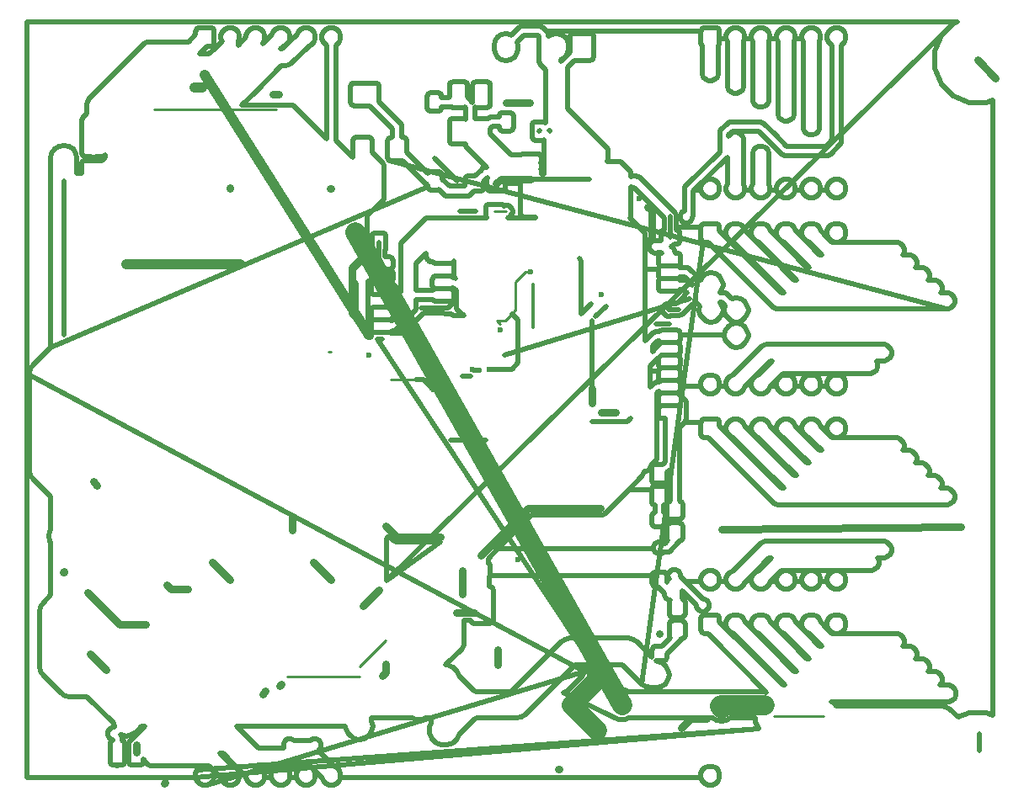
<source format=gbr>
From d4d0f850f0e5906eb014ba6ac8b834d22ef92845 Mon Sep 17 00:00:00 2001
From: jaseg <git@jaseg.net>
Date: Wed, 6 Sep 2017 14:30:43 +0200
Subject: Fix up version label and one ground trace

---
 hw/chibi/chibi_2024/gerbers/chibi_2024-F.Cu.gbr | 6327 ++++++++++++-----------
 1 file changed, 3173 insertions(+), 3154 deletions(-)

(limited to 'hw/chibi/chibi_2024/gerbers/chibi_2024-F.Cu.gbr')

diff --git a/hw/chibi/chibi_2024/gerbers/chibi_2024-F.Cu.gbr b/hw/chibi/chibi_2024/gerbers/chibi_2024-F.Cu.gbr
index 7e519c9..1eaf010 100644
--- a/hw/chibi/chibi_2024/gerbers/chibi_2024-F.Cu.gbr
+++ b/hw/chibi/chibi_2024/gerbers/chibi_2024-F.Cu.gbr
@@ -1,7 +1,7 @@
 G04 #@! TF.FileFunction,Copper,L1,Top,Signal*
 %FSLAX46Y46*%
 G04 Gerber Fmt 4.6, Leading zero omitted, Abs format (unit mm)*
-G04 Created by KiCad (PCBNEW 4.0.6) date Wed Sep  6 13:58:48 2017*
+G04 Created by KiCad (PCBNEW 4.0.6) date Wed Sep  6 14:29:47 2017*
 %MOMM*%
 %LPD*%
 G01*
@@ -40,9 +40,9 @@ G04 APERTURE LIST*
 %ADD41C,0.600000*%
 %ADD42C,1.000000*%
 %ADD43C,1.000000*%
-%ADD44C,0.800000*%
+%ADD44C,0.500000*%
 %ADD45C,0.254000*%
-%ADD46C,0.500000*%
+%ADD46C,0.800000*%
 %ADD47C,0.350000*%
 %ADD48C,0.250000*%
 %ADD49C,2.000000*%
@@ -455,6 +455,11 @@ X120650000Y-60960000D03*
 X130810000Y-60960000D03*
 X123190000Y-60960000D03*
 D41*
+X96393000Y-79121000D03*
+X95885000Y-79121000D03*
+X94869000Y-79248000D03*
+X94234000Y-79121000D03*
+X90297000Y-81153000D03*
 X98806000Y-98298000D03*
 X93218000Y-101727000D03*
 X107188000Y-71628000D03*
@@ -493,7 +498,6 @@ X110998000Y-61976000D03*
 X100076000Y-69342000D03*
 X97028000Y-75184000D03*
 X82296000Y-71882000D03*
-X90170000Y-81026000D03*
 X83820000Y-77724000D03*
 X83820000Y-75692000D03*
 D42*
@@ -688,6 +692,29 @@ X67299998Y-49549998D01*
 X66250000Y-50750000D02*
 X67000000Y-50750000D01*
 D44*
+X98806000Y-74168000D02*
+X98171000Y-73533000D01*
+X98806000Y-78486000D02*
+X98806000Y-74168000D01*
+X98171000Y-79121000D02*
+X98806000Y-78486000D01*
+X96393000Y-79121000D02*
+X98171000Y-79121000D01*
+D45*
+X98171000Y-73533000D02*
+X97494000Y-74210000D01*
+D44*
+X88550000Y-80175000D02*
+X89319000Y-80175000D01*
+X95885000Y-79121000D02*
+X96393000Y-79121000D01*
+X94361000Y-79248000D02*
+X94869000Y-79248000D01*
+X94234000Y-79121000D02*
+X94361000Y-79248000D01*
+X89319000Y-80175000D02*
+X90297000Y-81153000D01*
+D46*
 X97600000Y-52325000D02*
 X99975000Y-52325000D01*
 X99975000Y-52325000D02*
@@ -725,7 +752,7 @@ X93150000Y-99350000D02*
 X93218000Y-99418000D01*
 X93218000Y-99418000D02*
 X93218000Y-101727000D01*
-D46*
+D44*
 X114000000Y-74555000D02*
 X112655000Y-74555000D01*
 X111760000Y-73660000D02*
@@ -745,7 +772,7 @@ X105156000Y-73519000D02*
 X105156000Y-68199000D01*
 X105156000Y-68199000D02*
 X104965500Y-68008500D01*
-D46*
+D44*
 X106125000Y-72550000D02*
 X105156000Y-73519000D01*
 X105156000Y-83331000D02*
@@ -781,7 +808,7 @@ X92329000Y-72390000D02*
 X91779000Y-72940000D01*
 X91779000Y-72940000D02*
 X91250000Y-72940000D01*
-D46*
+D44*
 X91215000Y-72975000D02*
 X89000000Y-72975000D01*
 X91250000Y-72940000D02*
@@ -796,7 +823,7 @@ X92710000Y-60198000D02*
 X90375000Y-57863000D01*
 X94554000Y-63246000D02*
 X92964000Y-63246000D01*
-D44*
+D46*
 X112977204Y-105726692D02*
 X112977204Y-105727904D01*
 X112977204Y-105727904D02*
@@ -823,7 +850,7 @@ X73400000Y-111500000D02*
 X73100000Y-111800000D01*
 X74993500Y-110806500D02*
 X74800000Y-111000000D01*
-D46*
+D44*
 X112200000Y-65825000D02*
 X111800000Y-66225000D01*
 X112405000Y-71905000D02*
@@ -842,7 +869,7 @@ X110100000Y-84100000D02*
 X109800000Y-84400000D01*
 X109800000Y-84400000D02*
 X106225000Y-84400000D01*
-D44*
+D46*
 X96700000Y-107350000D02*
 X96700000Y-108900000D01*
 X98400000Y-108900000D02*
@@ -866,22 +893,22 @@ X85450000Y-109600000D02*
 X85450000Y-108750000D01*
 X85100000Y-109950000D02*
 X85450000Y-109600000D01*
-D44*
+D46*
 X112200000Y-65825000D02*
 X112200000Y-63178000D01*
 X112200000Y-63178000D02*
 X111800000Y-62778000D01*
 D45*
-X97494000Y-74210000D02*
-X96650000Y-74210000D01*
-X98552000Y-73152000D02*
-X97494000Y-74210000D01*
-X98552000Y-70358000D02*
-X98552000Y-73152000D01*
-X99568000Y-69342000D02*
-X98552000Y-70358000D01*
 X100076000Y-69342000D02*
 X99568000Y-69342000D01*
+X99568000Y-69342000D02*
+X98552000Y-70358000D01*
+X98552000Y-70358000D02*
+X98552000Y-73152000D01*
+X98552000Y-73152000D02*
+X98171000Y-73533000D01*
+X97494000Y-74210000D02*
+X96650000Y-74210000D01*
 X96650000Y-74210000D02*
 X97028000Y-74588000D01*
 X97028000Y-74588000D02*
@@ -898,10 +925,6 @@ X83820000Y-67310000D02*
 X82042000Y-69088000D01*
 X83820000Y-65430000D02*
 X83820000Y-67310000D01*
-X90170000Y-81026000D02*
-X89319000Y-80175000D01*
-X89319000Y-80175000D02*
-X88550000Y-80175000D01*
 X88550000Y-80175000D02*
 X86017000Y-80175000D01*
 X83820000Y-77978000D02*
@@ -954,7 +977,7 @@ X82850000Y-109066000D02*
 X85514000Y-106402000D01*
 X82850000Y-110050000D02*
 X75569500Y-110050000D01*
-D44*
+D46*
 X63182500Y-120840500D02*
 X63309500Y-120713500D01*
 X63182500Y-120840500D02*
@@ -1080,7 +1103,7 @@ X115200000Y-115199600D02*
 X116099600Y-114300000D01*
 X116099600Y-114300000D02*
 X117750000Y-114300000D01*
-D44*
+D46*
 X102870000Y-119329200D02*
 X102920800Y-119380000D01*
 X102920800Y-119380000D02*
@@ -1195,7 +1218,7 @@ X63881000Y-101282500D02*
 X63436500Y-100838000D01*
 X65595500Y-101282500D02*
 X63881000Y-101282500D01*
-D44*
+D46*
 X74162970Y-51470780D02*
 X74754520Y-51470780D01*
 X119278400Y-95237300D02*
@@ -1215,7 +1238,7 @@ X143306800Y-94970600D01*
 D45*
 X79723000Y-77343000D02*
 X79959200Y-77343000D01*
-D44*
+D46*
 X76098400Y-93929200D02*
 X76098400Y-95326200D01*
 X76098400Y-95326200D02*
@@ -1359,7 +1382,7 @@ X53035200Y-99542600D02*
 X53108860Y-99542600D01*
 X53108860Y-99468940D02*
 X53035200Y-99542600D01*
-D46*
+D44*
 X53108860Y-71882000D02*
 X53108860Y-73047860D01*
 X53108860Y-73047860D02*
@@ -1377,7 +1400,7 @@ X53108860Y-60210700D02*
 X53108860Y-74622660D01*
 X53108860Y-74622660D02*
 X53108860Y-75700000D01*
-D44*
+D46*
 X92583000Y-103632000D02*
 X94368360Y-103632000D01*
 X94368360Y-103632000D02*
@@ -1412,7 +1435,7 @@ X99822000Y-93091000D02*
 X107061000Y-93091000D01*
 X95050000Y-97863000D02*
 X99822000Y-93091000D01*
-D46*
+D44*
 X106600000Y-73800000D02*
 X107629000Y-72771000D01*
 X107629000Y-72771000D02*
@@ -1423,7 +1446,7 @@ X106200000Y-74200000D02*
 X106200000Y-80998000D01*
 X106200000Y-80998000D02*
 X106172000Y-81026000D01*
-D44*
+D46*
 X106225000Y-82500000D02*
 X106225000Y-81079000D01*
 X106225000Y-81079000D02*
@@ -1433,7 +1456,7 @@ X100050000Y-59975000D02*
 X97081000Y-59975000D01*
 X97081000Y-59975000D02*
 X96604000Y-60452000D01*
-D46*
+D44*
 X100900000Y-55150000D02*
 X100950000Y-55100000D01*
 X100950000Y-55100000D02*
@@ -1451,7 +1474,7 @@ X105950000Y-59975000D02*
 X102000000Y-59975000D01*
 X102000000Y-59975000D02*
 X100050000Y-59975000D01*
-D46*
+D44*
 X114100000Y-65825000D02*
 X114100000Y-63700000D01*
 X110675000Y-60275000D02*
@@ -1491,7 +1514,7 @@ X101950000Y-55100000D02*
 X101900000Y-55100000D01*
 X102000000Y-55150000D02*
 X101950000Y-55100000D01*
-D44*
+D46*
 X108600000Y-83445000D02*
 X107170000Y-83445000D01*
 X107170000Y-83445000D02*
@@ -1748,7 +1771,7 @@ X61340500Y-104775000D02*
 X58719500Y-104775000D01*
 X58719500Y-104775000D02*
 X55498500Y-101554000D01*
-D44*
+D46*
 X58719500Y-104775000D02*
 X55498500Y-101554000D01*
 D43*
@@ -1948,7 +1971,7 @@ X59436000Y-68580000D02*
 X61722000Y-68580000D01*
 X61722000Y-68580000D02*
 X70866000Y-68580000D01*
-D44*
+D46*
 X56101140Y-90450000D02*
 X56456140Y-90805000D01*
 X56456140Y-90805000D02*
@@ -2063,7 +2086,7 @@ X69850000Y-60960000D02*
 X69850000Y-60833000D01*
 X69850000Y-100330000D02*
 X68072000Y-98552000D01*
-D44*
+D46*
 X60386000Y-117706140D02*
 X60386000Y-116906000D01*
 X60386000Y-116906000D02*
@@ -2117,7 +2140,7 @@ X80010000Y-60960000D02*
 X79883000Y-60960000D01*
 X80010000Y-100330000D02*
 X78232000Y-98552000D01*
-D44*
+D46*
 X57340000Y-109340000D02*
 X55750000Y-107750000D01*
 X55750000Y-107750000D02*
@@ -2686,12 +2709,6 @@ X146812000Y-49812000D02*
 X145000000Y-48000000D01*
 D49*
 X121250000Y-112903000D02*
-X119195998Y-112903000D01*
-X119195998Y-112903000D02*
-X119126000Y-112972998D01*
-X119126000Y-112972998D02*
-X119250000Y-113250000D01*
-X121250000Y-112903000D02*
 X123571000Y-112903000D01*
 D45*
 X127000000Y-114300000D02*
@@ -2700,7 +2717,7 @@ X126700000Y-114000000D02*
 X124500000Y-114000000D01*
 X129500000Y-114000000D02*
 X124500000Y-114000000D01*
-D46*
+D44*
 X145161000Y-117475000D02*
 X145161000Y-115849400D01*
 D49*
@@ -2716,10 +2733,6 @@ X104178100Y-112903000D02*
 X105968800Y-111112300D01*
 X105968800Y-111112300D02*
 X106718100Y-110363000D01*
-X106718100Y-110363000D02*
-X106718100Y-109718202D01*
-X106718100Y-109718202D02*
-X106718100Y-110363000D01*
 X106718100Y-115443000D02*
 X104178100Y-112903000D01*
 X109258100Y-112903000D02*
@@ -3146,7 +3159,7 @@ X82423000Y-65379600D01*
 D48*
 X62230000Y-53020000D02*
 X74472800Y-53020000D01*
-D44*
+D46*
 X83185000Y-102936000D02*
 X84775000Y-101346000D01*
 X84775000Y-101346000D02*
@@ -3176,7 +3189,7 @@ X86593500Y-96012000D02*
 X85514000Y-94932500D01*
 X90952500Y-96012000D02*
 X86593500Y-96012000D01*
-D46*
+D44*
 X114935000Y-73152000D02*
 X113919000Y-73152000D01*
 X116078000Y-72009000D02*
@@ -3203,7 +3216,7 @@ X97376000Y-77724000D01*
 D47*
 X100330000Y-70612000D02*
 X100330000Y-74930000D01*
-D46*
+D44*
 X84800000Y-68130000D02*
 X84800000Y-66350000D01*
 D45*
@@ -3211,7 +3224,7 @@ X96400000Y-63200000D02*
 X97550000Y-63200000D01*
 X97550000Y-63200000D02*
 X97600000Y-63250000D01*
-D46*
+D44*
 X94001140Y-79851140D02*
 X93200000Y-79851140D01*
 X94950000Y-80800000D02*
@@ -3262,7 +3275,7 @@ X91955600Y-86258400D02*
 X95199200Y-86258400D01*
 X95199200Y-86258400D02*
 X95572400Y-86258400D01*
-D46*
+D44*
 X85123000Y-76073000D02*
 X84627000Y-76073000D01*
 X84627000Y-76073000D02*
@@ -3479,2657 +3492,12 @@ X108045100Y-111576000D01*
 X108045100Y-111083242D01*
 X108219589Y-110663027D01*
 X108220110Y-110065594D01*
-X108015886Y-109571334D01*
-X107944088Y-109210381D01*
-X107704626Y-108852000D01*
-X109275338Y-108852000D01*
-X111216667Y-110793328D01*
-X111216669Y-110793331D01*
-X111647179Y-111080988D01*
-X111731433Y-111097747D01*
-X112155000Y-111182001D01*
-X112155005Y-111182000D01*
-X112649000Y-111182000D01*
-X113156821Y-111080988D01*
-X113587331Y-110793331D01*
-X113874988Y-110362821D01*
-X113976000Y-109855000D01*
-X113874988Y-109347179D01*
-X113587331Y-108916669D01*
-X113156821Y-108629012D01*
-X112718482Y-108541821D01*
-X112658147Y-108481486D01*
-X113398780Y-108481486D01*
-X113519959Y-108458685D01*
-X113631254Y-108387068D01*
-X113705918Y-108277794D01*
-X113732186Y-108148080D01*
-X113732186Y-107807038D01*
-X115119612Y-106419613D01*
-X115210623Y-106283406D01*
-X115250000Y-106283406D01*
-X115371179Y-106260605D01*
-X115482474Y-106188988D01*
-X115557138Y-106079714D01*
-X115583406Y-105950000D01*
-X115583406Y-104750000D01*
-X115560605Y-104628821D01*
-X115488988Y-104517526D01*
-X115379714Y-104442862D01*
-X115250000Y-104416594D01*
-X114350000Y-104416594D01*
-X114228821Y-104439395D01*
-X114117526Y-104511012D01*
-X114042862Y-104620286D01*
-X114016594Y-104750000D01*
-X114016594Y-105950000D01*
-X114039395Y-106071179D01*
-X114098204Y-106162571D01*
-X113243662Y-107017114D01*
-X112601220Y-107017114D01*
-X112480041Y-107039915D01*
-X112368746Y-107111532D01*
-X112294082Y-107220806D01*
-X112267814Y-107350520D01*
-X112267814Y-108091153D01*
-X110763331Y-106586669D01*
-X110332821Y-106299012D01*
-X109825000Y-106198000D01*
-X107284186Y-106198000D01*
-X107250000Y-106191200D01*
-X103987600Y-106191200D01*
-X103479779Y-106292212D01*
-X103049269Y-106579869D01*
-X98053138Y-111576000D01*
-X94659602Y-111576000D01*
-X94367892Y-111454871D01*
-X92846979Y-109933957D01*
-X92673224Y-109513438D01*
-X92251144Y-109090621D01*
-X91699387Y-108861511D01*
-X91485666Y-108861325D01*
-X91700067Y-108718067D01*
-X91700068Y-108718066D01*
-X93097064Y-107321069D01*
-X93097067Y-107321067D01*
-X93254660Y-107085211D01*
-X93310000Y-106807000D01*
-X93310000Y-104359000D01*
-X94018144Y-104359000D01*
-X94039295Y-104471409D01*
-X94110912Y-104582704D01*
-X94220186Y-104657368D01*
-X94349900Y-104683636D01*
-X95950100Y-104683636D01*
-X96071279Y-104660835D01*
-X96182574Y-104589218D01*
-X96257238Y-104479944D01*
-X96283506Y-104350230D01*
-X96283506Y-101350490D01*
-X96260705Y-101229311D01*
-X96189088Y-101118016D01*
-X96079814Y-101043352D01*
-X95950100Y-101017084D01*
-X95877000Y-101017084D01*
-X95877000Y-99967510D01*
-X95882474Y-99963988D01*
-X95957138Y-99854714D01*
-X95957703Y-99851920D01*
-X112267814Y-99851920D01*
-X112267814Y-100649480D01*
-X112290615Y-100770659D01*
-X112362232Y-100881954D01*
-X112471506Y-100956618D01*
-X112601220Y-100982886D01*
-X112792962Y-100982886D01*
-X113473032Y-101662956D01*
-X113472891Y-101824171D01*
-X113568145Y-102054703D01*
-X113744369Y-102231235D01*
-X113974735Y-102326891D01*
-X114106598Y-102327006D01*
-X114042862Y-102420286D01*
-X114016594Y-102550000D01*
-X114016594Y-103750000D01*
-X114039395Y-103871179D01*
-X114111012Y-103982474D01*
-X114220286Y-104057138D01*
-X114350000Y-104083406D01*
-X115250000Y-104083406D01*
-X115371179Y-104060605D01*
-X115482474Y-103988988D01*
-X115557138Y-103879714D01*
-X115583406Y-103750000D01*
-X115583406Y-102550000D01*
-X115560605Y-102428821D01*
-X115488988Y-102317526D01*
-X115379714Y-102242862D01*
-X115252000Y-102216999D01*
-X115252000Y-101413224D01*
-X116720989Y-102882213D01*
-X116720891Y-102994171D01*
-X116816145Y-103224703D01*
-X116992369Y-103401235D01*
-X117222735Y-103496891D01*
-X117472171Y-103497109D01*
-X117702703Y-103401855D01*
-X117879235Y-103225631D01*
-X117974891Y-102995265D01*
-X117975109Y-102745829D01*
-X117879855Y-102515297D01*
-X117703631Y-102338765D01*
-X117473265Y-102243109D01*
-X117360234Y-102243010D01*
-X115630807Y-100513583D01*
-X117182839Y-100513583D01*
-X117323669Y-100854417D01*
-X117584211Y-101115414D01*
-X117924799Y-101256839D01*
-X118293583Y-101257161D01*
-X118634417Y-101116331D01*
-X118895414Y-100855789D01*
-X119036839Y-100515201D01*
-X119036840Y-100513583D01*
-X119722839Y-100513583D01*
-X119863669Y-100854417D01*
-X120124211Y-101115414D01*
-X120464799Y-101256839D01*
-X120833583Y-101257161D01*
-X121174417Y-101116331D01*
-X121435414Y-100855789D01*
-X121535998Y-100613556D01*
-X124040554Y-98109000D01*
-X124241445Y-98109000D01*
-X122906196Y-99444249D01*
-X122665583Y-99543669D01*
-X122404586Y-99804211D01*
-X122263161Y-100144799D01*
-X122262839Y-100513583D01*
-X122403669Y-100854417D01*
-X122664211Y-101115414D01*
-X123004799Y-101256839D01*
-X123373583Y-101257161D01*
-X123714417Y-101116331D01*
-X123975414Y-100855789D01*
-X124075998Y-100613556D01*
-X124175971Y-100513583D01*
-X124802839Y-100513583D01*
-X124943669Y-100854417D01*
-X125204211Y-101115414D01*
-X125544799Y-101256839D01*
-X125913583Y-101257161D01*
-X126254417Y-101116331D01*
-X126515414Y-100855789D01*
-X126656839Y-100515201D01*
-X126656840Y-100513583D01*
-X127342839Y-100513583D01*
-X127483669Y-100854417D01*
-X127744211Y-101115414D01*
-X128084799Y-101256839D01*
-X128453583Y-101257161D01*
-X128794417Y-101116331D01*
-X129055414Y-100855789D01*
-X129196839Y-100515201D01*
-X129196840Y-100513583D01*
-X129882839Y-100513583D01*
-X130023669Y-100854417D01*
-X130284211Y-101115414D01*
-X130624799Y-101256839D01*
-X130993583Y-101257161D01*
-X131334417Y-101116331D01*
-X131595414Y-100855789D01*
-X131736839Y-100515201D01*
-X131737161Y-100146417D01*
-X131596331Y-99805583D01*
-X131335789Y-99544586D01*
-X130995201Y-99403161D01*
-X130626417Y-99402839D01*
-X130285583Y-99543669D01*
-X130024586Y-99804211D01*
-X129883161Y-100144799D01*
-X129882839Y-100513583D01*
-X129196840Y-100513583D01*
-X129197161Y-100146417D01*
-X129056331Y-99805583D01*
-X128795789Y-99544586D01*
-X128455201Y-99403161D01*
-X128086417Y-99402839D01*
-X127745583Y-99543669D01*
-X127484586Y-99804211D01*
-X127343161Y-100144799D01*
-X127342839Y-100513583D01*
-X126656840Y-100513583D01*
-X126657161Y-100146417D01*
-X126516331Y-99805583D01*
-X126255789Y-99544586D01*
-X125915201Y-99403161D01*
-X125546417Y-99402839D01*
-X125205583Y-99543669D01*
-X124944586Y-99804211D01*
-X124803161Y-100144799D01*
-X124802839Y-100513583D01*
-X124175971Y-100513583D01*
-X125310555Y-99379000D01*
-X134238852Y-99379000D01*
-X134402779Y-99379143D01*
-X134706846Y-99253505D01*
-X134939688Y-99021070D01*
-X135065856Y-98717222D01*
-X135066143Y-98388221D01*
-X134950771Y-98109000D01*
-X135508852Y-98109000D01*
-X135672779Y-98109143D01*
-X135976846Y-97983505D01*
-X136209688Y-97751070D01*
-X136335856Y-97447222D01*
-X136336143Y-97118221D01*
-X136210505Y-96814154D01*
-X135978070Y-96581312D01*
-X135674222Y-96455144D01*
-X135345221Y-96454857D01*
-X135344875Y-96455000D01*
-X123698000Y-96455000D01*
-X123381521Y-96517952D01*
-X123113223Y-96697223D01*
-X120366197Y-99444249D01*
-X120125583Y-99543669D01*
-X119864586Y-99804211D01*
-X119723161Y-100144799D01*
-X119722839Y-100513583D01*
-X119036840Y-100513583D01*
-X119037161Y-100146417D01*
-X118896331Y-99805583D01*
-X118635789Y-99544586D01*
-X118295201Y-99403161D01*
-X117926417Y-99402839D01*
-X117585583Y-99543669D01*
-X117324586Y-99804211D01*
-X117183161Y-100144799D01*
-X117182839Y-100513583D01*
-X115630807Y-100513583D01*
-X115126905Y-100009681D01*
-X115127109Y-99775829D01*
-X115031855Y-99545297D01*
-X114855631Y-99368765D01*
-X114625265Y-99273109D01*
-X114375829Y-99272891D01*
-X114145297Y-99368145D01*
-X113968765Y-99544369D01*
-X113873109Y-99774735D01*
-X113872891Y-100024171D01*
-X113968145Y-100254703D01*
-X113970973Y-100257536D01*
-X113945297Y-100268145D01*
-X113768765Y-100444369D01*
-X113732186Y-100532461D01*
-X113732186Y-99851920D01*
-X113709385Y-99730741D01*
-X113637768Y-99619446D01*
-X113528494Y-99544782D01*
-X113398780Y-99518514D01*
-X112601220Y-99518514D01*
-X112480041Y-99541315D01*
-X112368746Y-99612932D01*
-X112294082Y-99722206D01*
-X112267814Y-99851920D01*
-X95957703Y-99851920D01*
-X95983406Y-99725000D01*
-X95983406Y-98975000D01*
-X95960605Y-98853821D01*
-X95888988Y-98742526D01*
-X95779714Y-98667862D01*
-X95777000Y-98667312D01*
-X95777000Y-98164134D01*
-X96716963Y-97224171D01*
-X112372891Y-97224171D01*
-X112468145Y-97454703D01*
-X112644369Y-97631235D01*
-X112874735Y-97726891D01*
-X113124171Y-97727109D01*
-X113354703Y-97631855D01*
-X113434698Y-97552000D01*
-X113750000Y-97552000D01*
-X113922973Y-97517594D01*
-X114069612Y-97419612D01*
-X114862503Y-96626721D01*
-X114871026Y-96621026D01*
-X114969441Y-96473738D01*
-X114972491Y-96458406D01*
-X115000000Y-96458406D01*
-X115121179Y-96435605D01*
-X115232474Y-96363988D01*
-X115307138Y-96254714D01*
-X115333406Y-96125000D01*
-X115333406Y-94925000D01*
-X115310605Y-94803821D01*
-X115238988Y-94692526D01*
-X115129714Y-94617862D01*
-X115000000Y-94591594D01*
-X114100000Y-94591594D01*
-X113978821Y-94614395D01*
-X113867526Y-94686012D01*
-X113792862Y-94795286D01*
-X113766594Y-94925000D01*
-X113766594Y-96125000D01*
-X113789395Y-96246179D01*
-X113857993Y-96352783D01*
-X113562776Y-96648000D01*
-X113434728Y-96648000D01*
-X113355631Y-96568765D01*
-X113125265Y-96473109D01*
-X112875829Y-96472891D01*
-X112645297Y-96568145D01*
-X112468765Y-96744369D01*
-X112373109Y-96974735D01*
-X112372891Y-97224171D01*
-X96716963Y-97224171D01*
-X100123134Y-93818000D01*
-X107060995Y-93818000D01*
-X107061000Y-93818001D01*
-X107296383Y-93771179D01*
-X107339211Y-93762660D01*
-X107575067Y-93605067D01*
-X109930133Y-91250000D01*
-X112216594Y-91250000D01*
-X112216594Y-92450000D01*
-X112239395Y-92571179D01*
-X112311012Y-92682474D01*
-X112420286Y-92757138D01*
-X112546000Y-92782596D01*
-X112546000Y-93528904D01*
-X112480041Y-93541315D01*
-X112368746Y-93612932D01*
-X112294082Y-93722206D01*
-X112267814Y-93851920D01*
-X112267814Y-94649480D01*
-X112290615Y-94770659D01*
-X112362232Y-94881954D01*
-X112471506Y-94956618D01*
-X112601220Y-94982886D01*
-X113398780Y-94982886D01*
-X113519959Y-94960085D01*
-X113631254Y-94888468D01*
-X113705918Y-94779194D01*
-X113732186Y-94649480D01*
-X113732186Y-93851920D01*
-X113709385Y-93730741D01*
-X113637768Y-93619446D01*
-X113528494Y-93544782D01*
-X113454000Y-93529696D01*
-X113454000Y-92782653D01*
-X113571179Y-92760605D01*
-X113682474Y-92688988D01*
-X113757138Y-92579714D01*
-X113783406Y-92450000D01*
-X113783406Y-91250000D01*
-X113760605Y-91128821D01*
-X113688988Y-91017526D01*
-X113579714Y-90942862D01*
-X113450000Y-90916594D01*
-X112550000Y-90916594D01*
-X112428821Y-90939395D01*
-X112317526Y-91011012D01*
-X112242862Y-91120286D01*
-X112216594Y-91250000D01*
-X109930133Y-91250000D01*
-X111258067Y-89922066D01*
-X111415661Y-89686210D01*
-X111471001Y-89408000D01*
-X111464829Y-89376970D01*
-X111624171Y-89377109D01*
-X111854703Y-89281855D01*
-X112031235Y-89105631D01*
-X112054334Y-89050000D01*
-X112216594Y-89050000D01*
-X112216594Y-90250000D01*
-X112239395Y-90371179D01*
-X112311012Y-90482474D01*
-X112420286Y-90557138D01*
-X112550000Y-90583406D01*
-X113450000Y-90583406D01*
-X113571179Y-90560605D01*
-X113682474Y-90488988D01*
-X113757138Y-90379714D01*
-X113783406Y-90250000D01*
-X113783406Y-89508646D01*
-X114096000Y-89196053D01*
-X114096000Y-92392347D01*
-X113978821Y-92414395D01*
-X113867526Y-92486012D01*
-X113792862Y-92595286D01*
-X113766594Y-92725000D01*
-X113766594Y-93925000D01*
-X113789395Y-94046179D01*
-X113861012Y-94157474D01*
-X113970286Y-94232138D01*
-X114100000Y-94258406D01*
-X115000000Y-94258406D01*
-X115121179Y-94235605D01*
-X115232474Y-94163988D01*
-X115307138Y-94054714D01*
-X115333406Y-93925000D01*
-X115333406Y-92725000D01*
-X115310605Y-92603821D01*
-X115238988Y-92492526D01*
-X115129714Y-92417862D01*
-X115004000Y-92392404D01*
-X115004000Y-85013052D01*
-X115527052Y-84490000D01*
-X117176594Y-84490000D01*
-X117176594Y-85690000D01*
-X117199395Y-85811179D01*
-X117271012Y-85922474D01*
-X117380286Y-85997138D01*
-X117510000Y-86023406D01*
-X117873852Y-86023406D01*
-X124383223Y-92532778D01*
-X124588011Y-92669612D01*
-X124651521Y-92712048D01*
-X124968000Y-92775000D01*
-X141858852Y-92775000D01*
-X142022779Y-92775143D01*
-X142326846Y-92649505D01*
-X142559688Y-92417070D01*
-X142685856Y-92113222D01*
-X142686143Y-91784221D01*
-X142560505Y-91480154D01*
-X142328070Y-91247312D01*
-X142024222Y-91121144D01*
-X141695221Y-91120857D01*
-X141694875Y-91121000D01*
-X141300513Y-91121000D01*
-X141415856Y-90843222D01*
-X141416143Y-90514221D01*
-X141290505Y-90210154D01*
-X141058070Y-89977312D01*
-X140754222Y-89851144D01*
-X140425221Y-89850857D01*
-X140424875Y-89851000D01*
-X140030513Y-89851000D01*
-X140145856Y-89573222D01*
-X140146143Y-89244221D01*
-X140020505Y-88940154D01*
-X139788070Y-88707312D01*
-X139484222Y-88581144D01*
-X139155221Y-88580857D01*
-X139154875Y-88581000D01*
-X138760513Y-88581000D01*
-X138875856Y-88303222D01*
-X138876143Y-87974221D01*
-X138750505Y-87670154D01*
-X138518070Y-87437312D01*
-X138214222Y-87311144D01*
-X137885221Y-87310857D01*
-X137884875Y-87311000D01*
-X137490513Y-87311000D01*
-X137605856Y-87033222D01*
-X137606143Y-86704221D01*
-X137480505Y-86400154D01*
-X137248070Y-86167312D01*
-X136944222Y-86041144D01*
-X136615221Y-86040857D01*
-X136614875Y-86041000D01*
-X130390555Y-86041000D01*
-X129623138Y-85273583D01*
-X129882839Y-85273583D01*
-X130023669Y-85614417D01*
-X130284211Y-85875414D01*
-X130624799Y-86016839D01*
-X130993583Y-86017161D01*
-X131334417Y-85876331D01*
-X131595414Y-85615789D01*
-X131736839Y-85275201D01*
-X131737161Y-84906417D01*
-X131596331Y-84565583D01*
-X131335789Y-84304586D01*
-X130995201Y-84163161D01*
-X130626417Y-84162839D01*
-X130285583Y-84303669D01*
-X130024586Y-84564211D01*
-X129883161Y-84904799D01*
-X129882839Y-85273583D01*
-X129623138Y-85273583D01*
-X129155751Y-84806196D01*
-X129056331Y-84565583D01*
-X128795789Y-84304586D01*
-X128455201Y-84163161D01*
-X128086417Y-84162839D01*
-X127745583Y-84303669D01*
-X127484586Y-84564211D01*
-X127343161Y-84904799D01*
-X127342839Y-85273583D01*
-X127483669Y-85614417D01*
-X127744211Y-85875414D01*
-X127986444Y-85975998D01*
-X129321445Y-87311000D01*
-X129120554Y-87311000D01*
-X126615751Y-84806197D01*
-X126516331Y-84565583D01*
-X126255789Y-84304586D01*
-X125915201Y-84163161D01*
-X125546417Y-84162839D01*
-X125205583Y-84303669D01*
-X124944586Y-84564211D01*
-X124803161Y-84904799D01*
-X124802839Y-85273583D01*
-X124943669Y-85614417D01*
-X125204211Y-85875414D01*
-X125446444Y-85975998D01*
-X128051446Y-88581000D01*
-X127850554Y-88581000D01*
-X124075751Y-84806197D01*
-X123976331Y-84565583D01*
-X123715789Y-84304586D01*
-X123375201Y-84163161D01*
-X123006417Y-84162839D01*
-X122665583Y-84303669D01*
-X122404586Y-84564211D01*
-X122263161Y-84904799D01*
-X122262839Y-85273583D01*
-X122403669Y-85614417D01*
-X122664211Y-85875414D01*
-X122906444Y-85975998D01*
-X126781446Y-89851000D01*
-X126580555Y-89851000D01*
-X121535751Y-84806197D01*
-X121436331Y-84565583D01*
-X121175789Y-84304586D01*
-X120835201Y-84163161D01*
-X120466417Y-84162839D01*
-X120125583Y-84303669D01*
-X119864586Y-84564211D01*
-X119723161Y-84904799D01*
-X119722839Y-85273583D01*
-X119863669Y-85614417D01*
-X120124211Y-85875414D01*
-X120366444Y-85975998D01*
-X125511445Y-91121000D01*
-X125310555Y-91121000D01*
-X119043406Y-84853852D01*
-X119043406Y-84490000D01*
-X119020605Y-84368821D01*
-X118948988Y-84257526D01*
-X118839714Y-84182862D01*
-X118710000Y-84156594D01*
-X117510000Y-84156594D01*
-X117388821Y-84179395D01*
-X117277526Y-84251012D01*
-X117202862Y-84360286D01*
-X117176594Y-84490000D01*
-X115527052Y-84490000D01*
-X115546026Y-84471027D01*
-X115644441Y-84323738D01*
-X115647799Y-84306855D01*
-X115679000Y-84150000D01*
-X115679000Y-82475000D01*
-X115644441Y-82301262D01*
-X115597199Y-82230559D01*
-X115546026Y-82153973D01*
-X115246026Y-81853974D01*
-X115098738Y-81755559D01*
-X115056290Y-81747115D01*
-X114988988Y-81642526D01*
-X114879714Y-81567862D01*
-X114750000Y-81541594D01*
-X113250000Y-81541594D01*
-X113128821Y-81564395D01*
-X113017526Y-81636012D01*
-X112942862Y-81745286D01*
-X112916594Y-81875000D01*
-X112916594Y-82475000D01*
-X112939395Y-82596179D01*
-X113011012Y-82707474D01*
-X113120286Y-82782138D01*
-X113250000Y-82808406D01*
-X114750000Y-82808406D01*
-X114771000Y-82804455D01*
-X114771000Y-82815847D01*
-X114750000Y-82811594D01*
-X113250000Y-82811594D01*
-X113128821Y-82834395D01*
-X113017526Y-82906012D01*
-X112942862Y-83015286D01*
-X112916594Y-83145000D01*
-X112916594Y-83745000D01*
-X112939395Y-83866179D01*
-X113011012Y-83977474D01*
-X113120286Y-84052138D01*
-X113250000Y-84078406D01*
-X113546000Y-84078406D01*
-X113546000Y-88461947D01*
-X113291353Y-88716594D01*
-X112550000Y-88716594D01*
-X112428821Y-88739395D01*
-X112317526Y-88811012D01*
-X112242862Y-88920286D01*
-X112216594Y-89050000D01*
-X112054334Y-89050000D01*
-X112126891Y-88875265D01*
-X112126990Y-88762234D01*
-X112619612Y-88269612D01*
-X112717594Y-88122973D01*
-X112752000Y-87950000D01*
-X112752000Y-81537224D01*
-X112932224Y-81357000D01*
-X112959228Y-81357000D01*
-X113011012Y-81437474D01*
-X113120286Y-81512138D01*
-X113250000Y-81538406D01*
-X114750000Y-81538406D01*
-X114871179Y-81515605D01*
-X114982474Y-81443988D01*
-X115057138Y-81334714D01*
-X115083406Y-81205000D01*
-X115083406Y-80828583D01*
-X117182839Y-80828583D01*
-X117323669Y-81169417D01*
-X117584211Y-81430414D01*
-X117924799Y-81571839D01*
-X118293583Y-81572161D01*
-X118634417Y-81431331D01*
-X118895414Y-81170789D01*
-X119036839Y-80830201D01*
-X119036840Y-80828583D01*
-X119722839Y-80828583D01*
-X119863669Y-81169417D01*
-X120124211Y-81430414D01*
-X120464799Y-81571839D01*
-X120833583Y-81572161D01*
-X121174417Y-81431331D01*
-X121435414Y-81170789D01*
-X121535998Y-80928556D01*
-X124167554Y-78297000D01*
-X124368446Y-78297000D01*
-X122906197Y-79759249D01*
-X122665583Y-79858669D01*
-X122404586Y-80119211D01*
-X122263161Y-80459799D01*
-X122262839Y-80828583D01*
-X122403669Y-81169417D01*
-X122664211Y-81430414D01*
-X123004799Y-81571839D01*
-X123373583Y-81572161D01*
-X123714417Y-81431331D01*
-X123975414Y-81170789D01*
-X124075998Y-80928556D01*
-X124175971Y-80828583D01*
-X124802839Y-80828583D01*
-X124943669Y-81169417D01*
-X125204211Y-81430414D01*
-X125544799Y-81571839D01*
-X125913583Y-81572161D01*
-X126254417Y-81431331D01*
-X126515414Y-81170789D01*
-X126656839Y-80830201D01*
-X126656840Y-80828583D01*
-X127342839Y-80828583D01*
-X127483669Y-81169417D01*
-X127744211Y-81430414D01*
-X128084799Y-81571839D01*
-X128453583Y-81572161D01*
-X128794417Y-81431331D01*
-X129055414Y-81170789D01*
-X129196839Y-80830201D01*
-X129196840Y-80828583D01*
-X129882839Y-80828583D01*
-X130023669Y-81169417D01*
-X130284211Y-81430414D01*
-X130624799Y-81571839D01*
-X130993583Y-81572161D01*
-X131334417Y-81431331D01*
-X131595414Y-81170789D01*
-X131736839Y-80830201D01*
-X131737161Y-80461417D01*
-X131596331Y-80120583D01*
-X131335789Y-79859586D01*
-X130995201Y-79718161D01*
-X130626417Y-79717839D01*
-X130285583Y-79858669D01*
-X130024586Y-80119211D01*
-X129883161Y-80459799D01*
-X129882839Y-80828583D01*
-X129196840Y-80828583D01*
-X129197161Y-80461417D01*
-X129056331Y-80120583D01*
-X128795789Y-79859586D01*
-X128455201Y-79718161D01*
-X128086417Y-79717839D01*
-X127745583Y-79858669D01*
-X127484586Y-80119211D01*
-X127343161Y-80459799D01*
-X127342839Y-80828583D01*
-X126656840Y-80828583D01*
-X126657161Y-80461417D01*
-X126516331Y-80120583D01*
-X126255789Y-79859586D01*
-X125915201Y-79718161D01*
-X125546417Y-79717839D01*
-X125205583Y-79858669D01*
-X124944586Y-80119211D01*
-X124803161Y-80459799D01*
-X124802839Y-80828583D01*
-X124175971Y-80828583D01*
-X125437554Y-79567000D01*
-X134111852Y-79567000D01*
-X134275779Y-79567143D01*
-X134579846Y-79441505D01*
-X134812688Y-79209070D01*
-X134938856Y-78905222D01*
-X134939143Y-78576221D01*
-X134823771Y-78297000D01*
-X135508852Y-78297000D01*
-X135672779Y-78297143D01*
-X135976846Y-78171505D01*
-X136209688Y-77939070D01*
-X136335856Y-77635222D01*
-X136336143Y-77306221D01*
-X136210505Y-77002154D01*
-X135978070Y-76769312D01*
-X135674222Y-76643144D01*
-X135345221Y-76642857D01*
-X135344875Y-76643000D01*
-X123825000Y-76643000D01*
-X123508521Y-76705952D01*
-X123240223Y-76885223D01*
-X120366197Y-79759249D01*
-X120125583Y-79858669D01*
-X119864586Y-80119211D01*
-X119723161Y-80459799D01*
-X119722839Y-80828583D01*
-X119036840Y-80828583D01*
-X119037161Y-80461417D01*
-X118896331Y-80120583D01*
-X118635789Y-79859586D01*
-X118295201Y-79718161D01*
-X117926417Y-79717839D01*
-X117585583Y-79858669D01*
-X117324586Y-80119211D01*
-X117183161Y-80459799D01*
-X117182839Y-80828583D01*
-X115083406Y-80828583D01*
-X115083406Y-80605000D01*
-X115060605Y-80483821D01*
-X114988988Y-80372526D01*
-X114879714Y-80297862D01*
-X114750000Y-80271594D01*
-X113250000Y-80271594D01*
-X113128821Y-80294395D01*
-X113017526Y-80366012D01*
-X112958089Y-80453000D01*
-X112745000Y-80453000D01*
-X112572027Y-80487406D01*
-X112425388Y-80585388D01*
-X112104000Y-80906776D01*
-X112104000Y-79335000D01*
-X112916594Y-79335000D01*
-X112916594Y-79935000D01*
-X112939395Y-80056179D01*
-X113011012Y-80167474D01*
-X113120286Y-80242138D01*
-X113250000Y-80268406D01*
-X114750000Y-80268406D01*
-X114871179Y-80245605D01*
-X114982474Y-80173988D01*
-X115057138Y-80064714D01*
-X115083406Y-79935000D01*
-X115083406Y-79335000D01*
-X115060605Y-79213821D01*
-X114988988Y-79102526D01*
-X114879714Y-79027862D01*
-X114750000Y-79001594D01*
-X113250000Y-79001594D01*
-X113128821Y-79024395D01*
-X113017526Y-79096012D01*
-X112942862Y-79205286D01*
-X112916594Y-79335000D01*
-X112104000Y-79335000D01*
-X112104000Y-78788052D01*
-X112939331Y-77952721D01*
-X112916594Y-78065000D01*
-X112916594Y-78665000D01*
-X112939395Y-78786179D01*
-X113011012Y-78897474D01*
-X113120286Y-78972138D01*
-X113250000Y-78998406D01*
-X114750000Y-78998406D01*
-X114871179Y-78975605D01*
-X114982474Y-78903988D01*
-X115057138Y-78794714D01*
-X115083406Y-78665000D01*
-X115083406Y-78065000D01*
-X115060605Y-77943821D01*
-X114988988Y-77832526D01*
-X114879714Y-77757862D01*
-X114750000Y-77731594D01*
-X113250000Y-77731594D01*
-X113139706Y-77752347D01*
-X113178189Y-77713864D01*
-X113250000Y-77728406D01*
-X114750000Y-77728406D01*
-X114871179Y-77705605D01*
-X114982474Y-77633988D01*
-X115057138Y-77524714D01*
-X115083406Y-77395000D01*
-X115083406Y-76795000D01*
-X115060605Y-76673821D01*
-X114988988Y-76562526D01*
-X114879714Y-76487862D01*
-X114750000Y-76461594D01*
-X113250000Y-76461594D01*
-X113128821Y-76484395D01*
-X113017526Y-76556012D01*
-X112942862Y-76665286D01*
-X112934447Y-76706839D01*
-X112833973Y-76773974D01*
-X112279000Y-77328947D01*
-X112279000Y-76813052D01*
-X112813053Y-76279000D01*
-X112960515Y-76279000D01*
-X113011012Y-76357474D01*
-X113120286Y-76432138D01*
-X113250000Y-76458406D01*
-X114750000Y-76458406D01*
-X114871179Y-76435605D01*
-X114982474Y-76363988D01*
-X115057138Y-76254714D01*
-X115083406Y-76125000D01*
-X115083406Y-75676675D01*
-X119549400Y-75676675D01*
-X119549400Y-75723325D01*
-X119640029Y-76178948D01*
-X119898119Y-76565206D01*
-X120284377Y-76823296D01*
-X120740000Y-76913925D01*
-X121195623Y-76823296D01*
-X121581881Y-76565206D01*
-X121839971Y-76178948D01*
-X121930600Y-75723325D01*
-X121930600Y-75676675D01*
-X121839971Y-75221052D01*
-X121581881Y-74834794D01*
-X121195623Y-74576704D01*
-X120740000Y-74486075D01*
-X120284377Y-74576704D01*
-X119898119Y-74834794D01*
-X119640029Y-75221052D01*
-X119549400Y-75676675D01*
-X115083406Y-75676675D01*
-X115083406Y-75525000D01*
-X115060605Y-75403821D01*
-X114988988Y-75292526D01*
-X114879714Y-75217862D01*
-X114750000Y-75191594D01*
-X113250000Y-75191594D01*
-X113128821Y-75214395D01*
-X113017526Y-75286012D01*
-X112959456Y-75371000D01*
-X112625000Y-75371000D01*
-X112451262Y-75405559D01*
-X112303974Y-75503973D01*
-X111529000Y-76278948D01*
-X111529000Y-69065000D01*
-X112891594Y-69065000D01*
-X112891594Y-69665000D01*
-X112914395Y-69786179D01*
-X112986012Y-69897474D01*
-X113095286Y-69972138D01*
-X113225000Y-69998406D01*
-X114775000Y-69998406D01*
-X114896179Y-69975605D01*
-X115007474Y-69903988D01*
-X115065544Y-69819000D01*
-X115531948Y-69819000D01*
-X116259000Y-70546053D01*
-X116259000Y-70658948D01*
-X115914026Y-70313974D01*
-X115766738Y-70215559D01*
-X115593000Y-70181000D01*
-X115064485Y-70181000D01*
-X115013988Y-70102526D01*
-X114904714Y-70027862D01*
-X114775000Y-70001594D01*
-X113225000Y-70001594D01*
-X113103821Y-70024395D01*
-X112992526Y-70096012D01*
-X112917862Y-70205286D01*
-X112891594Y-70335000D01*
-X112891594Y-70935000D01*
-X112914395Y-71056179D01*
-X112986012Y-71167474D01*
-X113095286Y-71242138D01*
-X113225000Y-71268406D01*
-X114775000Y-71268406D01*
-X114896179Y-71245605D01*
-X115007474Y-71173988D01*
-X115065544Y-71089000D01*
-X115404948Y-71089000D01*
-X115772686Y-71456738D01*
-X115723297Y-71477145D01*
-X115546765Y-71653369D01*
-X115496445Y-71774553D01*
-X114695998Y-72575000D01*
-X114164416Y-72575000D01*
-X114044265Y-72525109D01*
-X113794829Y-72524891D01*
-X113564297Y-72620145D01*
-X113387765Y-72796369D01*
-X113292109Y-73026735D01*
-X113291891Y-73276171D01*
-X113387145Y-73506703D01*
-X113563369Y-73683235D01*
-X113793735Y-73778891D01*
-X114043171Y-73779109D01*
-X114164444Y-73729000D01*
-X114934995Y-73729000D01*
-X114935000Y-73729001D01*
-X115155808Y-73685078D01*
-X115343001Y-73560001D01*
-X116312466Y-72590536D01*
-X116432703Y-72540855D01*
-X116609235Y-72364631D01*
-X116630167Y-72314220D01*
-X117082935Y-72766988D01*
-X117009400Y-73136675D01*
-X117009400Y-73183325D01*
-X117100029Y-73638948D01*
-X117358119Y-74025206D01*
-X117744377Y-74283296D01*
-X118200000Y-74373925D01*
-X118655623Y-74283296D01*
-X119041881Y-74025206D01*
-X119299971Y-73638948D01*
-X119390600Y-73183325D01*
-X119390600Y-73136675D01*
-X119299971Y-72681052D01*
-X119069414Y-72336000D01*
-X119273948Y-72336000D01*
-X119636540Y-72698592D01*
-X119549400Y-73136675D01*
-X119549400Y-73183325D01*
-X119640029Y-73638948D01*
-X119898119Y-74025206D01*
-X120284377Y-74283296D01*
-X120740000Y-74373925D01*
-X121195623Y-74283296D01*
-X121581881Y-74025206D01*
-X121839971Y-73638948D01*
-X121930600Y-73183325D01*
-X121930600Y-73136675D01*
-X121839971Y-72681052D01*
-X121581881Y-72294794D01*
-X121195623Y-72036704D01*
-X120740000Y-71946075D01*
-X120284377Y-72036704D01*
-X120269019Y-72046966D01*
-X119783026Y-71560974D01*
-X119635738Y-71462559D01*
-X119627126Y-71460846D01*
-X119462000Y-71428000D01*
-X119080105Y-71428000D01*
-X119299971Y-71098948D01*
-X119390600Y-70643325D01*
-X119390600Y-70596675D01*
-X119299971Y-70141052D01*
-X119041881Y-69754794D01*
-X118655623Y-69496704D01*
-X118200000Y-69406075D01*
-X117744377Y-69496704D01*
-X117358119Y-69754794D01*
-X117101799Y-70138403D01*
-X117077827Y-70102526D01*
-X117034026Y-70036973D01*
-X116041026Y-69043974D01*
-X115893738Y-68945559D01*
-X115720000Y-68911000D01*
-X115064485Y-68911000D01*
-X115013988Y-68832526D01*
-X114904714Y-68757862D01*
-X114775000Y-68731594D01*
-X113225000Y-68731594D01*
-X113103821Y-68754395D01*
-X112992526Y-68826012D01*
-X112917862Y-68935286D01*
-X112891594Y-69065000D01*
-X111529000Y-69065000D01*
-X111529000Y-65550000D01*
-X111494441Y-65376262D01*
-X111494441Y-65376261D01*
-X111396026Y-65228973D01*
-X110057897Y-63890845D01*
-X110119441Y-63798738D01*
-X110154000Y-63625000D01*
-X110154000Y-60810234D01*
-X110374735Y-60901891D01*
-X110485986Y-60901988D01*
-X113523000Y-63939001D01*
-X113523000Y-65116594D01*
-X113500000Y-65116594D01*
-X113378821Y-65139395D01*
-X113267526Y-65211012D01*
-X113192862Y-65320286D01*
-X113166594Y-65450000D01*
-X113166594Y-66200000D01*
-X113169350Y-66214648D01*
-X113160998Y-66223000D01*
-X112845416Y-66223000D01*
-X112725265Y-66173109D01*
-X112475829Y-66172891D01*
-X112245297Y-66268145D01*
-X112068765Y-66444369D01*
-X111973109Y-66674735D01*
-X111972891Y-66924171D01*
-X112068145Y-67154703D01*
-X112244369Y-67331235D01*
-X112474735Y-67426891D01*
-X112724171Y-67427109D01*
-X112845444Y-67377000D01*
-X113160998Y-67377000D01*
-X113245592Y-67461594D01*
-X113225000Y-67461594D01*
-X113103821Y-67484395D01*
-X112992526Y-67556012D01*
-X112917862Y-67665286D01*
-X112891594Y-67795000D01*
-X112891594Y-68395000D01*
-X112914395Y-68516179D01*
-X112986012Y-68627474D01*
-X113095286Y-68702138D01*
-X113225000Y-68728406D01*
-X114775000Y-68728406D01*
-X114896179Y-68705605D01*
-X115007474Y-68633988D01*
-X115082138Y-68524714D01*
-X115108406Y-68395000D01*
-X115108406Y-67795000D01*
-X115085605Y-67673821D01*
-X115013988Y-67562526D01*
-X114904714Y-67487862D01*
-X114775000Y-67461594D01*
-X114577000Y-67461594D01*
-X114577000Y-67400000D01*
-X114533078Y-67179192D01*
-X114408001Y-66991999D01*
-X114216002Y-66800000D01*
-X114482595Y-66533406D01*
-X114700000Y-66533406D01*
-X114821179Y-66510605D01*
-X114932474Y-66438988D01*
-X115007138Y-66329714D01*
-X115033406Y-66200000D01*
-X115033406Y-65450000D01*
-X115010605Y-65328821D01*
-X114938988Y-65217526D01*
-X114829714Y-65142862D01*
-X114700000Y-65116594D01*
-X114677000Y-65116594D01*
-X114677000Y-64805000D01*
-X117176594Y-64805000D01*
-X117176594Y-66005000D01*
-X117199395Y-66126179D01*
-X117271012Y-66237474D01*
-X117380286Y-66312138D01*
-X117510000Y-66338406D01*
-X117873852Y-66338406D01*
-X124383223Y-72847778D01*
-X124651521Y-73027048D01*
-X124968000Y-73090000D01*
-X141858852Y-73090000D01*
-X142022779Y-73090143D01*
-X142326846Y-72964505D01*
-X142559688Y-72732070D01*
-X142685856Y-72428222D01*
-X142686143Y-72099221D01*
-X142560505Y-71795154D01*
-X142328070Y-71562312D01*
-X142024222Y-71436144D01*
-X141695221Y-71435857D01*
-X141694875Y-71436000D01*
-X141300513Y-71436000D01*
-X141415856Y-71158222D01*
-X141416143Y-70829221D01*
-X141290505Y-70525154D01*
-X141058070Y-70292312D01*
-X140754222Y-70166144D01*
-X140425221Y-70165857D01*
-X140424875Y-70166000D01*
-X140030513Y-70166000D01*
-X140145856Y-69888222D01*
-X140146143Y-69559221D01*
-X140020505Y-69255154D01*
-X139788070Y-69022312D01*
-X139484222Y-68896144D01*
-X139155221Y-68895857D01*
-X139154875Y-68896000D01*
-X138760513Y-68896000D01*
-X138875856Y-68618222D01*
-X138876143Y-68289221D01*
-X138750505Y-67985154D01*
-X138518070Y-67752312D01*
-X138214222Y-67626144D01*
-X137885221Y-67625857D01*
-X137884875Y-67626000D01*
-X137490513Y-67626000D01*
-X137605856Y-67348222D01*
-X137606143Y-67019221D01*
-X137480505Y-66715154D01*
-X137248070Y-66482312D01*
-X136944222Y-66356144D01*
-X136615221Y-66355857D01*
-X136614875Y-66356000D01*
-X130390555Y-66356000D01*
-X129623138Y-65588583D01*
-X129882839Y-65588583D01*
-X130023669Y-65929417D01*
-X130284211Y-66190414D01*
-X130624799Y-66331839D01*
-X130993583Y-66332161D01*
-X131334417Y-66191331D01*
-X131595414Y-65930789D01*
-X131736839Y-65590201D01*
-X131737161Y-65221417D01*
-X131596331Y-64880583D01*
-X131335789Y-64619586D01*
-X130995201Y-64478161D01*
-X130626417Y-64477839D01*
-X130285583Y-64618669D01*
-X130024586Y-64879211D01*
-X129883161Y-65219799D01*
-X129882839Y-65588583D01*
-X129623138Y-65588583D01*
-X129155751Y-65121196D01*
-X129056331Y-64880583D01*
-X128795789Y-64619586D01*
-X128455201Y-64478161D01*
-X128086417Y-64477839D01*
-X127745583Y-64618669D01*
-X127484586Y-64879211D01*
-X127343161Y-65219799D01*
-X127342839Y-65588583D01*
-X127483669Y-65929417D01*
-X127744211Y-66190414D01*
-X127986444Y-66290998D01*
-X129321445Y-67626000D01*
-X129120554Y-67626000D01*
-X126615751Y-65121197D01*
-X126516331Y-64880583D01*
-X126255789Y-64619586D01*
-X125915201Y-64478161D01*
-X125546417Y-64477839D01*
-X125205583Y-64618669D01*
-X124944586Y-64879211D01*
-X124803161Y-65219799D01*
-X124802839Y-65588583D01*
-X124943669Y-65929417D01*
-X125204211Y-66190414D01*
-X125446444Y-66290998D01*
-X128051446Y-68896000D01*
-X127850554Y-68896000D01*
-X124075751Y-65121197D01*
-X123976331Y-64880583D01*
-X123715789Y-64619586D01*
-X123375201Y-64478161D01*
-X123006417Y-64477839D01*
-X122665583Y-64618669D01*
-X122404586Y-64879211D01*
-X122263161Y-65219799D01*
-X122262839Y-65588583D01*
-X122403669Y-65929417D01*
-X122664211Y-66190414D01*
-X122906444Y-66290998D01*
-X126781446Y-70166000D01*
-X126580555Y-70166000D01*
-X121535751Y-65121197D01*
-X121436331Y-64880583D01*
-X121175789Y-64619586D01*
-X120835201Y-64478161D01*
-X120466417Y-64477839D01*
-X120125583Y-64618669D01*
-X119864586Y-64879211D01*
-X119723161Y-65219799D01*
-X119722839Y-65588583D01*
-X119863669Y-65929417D01*
-X120124211Y-66190414D01*
-X120366444Y-66290998D01*
-X125511445Y-71436000D01*
-X125310555Y-71436000D01*
-X119043406Y-65168852D01*
-X119043406Y-64805000D01*
-X119020605Y-64683821D01*
-X118948988Y-64572526D01*
-X118839714Y-64497862D01*
-X118710000Y-64471594D01*
-X117510000Y-64471594D01*
-X117388821Y-64494395D01*
-X117277526Y-64566012D01*
-X117202862Y-64675286D01*
-X117176594Y-64805000D01*
-X114677000Y-64805000D01*
-X114677000Y-63916271D01*
-X115069891Y-63916271D01*
-X115165145Y-64146803D01*
-X115341369Y-64323335D01*
-X115571735Y-64418991D01*
-X115821171Y-64419209D01*
-X116051703Y-64323955D01*
-X116228235Y-64147731D01*
-X116323891Y-63917365D01*
-X116324010Y-63781327D01*
-X116370441Y-63711838D01*
-X116377371Y-63677000D01*
-X116405000Y-63538100D01*
-X116405000Y-61196024D01*
-X116457441Y-61143583D01*
-X117182839Y-61143583D01*
-X117323669Y-61484417D01*
-X117584211Y-61745414D01*
-X117924799Y-61886839D01*
-X118293583Y-61887161D01*
-X118634417Y-61746331D01*
-X118895414Y-61485789D01*
-X119036839Y-61145201D01*
-X119037161Y-60776417D01*
-X118896331Y-60435583D01*
-X118635789Y-60174586D01*
-X118295201Y-60033161D01*
-X117926417Y-60032839D01*
-X117585583Y-60173669D01*
-X117324586Y-60434211D01*
-X117183161Y-60774799D01*
-X117182839Y-61143583D01*
-X116457441Y-61143583D01*
-X119823000Y-57778025D01*
-X119823000Y-60534361D01*
-X119723161Y-60774799D01*
-X119722839Y-61143583D01*
-X119863669Y-61484417D01*
-X120124211Y-61745414D01*
-X120464799Y-61886839D01*
-X120833583Y-61887161D01*
-X121174417Y-61746331D01*
-X121435414Y-61485789D01*
-X121576839Y-61145201D01*
-X121576840Y-61143583D01*
-X122262839Y-61143583D01*
-X122403669Y-61484417D01*
-X122664211Y-61745414D01*
-X123004799Y-61886839D01*
-X123373583Y-61887161D01*
-X123714417Y-61746331D01*
-X123975414Y-61485789D01*
-X124116839Y-61145201D01*
-X124116840Y-61143583D01*
-X124802839Y-61143583D01*
-X124943669Y-61484417D01*
-X125204211Y-61745414D01*
-X125544799Y-61886839D01*
-X125913583Y-61887161D01*
-X126254417Y-61746331D01*
-X126515414Y-61485789D01*
-X126656839Y-61145201D01*
-X126656840Y-61143583D01*
-X127342839Y-61143583D01*
-X127483669Y-61484417D01*
-X127744211Y-61745414D01*
-X128084799Y-61886839D01*
-X128453583Y-61887161D01*
-X128794417Y-61746331D01*
-X129055414Y-61485789D01*
-X129196839Y-61145201D01*
-X129196840Y-61143583D01*
-X129882839Y-61143583D01*
-X130023669Y-61484417D01*
-X130284211Y-61745414D01*
-X130624799Y-61886839D01*
-X130993583Y-61887161D01*
-X131334417Y-61746331D01*
-X131595414Y-61485789D01*
-X131736839Y-61145201D01*
-X131737161Y-60776417D01*
-X131596331Y-60435583D01*
-X131335789Y-60174586D01*
-X130995201Y-60033161D01*
-X130626417Y-60032839D01*
-X130285583Y-60173669D01*
-X130024586Y-60434211D01*
-X129883161Y-60774799D01*
-X129882839Y-61143583D01*
-X129196840Y-61143583D01*
-X129197161Y-60776417D01*
-X129056331Y-60435583D01*
-X128795789Y-60174586D01*
-X128455201Y-60033161D01*
-X128086417Y-60032839D01*
-X127745583Y-60173669D01*
-X127484586Y-60434211D01*
-X127343161Y-60774799D01*
-X127342839Y-61143583D01*
-X126656840Y-61143583D01*
-X126657161Y-60776417D01*
-X126516331Y-60435583D01*
-X126255789Y-60174586D01*
-X125915201Y-60033161D01*
-X125546417Y-60032839D01*
-X125205583Y-60173669D01*
-X124944586Y-60434211D01*
-X124803161Y-60774799D01*
-X124802839Y-61143583D01*
-X124116840Y-61143583D01*
-X124117161Y-60776417D01*
-X124017000Y-60534009D01*
-X124017000Y-57531000D01*
-X124017143Y-57367221D01*
-X123891505Y-57063154D01*
-X123659070Y-56830312D01*
-X123355222Y-56704144D01*
-X123026221Y-56703857D01*
-X122722154Y-56829495D01*
-X122489312Y-57061930D01*
-X122363144Y-57365778D01*
-X122362857Y-57694779D01*
-X122363000Y-57695125D01*
-X122363000Y-60534361D01*
-X122263161Y-60774799D01*
-X122262839Y-61143583D01*
-X121576840Y-61143583D01*
-X121577161Y-60776417D01*
-X121477000Y-60534009D01*
-X121477000Y-56134000D01*
-X121477143Y-55970221D01*
-X121351505Y-55666154D01*
-X121119070Y-55433312D01*
-X120815222Y-55307144D01*
-X120486221Y-55306857D01*
-X120182154Y-55432495D01*
-X119959000Y-55655259D01*
-X119959000Y-55559224D01*
-X120329225Y-55189000D01*
-X121909945Y-55189000D01*
-X121920000Y-55191000D01*
-X123001948Y-55191000D01*
-X124011973Y-56201026D01*
-X124011976Y-56201028D01*
-X125281973Y-57471026D01*
-X125371731Y-57531000D01*
-X125429262Y-57569441D01*
-X125603000Y-57604000D01*
-X129921000Y-57604000D01*
-X130094738Y-57569441D01*
-X130242026Y-57471026D01*
-X131131027Y-56582026D01*
-X131229441Y-56434738D01*
-X131240020Y-56381554D01*
-X131264000Y-56261000D01*
-X131264000Y-54483000D01*
-X131262000Y-54472945D01*
-X131262000Y-46536253D01*
-X131334417Y-46506331D01*
-X131595414Y-46245789D01*
-X131736839Y-45905201D01*
-X131737161Y-45536417D01*
-X131596331Y-45195583D01*
-X131335789Y-44934586D01*
-X130995201Y-44793161D01*
-X130626417Y-44792839D01*
-X130285583Y-44933669D01*
-X130024586Y-45194211D01*
-X129883161Y-45534799D01*
-X129882839Y-45903583D01*
-X130023669Y-46244417D01*
-X130284211Y-46505414D01*
-X130358000Y-46536054D01*
-X130358000Y-54472945D01*
-X130356000Y-54483000D01*
-X130356000Y-56072947D01*
-X129732948Y-56696000D01*
-X125791053Y-56696000D01*
-X124654028Y-55558976D01*
-X124654026Y-55558973D01*
-X123511026Y-54415974D01*
-X123363738Y-54317559D01*
-X123363572Y-54317526D01*
-X123190000Y-54283000D01*
-X121920000Y-54283000D01*
-X121909945Y-54285000D01*
-X120142000Y-54285000D01*
-X119969027Y-54319406D01*
-X119822388Y-54417387D01*
-X119187388Y-55052388D01*
-X119089406Y-55199027D01*
-X119055000Y-55372000D01*
-X119055000Y-57267575D01*
-X115638497Y-60684079D01*
-X115629974Y-60689774D01*
-X115531559Y-60837062D01*
-X115497000Y-61010800D01*
-X115497000Y-63196323D01*
-X115342297Y-63260245D01*
-X115165765Y-63436469D01*
-X115070109Y-63666835D01*
-X115069891Y-63916271D01*
-X114677000Y-63916271D01*
-X114677000Y-63700000D01*
-X114648854Y-63558501D01*
-X114633078Y-63479191D01*
-X114562906Y-63374171D01*
-X114508001Y-63291999D01*
-X114507998Y-63291997D01*
-X111083001Y-59866999D01*
-X110895808Y-59741922D01*
-X110810165Y-59724886D01*
-X110625265Y-59648109D01*
-X110375829Y-59647891D01*
-X110154000Y-59739549D01*
-X110154000Y-59500000D01*
-X110119441Y-59326262D01*
-X110112584Y-59316000D01*
-X110021026Y-59178973D01*
-X109196026Y-58353974D01*
-X109048738Y-58255559D01*
-X109020791Y-58250000D01*
-X108875000Y-58221000D01*
-X107712749Y-58221000D01*
-X107794441Y-58098739D01*
-X107800175Y-58069914D01*
-X107829000Y-57925000D01*
-X107829000Y-57150000D01*
-X107794441Y-56976262D01*
-X107789883Y-56969441D01*
-X107696027Y-56828974D01*
-X103804000Y-52936948D01*
-X103804000Y-48713052D01*
-X104467646Y-48049406D01*
-X106038600Y-48049406D01*
-X106159779Y-48026605D01*
-X106271074Y-47954988D01*
-X106345738Y-47845714D01*
-X106372006Y-47716000D01*
-X106372006Y-45684000D01*
-X106349205Y-45562821D01*
-X106277588Y-45451526D01*
-X106168314Y-45376862D01*
-X106038600Y-45350594D01*
-X104311400Y-45350594D01*
-X104190221Y-45373395D01*
-X104078926Y-45445012D01*
-X104004262Y-45554286D01*
-X103977994Y-45684000D01*
-X103977994Y-47254953D01*
-X103089000Y-48143948D01*
-X103089000Y-47979005D01*
-X103090623Y-47978682D01*
-X103476881Y-47720592D01*
-X103734971Y-47334334D01*
-X103825600Y-46878711D01*
-X103825600Y-46521289D01*
-X103734971Y-46065666D01*
-X103476881Y-45679408D01*
-X103090623Y-45421318D01*
-X102635000Y-45330689D01*
-X102179377Y-45421318D01*
-X101829000Y-45655433D01*
-X101829000Y-45525000D01*
-X101794441Y-45351262D01*
-X101780695Y-45330689D01*
-X101696027Y-45203974D01*
-X101612053Y-45120000D01*
-X117176594Y-45120000D01*
-X117176594Y-46320000D01*
-X117199395Y-46441179D01*
-X117271012Y-46552474D01*
-X117283000Y-46560665D01*
-X117283000Y-49275852D01*
-X117282857Y-49439779D01*
-X117408495Y-49743846D01*
-X117640930Y-49976688D01*
-X117944778Y-50102856D01*
-X118273779Y-50103143D01*
-X118577846Y-49977505D01*
-X118810688Y-49745070D01*
-X118936856Y-49441222D01*
-X118937143Y-49112221D01*
-X118937000Y-49111875D01*
-X118937000Y-46562510D01*
-X118942474Y-46558988D01*
-X119017138Y-46449714D01*
-X119043406Y-46320000D01*
-X119043406Y-45903583D01*
-X119722839Y-45903583D01*
-X119823000Y-46145991D01*
-X119823000Y-50545706D01*
-X119822857Y-50709779D01*
-X119948495Y-51013846D01*
-X120180930Y-51246688D01*
-X120484778Y-51372856D01*
-X120813779Y-51373143D01*
-X121117846Y-51247505D01*
-X121350688Y-51015070D01*
-X121476856Y-50711222D01*
-X121477143Y-50382221D01*
-X121477000Y-50381875D01*
-X121477000Y-46145639D01*
-X121576839Y-45905201D01*
-X121576840Y-45903583D01*
-X122262839Y-45903583D01*
-X122363000Y-46145991D01*
-X122363000Y-51942852D01*
-X122362857Y-52106779D01*
-X122488495Y-52410846D01*
-X122720930Y-52643688D01*
-X123024778Y-52769856D01*
-X123353779Y-52770143D01*
-X123657846Y-52644505D01*
-X123890688Y-52412070D01*
-X124016856Y-52108222D01*
-X124017143Y-51779221D01*
-X124017000Y-51778875D01*
-X124017000Y-46145639D01*
-X124116839Y-45905201D01*
-X124116840Y-45903583D01*
-X124802839Y-45903583D01*
-X124903000Y-46145991D01*
-X124903000Y-53339612D01*
-X124902857Y-53503779D01*
-X125028495Y-53807846D01*
-X125260930Y-54040688D01*
-X125564778Y-54166856D01*
-X125893779Y-54167143D01*
-X126197846Y-54041505D01*
-X126430688Y-53809070D01*
-X126556856Y-53505222D01*
-X126557143Y-53176221D01*
-X126557000Y-53175875D01*
-X126557000Y-46145639D01*
-X126656839Y-45905201D01*
-X126656840Y-45903583D01*
-X127342839Y-45903583D01*
-X127443000Y-46145991D01*
-X127443000Y-54736852D01*
-X127442857Y-54900779D01*
-X127568495Y-55204846D01*
-X127800930Y-55437688D01*
-X128104778Y-55563856D01*
-X128433779Y-55564143D01*
-X128737846Y-55438505D01*
-X128970688Y-55206070D01*
-X129096856Y-54902222D01*
-X129097143Y-54573221D01*
-X129097000Y-54572875D01*
-X129097000Y-46145639D01*
-X129196839Y-45905201D01*
-X129197161Y-45536417D01*
-X129056331Y-45195583D01*
-X128795789Y-44934586D01*
-X128455201Y-44793161D01*
-X128086417Y-44792839D01*
-X127745583Y-44933669D01*
-X127484586Y-45194211D01*
-X127343161Y-45534799D01*
-X127342839Y-45903583D01*
-X126656840Y-45903583D01*
-X126657161Y-45536417D01*
-X126516331Y-45195583D01*
-X126255789Y-44934586D01*
-X125915201Y-44793161D01*
-X125546417Y-44792839D01*
-X125205583Y-44933669D01*
-X124944586Y-45194211D01*
-X124803161Y-45534799D01*
-X124802839Y-45903583D01*
-X124116840Y-45903583D01*
-X124117161Y-45536417D01*
-X123976331Y-45195583D01*
-X123715789Y-44934586D01*
-X123375201Y-44793161D01*
-X123006417Y-44792839D01*
-X122665583Y-44933669D01*
-X122404586Y-45194211D01*
-X122263161Y-45534799D01*
-X122262839Y-45903583D01*
-X121576840Y-45903583D01*
-X121577161Y-45536417D01*
-X121436331Y-45195583D01*
-X121175789Y-44934586D01*
-X120835201Y-44793161D01*
-X120466417Y-44792839D01*
-X120125583Y-44933669D01*
-X119864586Y-45194211D01*
-X119723161Y-45534799D01*
-X119722839Y-45903583D01*
-X119043406Y-45903583D01*
-X119043406Y-45120000D01*
-X119020605Y-44998821D01*
-X118948988Y-44887526D01*
-X118839714Y-44812862D01*
-X118710000Y-44786594D01*
-X117510000Y-44786594D01*
-X117388821Y-44809395D01*
-X117277526Y-44881012D01*
-X117202862Y-44990286D01*
-X117176594Y-45120000D01*
-X101612053Y-45120000D01*
-X101271026Y-44778974D01*
-X101123738Y-44680559D01*
-X100950000Y-44646000D01*
-X99155000Y-44646000D01*
-X98981262Y-44680559D01*
-X98833974Y-44778973D01*
-X98119128Y-45493819D01*
-X98010623Y-45421318D01*
-X97555000Y-45330689D01*
-X97099377Y-45421318D01*
-X96713119Y-45679408D01*
-X96455029Y-46065666D01*
-X96364400Y-46521289D01*
-X96364400Y-46878711D01*
-X96455029Y-47334334D01*
-X96713119Y-47720592D01*
-X97099377Y-47978682D01*
-X97555000Y-48069311D01*
-X98010623Y-47978682D01*
-X98396881Y-47720592D01*
-X98654971Y-47334334D01*
-X98745600Y-46878711D01*
-X98745600Y-46521289D01*
-X98684240Y-46212812D01*
-X99343053Y-45554000D01*
-X100761948Y-45554000D01*
-X100921000Y-45713053D01*
-X100921000Y-48175000D01*
-X100950837Y-48325000D01*
-X100955559Y-48348738D01*
-X101053974Y-48496026D01*
-X101546000Y-48988053D01*
-X101546000Y-54367274D01*
-X101513988Y-54317526D01*
-X101404714Y-54242862D01*
-X101275000Y-54216594D01*
-X100525000Y-54216594D01*
-X100403821Y-54239395D01*
-X100292526Y-54311012D01*
-X100217862Y-54420286D01*
-X100191594Y-54550000D01*
-X100191594Y-55750000D01*
-X100214395Y-55871179D01*
-X100286012Y-55982474D01*
-X100395286Y-56057138D01*
-X100525000Y-56083406D01*
-X101275000Y-56083406D01*
-X101373000Y-56064966D01*
-X101373000Y-59473000D01*
-X101108406Y-59473000D01*
-X101108406Y-59100000D01*
-X101088899Y-58996327D01*
-X101108406Y-58900000D01*
-X101108406Y-58450000D01*
-X101088899Y-58346327D01*
-X101108406Y-58250000D01*
-X101108406Y-57800000D01*
-X101085605Y-57678821D01*
-X101013988Y-57567526D01*
-X100904714Y-57492862D01*
-X100775000Y-57466594D01*
-X99325000Y-57466594D01*
-X99203821Y-57489395D01*
-X99092526Y-57561012D01*
-X99085701Y-57571000D01*
-X98112013Y-57571000D01*
-X95981396Y-55440384D01*
-X95981396Y-54957857D01*
-X96260253Y-54679000D01*
-X96891594Y-54679000D01*
-X96891594Y-54825000D01*
-X96914395Y-54946179D01*
-X96986012Y-55057474D01*
-X97095286Y-55132138D01*
-X97225000Y-55158406D01*
-X97975000Y-55158406D01*
-X98096179Y-55135605D01*
-X98207474Y-55063988D01*
-X98282138Y-54954714D01*
-X98308406Y-54825000D01*
-X98308406Y-53625000D01*
-X98285605Y-53503821D01*
-X98213988Y-53392526D01*
-X98104714Y-53317862D01*
-X97975000Y-53291594D01*
-X97225000Y-53291594D01*
-X97103821Y-53314395D01*
-X96992526Y-53386012D01*
-X96917862Y-53495286D01*
-X96891594Y-53625000D01*
-X96891594Y-53771000D01*
-X96072200Y-53771000D01*
-X95898462Y-53805559D01*
-X95751174Y-53903973D01*
-X95724000Y-53931147D01*
-X95647990Y-53915754D01*
-X94548170Y-53915754D01*
-X94429000Y-53938177D01*
-X94429000Y-52760113D01*
-X94548170Y-52784246D01*
-X95647990Y-52784246D01*
-X95769169Y-52761445D01*
-X95880464Y-52689828D01*
-X95955128Y-52580554D01*
-X95981396Y-52450840D01*
-X95981396Y-50550920D01*
-X95958595Y-50429741D01*
-X95886978Y-50318446D01*
-X95777704Y-50243782D01*
-X95647990Y-50217514D01*
-X94548170Y-50217514D01*
-X94426991Y-50240315D01*
-X94315696Y-50311932D01*
-X94241032Y-50421206D01*
-X94214764Y-50550920D01*
-X94214764Y-52271671D01*
-X93685236Y-51742144D01*
-X93685236Y-50550920D01*
-X93662435Y-50429741D01*
-X93590818Y-50318446D01*
-X93481544Y-50243782D01*
-X93351830Y-50217514D01*
-X92252010Y-50217514D01*
-X92130831Y-50240315D01*
-X92019536Y-50311932D01*
-X91944872Y-50421206D01*
-X91918604Y-50550920D01*
-X91918604Y-51742144D01*
-X91864748Y-51796000D01*
-X91083406Y-51796000D01*
-X91083406Y-51650000D01*
-X91060605Y-51528821D01*
-X90988988Y-51417526D01*
-X90879714Y-51342862D01*
-X90750000Y-51316594D01*
-X90000000Y-51316594D01*
-X89878821Y-51339395D01*
-X89767526Y-51411012D01*
-X89692862Y-51520286D01*
-X89666594Y-51650000D01*
-X89666594Y-52850000D01*
-X89689395Y-52971179D01*
-X89761012Y-53082474D01*
-X89870286Y-53157138D01*
-X90000000Y-53183406D01*
-X90750000Y-53183406D01*
-X90871179Y-53160605D01*
-X90982474Y-53088988D01*
-X91057138Y-52979714D01*
-X91083406Y-52850000D01*
-X91083406Y-52704000D01*
-X92043297Y-52704000D01*
-X92122296Y-52757978D01*
-X92252010Y-52784246D01*
-X93351830Y-52784246D01*
-X93428758Y-52769771D01*
-X93521000Y-52862013D01*
-X93521000Y-53968981D01*
-X93481544Y-53942022D01*
-X93351830Y-53915754D01*
-X92252010Y-53915754D01*
-X92130831Y-53938555D01*
-X92019536Y-54010172D01*
-X91944872Y-54119446D01*
-X91918604Y-54249160D01*
-X91918604Y-56149080D01*
-X91941405Y-56270259D01*
-X92013022Y-56381554D01*
-X92122296Y-56456218D01*
-X92252010Y-56482486D01*
-X93351830Y-56482486D01*
-X93473009Y-56459685D01*
-X93521000Y-56428803D01*
-X93521000Y-56550000D01*
-X93553821Y-56715000D01*
-X93555559Y-56723738D01*
-X93653974Y-56871026D01*
-X95605947Y-58823000D01*
-X95504000Y-58823000D01*
-X95311893Y-58861212D01*
-X95149032Y-58970032D01*
-X95094663Y-59051401D01*
-X94477470Y-59668594D01*
-X93804000Y-59668594D01*
-X93682821Y-59691395D01*
-X93571526Y-59763012D01*
-X93496862Y-59872286D01*
-X93470594Y-60002000D01*
-X93470594Y-60675470D01*
-X93434064Y-60712000D01*
-X91901935Y-60712000D01*
-X91170246Y-59980310D01*
-X91169441Y-59976262D01*
-X91108406Y-59884917D01*
-X91108406Y-59550000D01*
-X91085605Y-59428821D01*
-X91013988Y-59317526D01*
-X90904714Y-59242862D01*
-X90775000Y-59216594D01*
-X90025000Y-59216594D01*
-X89903821Y-59239395D01*
-X89792526Y-59311012D01*
-X89717862Y-59420286D01*
-X89716942Y-59424829D01*
-X87633706Y-57341594D01*
-X87633706Y-56150370D01*
-X87610905Y-56029191D01*
-X87539288Y-55917896D01*
-X87430014Y-55843232D01*
-X87300300Y-55816964D01*
-X87104060Y-55816964D01*
-X87104060Y-54757650D01*
-X87069501Y-54583912D01*
-X87062808Y-54573895D01*
-X86971086Y-54436623D01*
-X84791236Y-52256774D01*
-X84791236Y-50675420D01*
-X84768435Y-50554241D01*
-X84696818Y-50442946D01*
-X84587544Y-50368282D01*
-X84457830Y-50342014D01*
-X82277830Y-50342014D01*
-X82156651Y-50364815D01*
-X82045356Y-50436432D01*
-X81970692Y-50545706D01*
-X81944424Y-50675420D01*
-X81944424Y-52275420D01*
-X81967225Y-52396599D01*
-X82038842Y-52507894D01*
-X82148116Y-52582558D01*
-X82277830Y-52608826D01*
-X83859184Y-52608826D01*
-X86196060Y-54945703D01*
-X86196060Y-55816964D01*
-X85999820Y-55816964D01*
-X85878641Y-55839765D01*
-X85767346Y-55911382D01*
-X85692682Y-56020656D01*
-X85666414Y-56150370D01*
-X85666414Y-57849630D01*
-X85689215Y-57970809D01*
-X85760832Y-58082104D01*
-X85870106Y-58156768D01*
-X85999820Y-58183036D01*
-X87191044Y-58183036D01*
-X89479034Y-60471027D01*
-X89626322Y-60569441D01*
-X89691594Y-60582425D01*
-X89691594Y-60750000D01*
-X89714395Y-60871179D01*
-X89786012Y-60982474D01*
-X89895286Y-61057138D01*
-X90025000Y-61083406D01*
-X90775000Y-61083406D01*
-X90841044Y-61070979D01*
-X91339030Y-61568965D01*
-X91339032Y-61568968D01*
-X91429945Y-61629714D01*
-X91501892Y-61677788D01*
-X91694000Y-61716000D01*
-X93641995Y-61716000D01*
-X93642000Y-61716001D01*
-X93834107Y-61677788D01*
-X93996968Y-61568968D01*
-X94330530Y-61235406D01*
-X95004000Y-61235406D01*
-X95125179Y-61212605D01*
-X95236474Y-61140988D01*
-X95311138Y-61031714D01*
-X95337406Y-60902000D01*
-X95337406Y-60228530D01*
-X95703791Y-59862145D01*
-X95696862Y-59872286D01*
-X95670594Y-60002000D01*
-X95670594Y-60902000D01*
-X95693395Y-61023179D01*
-X95765012Y-61134474D01*
-X95874286Y-61209138D01*
-X96004000Y-61235406D01*
-X97204000Y-61235406D01*
-X97325179Y-61212605D01*
-X97436474Y-61140988D01*
-X97511138Y-61031714D01*
-X97537406Y-60902000D01*
-X97537406Y-60477000D01*
-X98991594Y-60477000D01*
-X98991594Y-60850000D01*
-X99011101Y-60953673D01*
-X98991594Y-61050000D01*
-X98991594Y-61500000D01*
-X99011101Y-61603673D01*
-X98991594Y-61700000D01*
-X98991594Y-62150000D01*
-X99011101Y-62253673D01*
-X98991594Y-62350000D01*
-X98991594Y-62800000D01*
-X99011101Y-62903673D01*
-X98991594Y-63000000D01*
-X98991594Y-63450000D01*
-X99014395Y-63571179D01*
-X99086012Y-63682474D01*
-X99195286Y-63757138D01*
-X99325000Y-63783406D01*
-X100567175Y-63783406D01*
-X100530803Y-63871000D01*
-X99775000Y-63871000D01*
-X99764945Y-63873000D01*
-X97734116Y-63873000D01*
-X97954703Y-63781855D01*
-X98131235Y-63605631D01*
-X98226891Y-63375265D01*
-X98227109Y-63125829D01*
-X98131855Y-62895297D01*
-X97955631Y-62718765D01*
-X97725265Y-62623109D01*
-X97475829Y-62622891D01*
-X97323444Y-62685855D01*
-X97292988Y-62638526D01*
-X97183714Y-62563862D01*
-X97054000Y-62537594D01*
-X95854000Y-62537594D01*
-X95732821Y-62560395D01*
-X95621526Y-62632012D01*
-X95546862Y-62741286D01*
-X95520594Y-62871000D01*
-X95520594Y-63621000D01*
-X95543395Y-63742179D01*
-X95615012Y-63853474D01*
-X95643589Y-63873000D01*
-X89800000Y-63873000D01*
-X89636313Y-63905559D01*
-X89627027Y-63907406D01*
-X89480388Y-64005388D01*
-X87105388Y-66380388D01*
-X87007406Y-66527027D01*
-X86973000Y-66700000D01*
-X86973000Y-71344947D01*
-X86300026Y-70671974D01*
-X86188418Y-70597400D01*
-X86183605Y-70571821D01*
-X86111988Y-70460526D01*
-X86002714Y-70385862D01*
-X85873000Y-70359594D01*
-X84373000Y-70359594D01*
-X84251821Y-70382395D01*
-X84140526Y-70454012D01*
-X84065862Y-70563286D01*
-X84039594Y-70693000D01*
-X84039594Y-71293000D01*
-X84062395Y-71414179D01*
-X84134012Y-71525474D01*
-X84243286Y-71600138D01*
-X84373000Y-71626406D01*
-X85873000Y-71626406D01*
-X85954936Y-71610989D01*
-X86287000Y-71943053D01*
-X86287000Y-72084269D01*
-X86209765Y-72161369D01*
-X86114109Y-72391735D01*
-X86113891Y-72641171D01*
-X86209145Y-72871703D01*
-X86385369Y-73048235D01*
-X86464276Y-73081000D01*
-X86163772Y-73081000D01*
-X86111988Y-73000526D01*
-X86002714Y-72925862D01*
-X85873000Y-72899594D01*
-X84373000Y-72899594D01*
-X84251821Y-72922395D01*
-X84140526Y-72994012D01*
-X84065862Y-73103286D01*
-X84039594Y-73233000D01*
-X84039594Y-73833000D01*
-X84062395Y-73954179D01*
-X84134012Y-74065474D01*
-X84243286Y-74140138D01*
-X84373000Y-74166406D01*
-X85873000Y-74166406D01*
-X85994179Y-74143605D01*
-X86105474Y-74071988D01*
-X86164911Y-73985000D01*
-X86408948Y-73985000D01*
-X86116465Y-74277483D01*
-X86111988Y-74270526D01*
-X86002714Y-74195862D01*
-X85873000Y-74169594D01*
-X84373000Y-74169594D01*
-X84251821Y-74192395D01*
-X84140526Y-74264012D01*
-X84065862Y-74373286D01*
-X84039594Y-74503000D01*
-X84039594Y-75103000D01*
-X84062395Y-75224179D01*
-X84134012Y-75335474D01*
-X84243286Y-75410138D01*
-X84373000Y-75436406D01*
-X85873000Y-75436406D01*
-X85994179Y-75413605D01*
-X86105474Y-75341988D01*
-X86163544Y-75257000D01*
-X86233000Y-75257000D01*
-X86406738Y-75222441D01*
-X86554026Y-75124026D01*
-X88396026Y-73282027D01*
-X88494441Y-73134739D01*
-X88501749Y-73098000D01*
-X88529000Y-72961000D01*
-X88529000Y-72263000D01*
-X88527000Y-72252945D01*
-X88527000Y-72122000D01*
-X90209228Y-72122000D01*
-X90261012Y-72202474D01*
-X90370286Y-72277138D01*
-X90500000Y-72303406D01*
-X92000000Y-72303406D01*
-X92121179Y-72280605D01*
-X92232474Y-72208988D01*
-X92307138Y-72099714D01*
-X92333406Y-71970000D01*
-X92333406Y-71370000D01*
-X92310605Y-71248821D01*
-X92238988Y-71137526D01*
-X92129714Y-71062862D01*
-X92000000Y-71036594D01*
-X90500000Y-71036594D01*
-X90378821Y-71059395D01*
-X90267526Y-71131012D01*
-X90208089Y-71218000D01*
-X88527000Y-71218000D01*
-X88527000Y-68512224D01*
-X89573000Y-67466224D01*
-X89573000Y-67800000D01*
-X89607406Y-67972973D01*
-X89705388Y-68119612D01*
-X89765388Y-68179612D01*
-X89912027Y-68277594D01*
-X90085000Y-68312000D01*
-X90209228Y-68312000D01*
-X90261012Y-68392474D01*
-X90370286Y-68467138D01*
-X90500000Y-68493406D01*
-X92000000Y-68493406D01*
-X92121179Y-68470605D01*
-X92232474Y-68398988D01*
-X92307138Y-68289714D01*
-X92323000Y-68211386D01*
-X92323000Y-69575000D01*
-X92357406Y-69747973D01*
-X92455388Y-69894612D01*
-X92535785Y-69975009D01*
-X92400000Y-69948000D01*
-X92290772Y-69948000D01*
-X92238988Y-69867526D01*
-X92129714Y-69792862D01*
-X92000000Y-69766594D01*
-X90500000Y-69766594D01*
-X90378821Y-69789395D01*
-X90267526Y-69861012D01*
-X90192862Y-69970286D01*
-X90166594Y-70100000D01*
-X90166594Y-70700000D01*
-X90189395Y-70821179D01*
-X90261012Y-70932474D01*
-X90370286Y-71007138D01*
-X90500000Y-71033406D01*
-X92000000Y-71033406D01*
-X92121179Y-71010605D01*
-X92232474Y-70938988D01*
-X92259788Y-70899012D01*
-X92560500Y-71199724D01*
-X92560500Y-72787500D01*
-X92594906Y-72960473D01*
-X92692888Y-73107112D01*
-X93341775Y-73756000D01*
-X92289485Y-73756000D01*
-X92238988Y-73677526D01*
-X92129714Y-73602862D01*
-X92000000Y-73576594D01*
-X91404584Y-73576594D01*
-X91301808Y-73507922D01*
-X91081000Y-73463999D01*
-X91080995Y-73464000D01*
-X89535005Y-73464000D01*
-X89535000Y-73463999D01*
-X89320320Y-73506703D01*
-X89314192Y-73507922D01*
-X89126999Y-73632999D01*
-X89126997Y-73633002D01*
-X88491999Y-74267999D01*
-X88366922Y-74455192D01*
-X88322999Y-74676000D01*
-X88323000Y-74676005D01*
-X88323000Y-75259998D01*
-X88001404Y-75581594D01*
-X87725175Y-75581594D01*
-X87662808Y-75539922D01*
-X87442000Y-75495999D01*
-X87441995Y-75496000D01*
-X86046822Y-75496000D01*
-X86002714Y-75465862D01*
-X85873000Y-75439594D01*
-X84373000Y-75439594D01*
-X84251821Y-75462395D01*
-X84140526Y-75534012D01*
-X84065862Y-75643286D01*
-X84039594Y-75773000D01*
-X84039594Y-75844405D01*
-X83960998Y-75923000D01*
-X83677000Y-75923000D01*
-X83677000Y-70300000D01*
-X83661687Y-70223018D01*
-X83766371Y-70223109D01*
-X83996903Y-70127855D01*
-X84049453Y-70075397D01*
-X84062395Y-70144179D01*
-X84134012Y-70255474D01*
-X84243286Y-70330138D01*
-X84373000Y-70356406D01*
-X85873000Y-70356406D01*
-X85994179Y-70333605D01*
-X86105474Y-70261988D01*
-X86180138Y-70152714D01*
-X86206406Y-70023000D01*
-X86206406Y-69423000D01*
-X86183605Y-69301821D01*
-X86111988Y-69190526D01*
-X86002714Y-69115862D01*
-X85873000Y-69089594D01*
-X84373000Y-69089594D01*
-X84251821Y-69112395D01*
-X84205814Y-69142000D01*
-X84074931Y-69142000D01*
-X83997831Y-69064765D01*
-X83914107Y-69030000D01*
-X84199178Y-69030000D01*
-X84243286Y-69060138D01*
-X84373000Y-69086406D01*
-X85873000Y-69086406D01*
-X85994179Y-69063605D01*
-X86105474Y-68991988D01*
-X86180138Y-68882714D01*
-X86206406Y-68753000D01*
-X86206406Y-68153000D01*
-X86183605Y-68031821D01*
-X86111988Y-67920526D01*
-X86002714Y-67845862D01*
-X85873000Y-67819594D01*
-X85377000Y-67819594D01*
-X85377000Y-67208598D01*
-X85407474Y-67188988D01*
-X85482138Y-67079714D01*
-X85508406Y-66950000D01*
-X85508406Y-65750000D01*
-X85485605Y-65628821D01*
-X85413988Y-65517526D01*
-X85304714Y-65442862D01*
-X85175000Y-65416594D01*
-X84425000Y-65416594D01*
-X84303821Y-65439395D01*
-X84192526Y-65511012D01*
-X84117862Y-65620286D01*
-X84091594Y-65750000D01*
-X84091594Y-66950000D01*
-X84114395Y-67071179D01*
-X84186012Y-67182474D01*
-X84223000Y-67207747D01*
-X84223000Y-67860941D01*
-X84199598Y-67876000D01*
-X83647005Y-67876000D01*
-X83647000Y-67875999D01*
-X83426192Y-67919922D01*
-X83238999Y-68044999D01*
-X82391999Y-68891999D01*
-X82266922Y-69079192D01*
-X82222999Y-69300000D01*
-X82223000Y-69300005D01*
-X82223000Y-69999995D01*
-X82222999Y-70000000D01*
-X82266922Y-70220808D01*
-X82391999Y-70408001D01*
-X82523000Y-70539002D01*
-X82523000Y-74056947D01*
-X81988000Y-73521948D01*
-X81988000Y-68929052D01*
-X83471026Y-67446027D01*
-X83569441Y-67298738D01*
-X83573372Y-67278974D01*
-X83604000Y-67125000D01*
-X83604000Y-63688052D01*
-X85196026Y-62096027D01*
-X85294441Y-61948739D01*
-X85305622Y-61892526D01*
-X85329000Y-61775000D01*
-X85329000Y-58725060D01*
-X85294441Y-58551322D01*
-X85246116Y-58478999D01*
-X85196026Y-58404033D01*
-X84133586Y-57341594D01*
-X84133586Y-56150370D01*
-X84110785Y-56029191D01*
-X84039168Y-55917896D01*
-X83929894Y-55843232D01*
-X83800180Y-55816964D01*
-X82499700Y-55816964D01*
-X82378521Y-55839765D01*
-X82267226Y-55911382D01*
-X82192562Y-56020656D01*
-X82166294Y-56150370D01*
-X82166294Y-57838741D01*
-X80464000Y-56136448D01*
-X80464000Y-54533800D01*
-X80462000Y-54523745D01*
-X80462000Y-46536253D01*
-X80534417Y-46506331D01*
-X80795414Y-46245789D01*
-X80936839Y-45905201D01*
-X80937161Y-45536417D01*
-X80796331Y-45195583D01*
-X80535789Y-44934586D01*
-X80195201Y-44793161D01*
-X79826417Y-44792839D01*
-X79485583Y-44933669D01*
-X79224586Y-45194211D01*
-X79083161Y-45534799D01*
-X79082839Y-45903583D01*
-X79223669Y-46244417D01*
-X79484211Y-46505414D01*
-X79558000Y-46536054D01*
-X79558000Y-54523745D01*
-X79556000Y-54533800D01*
-X79556000Y-55952348D01*
-X76302626Y-52698974D01*
-X76155338Y-52600559D01*
-X75981600Y-52566000D01*
-X74472800Y-52566000D01*
-X74462745Y-52568000D01*
-X71029554Y-52568000D01*
-X72423777Y-51173778D01*
-X72423779Y-51173775D01*
-X75018554Y-48579000D01*
-X75438000Y-48579000D01*
-X75754479Y-48516048D01*
-X76022777Y-48336777D01*
-X77753803Y-46605751D01*
-X77994417Y-46506331D01*
-X78255414Y-46245789D01*
-X78396839Y-45905201D01*
-X78397161Y-45536417D01*
-X78256331Y-45195583D01*
-X77995789Y-44934586D01*
-X77655201Y-44793161D01*
-X77286417Y-44792839D01*
-X76945583Y-44933669D01*
-X76684586Y-45194211D01*
-X76584002Y-45436444D01*
-X75095446Y-46925000D01*
-X74894554Y-46925000D01*
-X75213803Y-46605751D01*
-X75454417Y-46506331D01*
-X75715414Y-46245789D01*
-X75856839Y-45905201D01*
-X75857161Y-45536417D01*
-X75716331Y-45195583D01*
-X75455789Y-44934586D01*
-X75115201Y-44793161D01*
-X74746417Y-44792839D01*
-X74405583Y-44933669D01*
-X74144586Y-45194211D01*
-X74044002Y-45436444D01*
-X73081719Y-46398727D01*
-X73154048Y-46290479D01*
-X73159846Y-46261330D01*
-X73175414Y-46245789D01*
-X73316839Y-45905201D01*
-X73317161Y-45536417D01*
-X73176331Y-45195583D01*
-X72915789Y-44934586D01*
-X72575201Y-44793161D01*
-X72206417Y-44792839D01*
-X71865583Y-44933669D01*
-X71604586Y-45194211D01*
-X71463161Y-45534799D01*
-X71462989Y-45731457D01*
-X70668199Y-46526247D01*
-X70677000Y-46482000D01*
-X70677000Y-46145639D01*
-X70776839Y-45905201D01*
-X70777161Y-45536417D01*
-X70636331Y-45195583D01*
-X70375789Y-44934586D01*
-X70035201Y-44793161D01*
-X69666417Y-44792839D01*
-X69325583Y-44933669D01*
-X69064586Y-45194211D01*
-X68923161Y-45534799D01*
-X68922839Y-45903583D01*
-X69021086Y-46141360D01*
-X68249226Y-46913220D01*
-X68249223Y-46913222D01*
-X67739446Y-47423000D01*
-X66776554Y-47423000D01*
-X67546149Y-46653406D01*
-X67910000Y-46653406D01*
-X68031179Y-46630605D01*
-X68142474Y-46558988D01*
-X68217138Y-46449714D01*
-X68243406Y-46320000D01*
-X68243406Y-45120000D01*
-X68220605Y-44998821D01*
-X68148988Y-44887526D01*
-X68039714Y-44812862D01*
-X67910000Y-44786594D01*
-X66710000Y-44786594D01*
-X66588821Y-44809395D01*
-X66477526Y-44881012D01*
-X66402862Y-44990286D01*
-X66376594Y-45120000D01*
-X66376594Y-45483851D01*
-X65687446Y-46173000D01*
-X61750000Y-46173000D01*
-X61433521Y-46235952D01*
-X61165223Y-46415223D01*
-X55665223Y-51915223D01*
-X55485952Y-52183521D01*
-X55423000Y-52500000D01*
-X55423000Y-53407446D01*
-X55166019Y-53664427D01*
-X55049312Y-53780930D01*
-X54923144Y-54084778D01*
-X54922857Y-54413779D01*
-X54923000Y-54414125D01*
-X54923000Y-56403802D01*
-X54903572Y-56432236D01*
-X54877304Y-56561950D01*
-X54877304Y-57362050D01*
-X54900105Y-57483229D01*
-X54971722Y-57594524D01*
-X55080996Y-57669188D01*
-X55210710Y-57695456D01*
-X55748877Y-57695456D01*
-X55794661Y-57726048D01*
-X56111140Y-57789000D01*
-X56427619Y-57726048D01*
-X56473403Y-57695456D01*
-X57011570Y-57695456D01*
-X57132749Y-57672655D01*
-X57244044Y-57601038D01*
-X57267000Y-57567441D01*
-X57267000Y-57804947D01*
-X56943404Y-58128544D01*
-X55210710Y-58128544D01*
-X55089531Y-58151345D01*
-X54978236Y-58222962D01*
-X54903572Y-58332236D01*
-X54877304Y-58461950D01*
-X54877304Y-59262050D01*
-X54900105Y-59383229D01*
-X54900408Y-59383700D01*
-X54435860Y-59383700D01*
-X54435860Y-57912000D01*
-X54334848Y-57404179D01*
-X54047191Y-56973669D01*
-X53616681Y-56686012D01*
-X53108860Y-56585000D01*
-X52601039Y-56686012D01*
-X52170529Y-56973669D01*
-X51882872Y-57404179D01*
-X51781860Y-57912000D01*
-X51781860Y-76920339D01*
-X50061669Y-78640529D01*
-X49774012Y-79071039D01*
-X49673000Y-79578860D01*
-X49673000Y-89301140D01*
-X49774012Y-89808961D01*
-X50061669Y-90239471D01*
-X51781860Y-91959662D01*
-X51781860Y-95316859D01*
-X51707612Y-95427979D01*
-X51606600Y-95935800D01*
-X51707612Y-96443621D01*
-X51781860Y-96554741D01*
-X51781860Y-101841478D01*
-X51060529Y-102562809D01*
-X50772872Y-102993319D01*
-X50671860Y-103501140D01*
-X50671860Y-108998860D01*
-X50772872Y-109506681D01*
-X51060529Y-109937191D01*
-X52811669Y-111688331D01*
-X53242179Y-111975988D01*
-X53750000Y-112077000D01*
-X55450338Y-112077000D01*
-X58103667Y-114730328D01*
-X58103669Y-114730331D01*
-X58115890Y-114738497D01*
-X58202327Y-115173045D01*
-X58025829Y-115172891D01*
-X57795297Y-115268145D01*
-X57618765Y-115444369D01*
-X57523109Y-115674735D01*
-X57522891Y-115924171D01*
-X57618145Y-116154703D01*
-X57794369Y-116331235D01*
-X58024735Y-116426891D01*
-X58034000Y-116426899D01*
-X58034000Y-116482079D01*
-X57964771Y-116495105D01*
-X57853476Y-116566722D01*
-X57778812Y-116675996D01*
-X57752544Y-116805710D01*
-X57752544Y-118606570D01*
-X57775345Y-118727749D01*
-X57846962Y-118839044D01*
-X57956236Y-118913708D01*
-X58085950Y-118939976D01*
-X58261218Y-118939976D01*
-X58313027Y-118974594D01*
-X58486000Y-119009000D01*
-X58658973Y-118974594D01*
-X58710782Y-118939976D01*
-X58886050Y-118939976D01*
-X59007229Y-118917175D01*
-X59118524Y-118845558D01*
-X59193188Y-118736284D01*
-X59219456Y-118606570D01*
-X59219456Y-116805710D01*
-X59196655Y-116684531D01*
-X59125038Y-116573236D01*
-X59015764Y-116498572D01*
-X58938000Y-116482824D01*
-X58938000Y-116136000D01*
-X58903594Y-115963027D01*
-X58843713Y-115873410D01*
-X58928179Y-115929848D01*
-X59436000Y-116030860D01*
-X59943821Y-115929848D01*
-X60374331Y-115642191D01*
-X60939522Y-115077000D01*
-X61239474Y-115077000D01*
-X61080933Y-115182933D01*
-X61080931Y-115182936D01*
-X59871933Y-116391933D01*
-X59756401Y-116564840D01*
-X59753476Y-116566722D01*
-X59678812Y-116675996D01*
-X59652544Y-116805710D01*
-X59652544Y-118606570D01*
-X59675345Y-118727749D01*
-X59746962Y-118839044D01*
-X59856236Y-118913708D01*
-X59985950Y-118939976D01*
-X60786050Y-118939976D01*
-X60907229Y-118917175D01*
-X61018524Y-118845558D01*
-X61093188Y-118736284D01*
-X61119456Y-118606570D01*
-X61119456Y-118382986D01*
-X61147495Y-118450846D01*
-X61379930Y-118683688D01*
-X61380279Y-118683833D01*
-X61518223Y-118821777D01*
-X61786521Y-119001048D01*
-X62103000Y-119064000D01*
-X67729446Y-119064000D01*
-X68964250Y-120298805D01*
-X69063669Y-120539417D01*
-X69324211Y-120800414D01*
-X69664799Y-120941839D01*
-X70033583Y-120942161D01*
-X70374417Y-120801331D01*
-X70635414Y-120540789D01*
-X70776839Y-120200201D01*
-X70777161Y-119831417D01*
-X70636331Y-119490583D01*
-X70375789Y-119229586D01*
-X70133557Y-119129002D01*
-X68798554Y-117794000D01*
-X69126446Y-117794000D01*
-X71462898Y-120130452D01*
-X71462839Y-120198583D01*
-X71603669Y-120539417D01*
-X71864211Y-120800414D01*
-X72204799Y-120941839D01*
-X72573583Y-120942161D01*
-X72914417Y-120801331D01*
-X73175414Y-120540789D01*
-X73316839Y-120200201D01*
-X73316840Y-120198583D01*
-X74002839Y-120198583D01*
-X74143669Y-120539417D01*
-X74404211Y-120800414D01*
-X74744799Y-120941839D01*
-X75113583Y-120942161D01*
-X75454417Y-120801331D01*
-X75715414Y-120540789D01*
-X75856839Y-120200201D01*
-X75856840Y-120198583D01*
-X76542839Y-120198583D01*
-X76683669Y-120539417D01*
-X76944211Y-120800414D01*
-X77284799Y-120941839D01*
-X77653583Y-120942161D01*
-X77994417Y-120801331D01*
-X78255414Y-120540789D01*
-X78396839Y-120200201D01*
-X78397161Y-119831417D01*
-X78256331Y-119490583D01*
-X77995789Y-119229586D01*
-X77655201Y-119088161D01*
-X77286417Y-119087839D01*
-X76945583Y-119228669D01*
-X76684586Y-119489211D01*
-X76543161Y-119829799D01*
-X76542839Y-120198583D01*
-X75856840Y-120198583D01*
-X75857161Y-119831417D01*
-X75716331Y-119490583D01*
-X75455789Y-119229586D01*
-X75115201Y-119088161D01*
-X74746417Y-119087839D01*
-X74405583Y-119228669D01*
-X74144586Y-119489211D01*
-X74003161Y-119829799D01*
-X74002839Y-120198583D01*
-X73316840Y-120198583D01*
-X73317161Y-119831417D01*
-X73176331Y-119490583D01*
-X72915789Y-119229586D01*
-X72890738Y-119219184D01*
-X72608554Y-118937000D01*
-X77762446Y-118937000D01*
-X79124249Y-120298803D01*
-X79223669Y-120539417D01*
-X79484211Y-120800414D01*
-X79824799Y-120941839D01*
-X80193583Y-120942161D01*
-X80534417Y-120801331D01*
-X80795414Y-120540789D01*
-X80936839Y-120200201D01*
-X80936840Y-120198583D01*
-X117182839Y-120198583D01*
-X117323669Y-120539417D01*
-X117584211Y-120800414D01*
-X117924799Y-120941839D01*
-X118293583Y-120942161D01*
-X118634417Y-120801331D01*
-X118895414Y-120540789D01*
-X119036839Y-120200201D01*
-X119037161Y-119831417D01*
-X118896331Y-119490583D01*
-X118635789Y-119229586D01*
-X118295201Y-119088161D01*
-X117926417Y-119087839D01*
-X117585583Y-119228669D01*
-X117324586Y-119489211D01*
-X117183161Y-119829799D01*
-X117182839Y-120198583D01*
-X80936840Y-120198583D01*
-X80937161Y-119831417D01*
-X80796331Y-119490583D01*
-X80535789Y-119229586D01*
-X80293556Y-119129002D01*
-X78689777Y-117525223D01*
-X78674535Y-117515039D01*
-X78713703Y-117498855D01*
-X78890235Y-117322631D01*
-X78985891Y-117092265D01*
-X78986109Y-116842829D01*
-X78890855Y-116612297D01*
-X78714631Y-116435765D01*
-X78484265Y-116340109D01*
-X78234829Y-116339891D01*
-X78004297Y-116435145D01*
-X77924302Y-116515000D01*
-X76253728Y-116515000D01*
-X76174631Y-116435765D01*
-X75944265Y-116340109D01*
-X75694829Y-116339891D01*
-X75464297Y-116435145D01*
-X75287765Y-116611369D01*
-X75192109Y-116841735D01*
-X75191891Y-117091171D01*
-X75271153Y-117283000D01*
-X72732554Y-117283000D01*
-X70561777Y-115112223D01*
-X70509062Y-115077000D01*
-X81400197Y-115077000D01*
-X81464012Y-115397821D01*
-X81751669Y-115828331D01*
-X81911669Y-115988331D01*
-X82342179Y-116275988D01*
-X82850000Y-116377000D01*
-X83357821Y-116275988D01*
-X83788331Y-115988331D01*
-X84075988Y-115557821D01*
-X84177000Y-115050000D01*
-X84075988Y-114542179D01*
-X84017000Y-114453897D01*
-X84017000Y-114230000D01*
-X88139118Y-114230000D01*
-X88559333Y-114404489D01*
-X89156766Y-114405010D01*
-X89580323Y-114230000D01*
-X90072360Y-114230000D01*
-X90072360Y-114722758D01*
-X89897871Y-115142973D01*
-X89897350Y-115740406D01*
-X90125496Y-116292562D01*
-X90547576Y-116715379D01*
-X91099333Y-116944489D01*
-X91696766Y-116945010D01*
-X92248922Y-116716864D01*
-X92671739Y-116294784D01*
-X92847488Y-115871533D01*
-X94368402Y-114350619D01*
-X94660323Y-114230000D01*
-X98602800Y-114230000D01*
-X99110621Y-114128988D01*
-X99541131Y-113841331D01*
-X104537262Y-108845200D01*
-X105736118Y-108845200D01*
-X105492112Y-109210381D01*
-X105419906Y-109573386D01*
+X107991964Y-109513438D01*
+X107569884Y-109090621D01*
+X107018127Y-108861511D01*
+X106420694Y-108860990D01*
+X105868538Y-109089136D01*
+X105445721Y-109511216D01*
 X105269972Y-109934466D01*
 X103749057Y-111455381D01*
 X103328538Y-111629136D01*
@@ -6200,11 +3568,6 @@ X108537858Y-114230000D01*
 X108958073Y-114404489D01*
 X109555506Y-114405010D01*
 X109979063Y-114230000D01*
-X118363312Y-114230000D01*
-X118776948Y-114489819D01*
-X119287415Y-114576472D01*
-X119792186Y-114461183D01*
-X120117904Y-114230000D01*
 X122673017Y-114230000D01*
 X122672684Y-114611818D01*
 X122950242Y-115283560D01*
@@ -6331,194 +3694,272 @@ X66382839Y-120198583D01*
 X66523669Y-120539417D01*
 X66784211Y-120800414D01*
 X67124799Y-120941839D01*
-X67493583Y-120942161D01*
-X67834417Y-120801331D01*
-X68095414Y-120540789D01*
-X68236839Y-120200201D01*
-X68237161Y-119831417D01*
-X68096331Y-119490583D01*
-X67835789Y-119229586D01*
-X67495201Y-119088161D01*
-X67126417Y-119087839D01*
-X66785583Y-119228669D01*
-X66524586Y-119489211D01*
-X66383161Y-119829799D01*
-X66382839Y-120198583D01*
-X49402000Y-120198583D01*
-X49402000Y-44152000D01*
-X142982000Y-44152000D01*
-X142552153Y-44329609D01*
-X142552153Y-44329609D01*
-G37*
-X142552153Y-44329609D02*
-X141333887Y-45545751D01*
-X140673753Y-47135530D01*
-X140672250Y-48856917D01*
-X141329609Y-50447847D01*
-X142545751Y-51666113D01*
-X144135530Y-52326247D01*
-X145856917Y-52327750D01*
-X146501000Y-52061620D01*
-X146501000Y-113938063D01*
-X145864470Y-113673753D01*
-X144143083Y-113672250D01*
-X143015019Y-114138357D01*
-X142238331Y-113361669D01*
-X141807821Y-113074012D01*
-X141300000Y-112973000D01*
-X130806743Y-112973000D01*
-X130536264Y-112702048D01*
-X130259197Y-112587000D01*
-X141985852Y-112587000D01*
-X142149779Y-112587143D01*
-X142453846Y-112461505D01*
-X142686688Y-112229070D01*
-X142812856Y-111925222D01*
-X142813143Y-111596221D01*
-X142687505Y-111292154D01*
-X142455070Y-111059312D01*
-X142151222Y-110933144D01*
-X141822221Y-110932857D01*
-X141821875Y-110933000D01*
-X141188581Y-110933000D01*
-X141289688Y-110832070D01*
-X141415856Y-110528222D01*
-X141416143Y-110199221D01*
-X141290505Y-109895154D01*
-X141058070Y-109662312D01*
-X140754222Y-109536144D01*
-X140425221Y-109535857D01*
-X140424875Y-109536000D01*
-X140030513Y-109536000D01*
-X140145856Y-109258222D01*
-X140146143Y-108929221D01*
-X140020505Y-108625154D01*
-X139788070Y-108392312D01*
-X139484222Y-108266144D01*
-X139155221Y-108265857D01*
-X139154875Y-108266000D01*
-X138760513Y-108266000D01*
-X138875856Y-107988222D01*
-X138876143Y-107659221D01*
-X138750505Y-107355154D01*
-X138518070Y-107122312D01*
-X138214222Y-106996144D01*
-X137885221Y-106995857D01*
-X137884875Y-106996000D01*
-X137490513Y-106996000D01*
-X137605856Y-106718222D01*
-X137606143Y-106389221D01*
-X137480505Y-106085154D01*
-X137248070Y-105852312D01*
-X136944222Y-105726144D01*
-X136615221Y-105725857D01*
-X136614875Y-105726000D01*
-X130390555Y-105726000D01*
-X129623138Y-104958583D01*
-X129882839Y-104958583D01*
-X130023669Y-105299417D01*
-X130284211Y-105560414D01*
-X130624799Y-105701839D01*
-X130993583Y-105702161D01*
-X131334417Y-105561331D01*
-X131595414Y-105300789D01*
-X131736839Y-104960201D01*
-X131737161Y-104591417D01*
-X131596331Y-104250583D01*
-X131335789Y-103989586D01*
-X130995201Y-103848161D01*
-X130626417Y-103847839D01*
-X130285583Y-103988669D01*
-X130024586Y-104249211D01*
-X129883161Y-104589799D01*
-X129882839Y-104958583D01*
-X129623138Y-104958583D01*
-X129155751Y-104491196D01*
-X129056331Y-104250583D01*
-X128795789Y-103989586D01*
-X128455201Y-103848161D01*
-X128086417Y-103847839D01*
-X127745583Y-103988669D01*
-X127484586Y-104249211D01*
-X127343161Y-104589799D01*
-X127342839Y-104958583D01*
-X127483669Y-105299417D01*
-X127744211Y-105560414D01*
-X127986444Y-105660998D01*
-X129321445Y-106996000D01*
-X129120554Y-106996000D01*
-X126615751Y-104491197D01*
-X126516331Y-104250583D01*
-X126255789Y-103989586D01*
-X125915201Y-103848161D01*
-X125546417Y-103847839D01*
-X125205583Y-103988669D01*
-X124944586Y-104249211D01*
-X124803161Y-104589799D01*
-X124802839Y-104958583D01*
-X124943669Y-105299417D01*
-X125204211Y-105560414D01*
-X125446444Y-105660998D01*
-X128051446Y-108266000D01*
-X127850554Y-108266000D01*
-X124075751Y-104491197D01*
-X123976331Y-104250583D01*
-X123715789Y-103989586D01*
-X123375201Y-103848161D01*
-X123006417Y-103847839D01*
-X122665583Y-103988669D01*
-X122404586Y-104249211D01*
-X122263161Y-104589799D01*
-X122262839Y-104958583D01*
-X122403669Y-105299417D01*
-X122664211Y-105560414D01*
-X122906444Y-105660998D01*
-X126781446Y-109536000D01*
-X126580555Y-109536000D01*
-X121535751Y-104491197D01*
-X121436331Y-104250583D01*
-X121175789Y-103989586D01*
-X120835201Y-103848161D01*
-X120466417Y-103847839D01*
-X120125583Y-103988669D01*
-X119864586Y-104249211D01*
-X119723161Y-104589799D01*
-X119722839Y-104958583D01*
-X119863669Y-105299417D01*
-X120124211Y-105560414D01*
-X120366444Y-105660998D01*
-X125638445Y-110933000D01*
-X125437554Y-110933000D01*
-X119043406Y-104538852D01*
-X119043406Y-104175000D01*
-X119020605Y-104053821D01*
-X118948988Y-103942526D01*
-X118839714Y-103867862D01*
-X118710000Y-103841594D01*
-X117510000Y-103841594D01*
-X117388821Y-103864395D01*
-X117277526Y-103936012D01*
-X117202862Y-104045286D01*
-X117176594Y-104175000D01*
-X117176594Y-105375000D01*
-X117199395Y-105496179D01*
-X117271012Y-105607474D01*
-X117380286Y-105682138D01*
-X117510000Y-105708406D01*
-X117873852Y-105708406D01*
-X123783768Y-111618322D01*
-X123571000Y-111576000D01*
-X109978342Y-111576000D01*
-X109558127Y-111401511D01*
-X108960694Y-111400990D01*
-X108537137Y-111576000D01*
-X108045100Y-111576000D01*
-X108045100Y-111083242D01*
-X108219589Y-110663027D01*
-X108220110Y-110065594D01*
-X108015886Y-109571334D01*
-X107944088Y-109210381D01*
-X107704626Y-108852000D01*
+X67493583Y-120942161D01*
+X67834417Y-120801331D01*
+X68095414Y-120540789D01*
+X68236839Y-120200201D01*
+X68237161Y-119831417D01*
+X68096331Y-119490583D01*
+X67835789Y-119229586D01*
+X67495201Y-119088161D01*
+X67126417Y-119087839D01*
+X66785583Y-119228669D01*
+X66524586Y-119489211D01*
+X66383161Y-119829799D01*
+X66382839Y-120198583D01*
+X49402000Y-120198583D01*
+X49402000Y-79578860D01*
+X49673000Y-79578860D01*
+X49673000Y-89301140D01*
+X49774012Y-89808961D01*
+X50061669Y-90239471D01*
+X51781860Y-91959662D01*
+X51781860Y-95316859D01*
+X51707612Y-95427979D01*
+X51606600Y-95935800D01*
+X51707612Y-96443621D01*
+X51781860Y-96554741D01*
+X51781860Y-101841478D01*
+X51060529Y-102562809D01*
+X50772872Y-102993319D01*
+X50671860Y-103501140D01*
+X50671860Y-108998860D01*
+X50772872Y-109506681D01*
+X51060529Y-109937191D01*
+X52811669Y-111688331D01*
+X53242179Y-111975988D01*
+X53750000Y-112077000D01*
+X55450338Y-112077000D01*
+X58103667Y-114730328D01*
+X58103669Y-114730331D01*
+X58115890Y-114738497D01*
+X58202327Y-115173045D01*
+X58025829Y-115172891D01*
+X57795297Y-115268145D01*
+X57618765Y-115444369D01*
+X57523109Y-115674735D01*
+X57522891Y-115924171D01*
+X57618145Y-116154703D01*
+X57794369Y-116331235D01*
+X58024735Y-116426891D01*
+X58034000Y-116426899D01*
+X58034000Y-116482079D01*
+X57964771Y-116495105D01*
+X57853476Y-116566722D01*
+X57778812Y-116675996D01*
+X57752544Y-116805710D01*
+X57752544Y-118606570D01*
+X57775345Y-118727749D01*
+X57846962Y-118839044D01*
+X57956236Y-118913708D01*
+X58085950Y-118939976D01*
+X58261218Y-118939976D01*
+X58313027Y-118974594D01*
+X58486000Y-119009000D01*
+X58658973Y-118974594D01*
+X58710782Y-118939976D01*
+X58886050Y-118939976D01*
+X59007229Y-118917175D01*
+X59118524Y-118845558D01*
+X59193188Y-118736284D01*
+X59219456Y-118606570D01*
+X59219456Y-116805710D01*
+X59196655Y-116684531D01*
+X59125038Y-116573236D01*
+X59015764Y-116498572D01*
+X58938000Y-116482824D01*
+X58938000Y-116136000D01*
+X58903594Y-115963027D01*
+X58843713Y-115873410D01*
+X58928179Y-115929848D01*
+X59436000Y-116030860D01*
+X59943821Y-115929848D01*
+X60374331Y-115642191D01*
+X60939522Y-115077000D01*
+X61239474Y-115077000D01*
+X61080933Y-115182933D01*
+X61080931Y-115182936D01*
+X59871933Y-116391933D01*
+X59756401Y-116564840D01*
+X59753476Y-116566722D01*
+X59678812Y-116675996D01*
+X59652544Y-116805710D01*
+X59652544Y-118606570D01*
+X59675345Y-118727749D01*
+X59746962Y-118839044D01*
+X59856236Y-118913708D01*
+X59985950Y-118939976D01*
+X60786050Y-118939976D01*
+X60907229Y-118917175D01*
+X61018524Y-118845558D01*
+X61093188Y-118736284D01*
+X61119456Y-118606570D01*
+X61119456Y-118382986D01*
+X61147495Y-118450846D01*
+X61379930Y-118683688D01*
+X61380279Y-118683833D01*
+X61518223Y-118821777D01*
+X61786521Y-119001048D01*
+X62103000Y-119064000D01*
+X67729446Y-119064000D01*
+X68964250Y-120298805D01*
+X69063669Y-120539417D01*
+X69324211Y-120800414D01*
+X69664799Y-120941839D01*
+X70033583Y-120942161D01*
+X70374417Y-120801331D01*
+X70635414Y-120540789D01*
+X70776839Y-120200201D01*
+X70777161Y-119831417D01*
+X70636331Y-119490583D01*
+X70375789Y-119229586D01*
+X70133557Y-119129002D01*
+X68798554Y-117794000D01*
+X69126446Y-117794000D01*
+X71462898Y-120130452D01*
+X71462839Y-120198583D01*
+X71603669Y-120539417D01*
+X71864211Y-120800414D01*
+X72204799Y-120941839D01*
+X72573583Y-120942161D01*
+X72914417Y-120801331D01*
+X73175414Y-120540789D01*
+X73316839Y-120200201D01*
+X73316840Y-120198583D01*
+X74002839Y-120198583D01*
+X74143669Y-120539417D01*
+X74404211Y-120800414D01*
+X74744799Y-120941839D01*
+X75113583Y-120942161D01*
+X75454417Y-120801331D01*
+X75715414Y-120540789D01*
+X75856839Y-120200201D01*
+X75856840Y-120198583D01*
+X76542839Y-120198583D01*
+X76683669Y-120539417D01*
+X76944211Y-120800414D01*
+X77284799Y-120941839D01*
+X77653583Y-120942161D01*
+X77994417Y-120801331D01*
+X78255414Y-120540789D01*
+X78396839Y-120200201D01*
+X78397161Y-119831417D01*
+X78256331Y-119490583D01*
+X77995789Y-119229586D01*
+X77655201Y-119088161D01*
+X77286417Y-119087839D01*
+X76945583Y-119228669D01*
+X76684586Y-119489211D01*
+X76543161Y-119829799D01*
+X76542839Y-120198583D01*
+X75856840Y-120198583D01*
+X75857161Y-119831417D01*
+X75716331Y-119490583D01*
+X75455789Y-119229586D01*
+X75115201Y-119088161D01*
+X74746417Y-119087839D01*
+X74405583Y-119228669D01*
+X74144586Y-119489211D01*
+X74003161Y-119829799D01*
+X74002839Y-120198583D01*
+X73316840Y-120198583D01*
+X73317161Y-119831417D01*
+X73176331Y-119490583D01*
+X72915789Y-119229586D01*
+X72890738Y-119219184D01*
+X72608554Y-118937000D01*
+X77762446Y-118937000D01*
+X79124249Y-120298803D01*
+X79223669Y-120539417D01*
+X79484211Y-120800414D01*
+X79824799Y-120941839D01*
+X80193583Y-120942161D01*
+X80534417Y-120801331D01*
+X80795414Y-120540789D01*
+X80936839Y-120200201D01*
+X80936840Y-120198583D01*
+X117182839Y-120198583D01*
+X117323669Y-120539417D01*
+X117584211Y-120800414D01*
+X117924799Y-120941839D01*
+X118293583Y-120942161D01*
+X118634417Y-120801331D01*
+X118895414Y-120540789D01*
+X119036839Y-120200201D01*
+X119037161Y-119831417D01*
+X118896331Y-119490583D01*
+X118635789Y-119229586D01*
+X118295201Y-119088161D01*
+X117926417Y-119087839D01*
+X117585583Y-119228669D01*
+X117324586Y-119489211D01*
+X117183161Y-119829799D01*
+X117182839Y-120198583D01*
+X80936840Y-120198583D01*
+X80937161Y-119831417D01*
+X80796331Y-119490583D01*
+X80535789Y-119229586D01*
+X80293556Y-119129002D01*
+X78689777Y-117525223D01*
+X78674535Y-117515039D01*
+X78713703Y-117498855D01*
+X78890235Y-117322631D01*
+X78985891Y-117092265D01*
+X78986109Y-116842829D01*
+X78890855Y-116612297D01*
+X78714631Y-116435765D01*
+X78484265Y-116340109D01*
+X78234829Y-116339891D01*
+X78004297Y-116435145D01*
+X77924302Y-116515000D01*
+X76253728Y-116515000D01*
+X76174631Y-116435765D01*
+X75944265Y-116340109D01*
+X75694829Y-116339891D01*
+X75464297Y-116435145D01*
+X75287765Y-116611369D01*
+X75192109Y-116841735D01*
+X75191891Y-117091171D01*
+X75271153Y-117283000D01*
+X72732554Y-117283000D01*
+X70561777Y-115112223D01*
+X70509062Y-115077000D01*
+X81400197Y-115077000D01*
+X81464012Y-115397821D01*
+X81751669Y-115828331D01*
+X81911669Y-115988331D01*
+X82342179Y-116275988D01*
+X82850000Y-116377000D01*
+X83357821Y-116275988D01*
+X83788331Y-115988331D01*
+X84075988Y-115557821D01*
+X84177000Y-115050000D01*
+X84075988Y-114542179D01*
+X84017000Y-114453897D01*
+X84017000Y-114230000D01*
+X88139118Y-114230000D01*
+X88559333Y-114404489D01*
+X89156766Y-114405010D01*
+X89580323Y-114230000D01*
+X90072360Y-114230000D01*
+X90072360Y-114722758D01*
+X89897871Y-115142973D01*
+X89897350Y-115740406D01*
+X90125496Y-116292562D01*
+X90547576Y-116715379D01*
+X91099333Y-116944489D01*
+X91696766Y-116945010D01*
+X92248922Y-116716864D01*
+X92671739Y-116294784D01*
+X92847488Y-115871533D01*
+X94368402Y-114350619D01*
+X94660323Y-114230000D01*
+X98602800Y-114230000D01*
+X99110621Y-114128988D01*
+X99541131Y-113841331D01*
+X104537262Y-108845200D01*
+X107215814Y-108845200D01*
+X107250000Y-108852000D01*
 X109275338Y-108852000D01*
 X111216667Y-110793328D01*
 X111216669Y-110793331D01*
@@ -7608,6 +5049,7 @@ X117380286Y-66312138D01*
 X117510000Y-66338406D01*
 X117873852Y-66338406D01*
 X124383223Y-72847778D01*
+X124602079Y-72994012D01*
 X124651521Y-73027048D01*
 X124968000Y-73090000D01*
 X141858852Y-73090000D01*
@@ -8390,6 +5832,7 @@ X85870106Y-58156768D01*
 X85999820Y-58183036D01*
 X87191044Y-58183036D01*
 X89479034Y-60471027D01*
+X89585861Y-60542406D01*
 X89626322Y-60569441D01*
 X89691594Y-60582425D01*
 X89691594Y-60750000D01*
@@ -8916,257 +6359,184 @@ X51781860Y-76920339D01*
 X50061669Y-78640529D01*
 X49774012Y-79071039D01*
 X49673000Y-79578860D01*
-X49673000Y-89301140D01*
-X49774012Y-89808961D01*
-X50061669Y-90239471D01*
-X51781860Y-91959662D01*
-X51781860Y-95316859D01*
-X51707612Y-95427979D01*
-X51606600Y-95935800D01*
-X51707612Y-96443621D01*
-X51781860Y-96554741D01*
-X51781860Y-101841478D01*
-X51060529Y-102562809D01*
-X50772872Y-102993319D01*
-X50671860Y-103501140D01*
-X50671860Y-108998860D01*
-X50772872Y-109506681D01*
-X51060529Y-109937191D01*
-X52811669Y-111688331D01*
-X53242179Y-111975988D01*
-X53750000Y-112077000D01*
-X55450338Y-112077000D01*
-X58103667Y-114730328D01*
-X58103669Y-114730331D01*
-X58115890Y-114738497D01*
-X58202327Y-115173045D01*
-X58025829Y-115172891D01*
-X57795297Y-115268145D01*
-X57618765Y-115444369D01*
-X57523109Y-115674735D01*
-X57522891Y-115924171D01*
-X57618145Y-116154703D01*
-X57794369Y-116331235D01*
-X58024735Y-116426891D01*
-X58034000Y-116426899D01*
-X58034000Y-116482079D01*
-X57964771Y-116495105D01*
-X57853476Y-116566722D01*
-X57778812Y-116675996D01*
-X57752544Y-116805710D01*
-X57752544Y-118606570D01*
-X57775345Y-118727749D01*
-X57846962Y-118839044D01*
-X57956236Y-118913708D01*
-X58085950Y-118939976D01*
-X58261218Y-118939976D01*
-X58313027Y-118974594D01*
-X58486000Y-119009000D01*
-X58658973Y-118974594D01*
-X58710782Y-118939976D01*
-X58886050Y-118939976D01*
-X59007229Y-118917175D01*
-X59118524Y-118845558D01*
-X59193188Y-118736284D01*
-X59219456Y-118606570D01*
-X59219456Y-116805710D01*
-X59196655Y-116684531D01*
-X59125038Y-116573236D01*
-X59015764Y-116498572D01*
-X58938000Y-116482824D01*
-X58938000Y-116136000D01*
-X58903594Y-115963027D01*
-X58843713Y-115873410D01*
-X58928179Y-115929848D01*
-X59436000Y-116030860D01*
-X59943821Y-115929848D01*
-X60374331Y-115642191D01*
-X60939522Y-115077000D01*
-X61239474Y-115077000D01*
-X61080933Y-115182933D01*
-X61080931Y-115182936D01*
-X59871933Y-116391933D01*
-X59756401Y-116564840D01*
-X59753476Y-116566722D01*
-X59678812Y-116675996D01*
-X59652544Y-116805710D01*
-X59652544Y-118606570D01*
-X59675345Y-118727749D01*
-X59746962Y-118839044D01*
-X59856236Y-118913708D01*
-X59985950Y-118939976D01*
-X60786050Y-118939976D01*
-X60907229Y-118917175D01*
-X61018524Y-118845558D01*
-X61093188Y-118736284D01*
-X61119456Y-118606570D01*
-X61119456Y-118382986D01*
-X61147495Y-118450846D01*
-X61379930Y-118683688D01*
-X61380279Y-118683833D01*
-X61518223Y-118821777D01*
-X61786521Y-119001048D01*
-X62103000Y-119064000D01*
-X67729446Y-119064000D01*
-X68964250Y-120298805D01*
-X69063669Y-120539417D01*
-X69324211Y-120800414D01*
-X69664799Y-120941839D01*
-X70033583Y-120942161D01*
-X70374417Y-120801331D01*
-X70635414Y-120540789D01*
-X70776839Y-120200201D01*
-X70777161Y-119831417D01*
-X70636331Y-119490583D01*
-X70375789Y-119229586D01*
-X70133557Y-119129002D01*
-X68798554Y-117794000D01*
-X69126446Y-117794000D01*
-X71462898Y-120130452D01*
-X71462839Y-120198583D01*
-X71603669Y-120539417D01*
-X71864211Y-120800414D01*
-X72204799Y-120941839D01*
-X72573583Y-120942161D01*
-X72914417Y-120801331D01*
-X73175414Y-120540789D01*
-X73316839Y-120200201D01*
-X73316840Y-120198583D01*
-X74002839Y-120198583D01*
-X74143669Y-120539417D01*
-X74404211Y-120800414D01*
-X74744799Y-120941839D01*
-X75113583Y-120942161D01*
-X75454417Y-120801331D01*
-X75715414Y-120540789D01*
-X75856839Y-120200201D01*
-X75856840Y-120198583D01*
-X76542839Y-120198583D01*
-X76683669Y-120539417D01*
-X76944211Y-120800414D01*
-X77284799Y-120941839D01*
-X77653583Y-120942161D01*
-X77994417Y-120801331D01*
-X78255414Y-120540789D01*
-X78396839Y-120200201D01*
-X78397161Y-119831417D01*
-X78256331Y-119490583D01*
-X77995789Y-119229586D01*
-X77655201Y-119088161D01*
-X77286417Y-119087839D01*
-X76945583Y-119228669D01*
-X76684586Y-119489211D01*
-X76543161Y-119829799D01*
-X76542839Y-120198583D01*
-X75856840Y-120198583D01*
-X75857161Y-119831417D01*
-X75716331Y-119490583D01*
-X75455789Y-119229586D01*
-X75115201Y-119088161D01*
-X74746417Y-119087839D01*
-X74405583Y-119228669D01*
-X74144586Y-119489211D01*
-X74003161Y-119829799D01*
-X74002839Y-120198583D01*
-X73316840Y-120198583D01*
-X73317161Y-119831417D01*
-X73176331Y-119490583D01*
-X72915789Y-119229586D01*
-X72890738Y-119219184D01*
-X72608554Y-118937000D01*
-X77762446Y-118937000D01*
-X79124249Y-120298803D01*
-X79223669Y-120539417D01*
-X79484211Y-120800414D01*
-X79824799Y-120941839D01*
-X80193583Y-120942161D01*
-X80534417Y-120801331D01*
-X80795414Y-120540789D01*
-X80936839Y-120200201D01*
-X80936840Y-120198583D01*
-X117182839Y-120198583D01*
-X117323669Y-120539417D01*
-X117584211Y-120800414D01*
-X117924799Y-120941839D01*
-X118293583Y-120942161D01*
-X118634417Y-120801331D01*
-X118895414Y-120540789D01*
-X119036839Y-120200201D01*
-X119037161Y-119831417D01*
-X118896331Y-119490583D01*
-X118635789Y-119229586D01*
-X118295201Y-119088161D01*
-X117926417Y-119087839D01*
-X117585583Y-119228669D01*
-X117324586Y-119489211D01*
-X117183161Y-119829799D01*
-X117182839Y-120198583D01*
-X80936840Y-120198583D01*
-X80937161Y-119831417D01*
-X80796331Y-119490583D01*
-X80535789Y-119229586D01*
-X80293556Y-119129002D01*
-X78689777Y-117525223D01*
-X78674535Y-117515039D01*
-X78713703Y-117498855D01*
-X78890235Y-117322631D01*
-X78985891Y-117092265D01*
-X78986109Y-116842829D01*
-X78890855Y-116612297D01*
-X78714631Y-116435765D01*
-X78484265Y-116340109D01*
-X78234829Y-116339891D01*
-X78004297Y-116435145D01*
-X77924302Y-116515000D01*
-X76253728Y-116515000D01*
-X76174631Y-116435765D01*
-X75944265Y-116340109D01*
-X75694829Y-116339891D01*
-X75464297Y-116435145D01*
-X75287765Y-116611369D01*
-X75192109Y-116841735D01*
-X75191891Y-117091171D01*
-X75271153Y-117283000D01*
-X72732554Y-117283000D01*
-X70561777Y-115112223D01*
-X70509062Y-115077000D01*
-X81400197Y-115077000D01*
-X81464012Y-115397821D01*
-X81751669Y-115828331D01*
-X81911669Y-115988331D01*
-X82342179Y-116275988D01*
-X82850000Y-116377000D01*
-X83357821Y-116275988D01*
-X83788331Y-115988331D01*
-X84075988Y-115557821D01*
-X84177000Y-115050000D01*
-X84075988Y-114542179D01*
-X84017000Y-114453897D01*
-X84017000Y-114230000D01*
-X88139118Y-114230000D01*
-X88559333Y-114404489D01*
-X89156766Y-114405010D01*
-X89580323Y-114230000D01*
-X90072360Y-114230000D01*
-X90072360Y-114722758D01*
-X89897871Y-115142973D01*
-X89897350Y-115740406D01*
-X90125496Y-116292562D01*
-X90547576Y-116715379D01*
-X91099333Y-116944489D01*
-X91696766Y-116945010D01*
-X92248922Y-116716864D01*
-X92671739Y-116294784D01*
-X92847488Y-115871533D01*
-X94368402Y-114350619D01*
-X94660323Y-114230000D01*
-X98602800Y-114230000D01*
-X99110621Y-114128988D01*
-X99541131Y-113841331D01*
-X104537262Y-108845200D01*
-X105736118Y-108845200D01*
-X105492112Y-109210381D01*
-X105419906Y-109573386D01*
+X49402000Y-79578860D01*
+X49402000Y-44152000D01*
+X142982000Y-44152000D01*
+X142552153Y-44329609D01*
+X142552153Y-44329609D01*
+G37*
+X142552153Y-44329609D02*
+X141333887Y-45545751D01*
+X140673753Y-47135530D01*
+X140672250Y-48856917D01*
+X141329609Y-50447847D01*
+X142545751Y-51666113D01*
+X144135530Y-52326247D01*
+X145856917Y-52327750D01*
+X146501000Y-52061620D01*
+X146501000Y-113938063D01*
+X145864470Y-113673753D01*
+X144143083Y-113672250D01*
+X143015019Y-114138357D01*
+X142238331Y-113361669D01*
+X141807821Y-113074012D01*
+X141300000Y-112973000D01*
+X130806743Y-112973000D01*
+X130536264Y-112702048D01*
+X130259197Y-112587000D01*
+X141985852Y-112587000D01*
+X142149779Y-112587143D01*
+X142453846Y-112461505D01*
+X142686688Y-112229070D01*
+X142812856Y-111925222D01*
+X142813143Y-111596221D01*
+X142687505Y-111292154D01*
+X142455070Y-111059312D01*
+X142151222Y-110933144D01*
+X141822221Y-110932857D01*
+X141821875Y-110933000D01*
+X141188581Y-110933000D01*
+X141289688Y-110832070D01*
+X141415856Y-110528222D01*
+X141416143Y-110199221D01*
+X141290505Y-109895154D01*
+X141058070Y-109662312D01*
+X140754222Y-109536144D01*
+X140425221Y-109535857D01*
+X140424875Y-109536000D01*
+X140030513Y-109536000D01*
+X140145856Y-109258222D01*
+X140146143Y-108929221D01*
+X140020505Y-108625154D01*
+X139788070Y-108392312D01*
+X139484222Y-108266144D01*
+X139155221Y-108265857D01*
+X139154875Y-108266000D01*
+X138760513Y-108266000D01*
+X138875856Y-107988222D01*
+X138876143Y-107659221D01*
+X138750505Y-107355154D01*
+X138518070Y-107122312D01*
+X138214222Y-106996144D01*
+X137885221Y-106995857D01*
+X137884875Y-106996000D01*
+X137490513Y-106996000D01*
+X137605856Y-106718222D01*
+X137606143Y-106389221D01*
+X137480505Y-106085154D01*
+X137248070Y-105852312D01*
+X136944222Y-105726144D01*
+X136615221Y-105725857D01*
+X136614875Y-105726000D01*
+X130390555Y-105726000D01*
+X129623138Y-104958583D01*
+X129882839Y-104958583D01*
+X130023669Y-105299417D01*
+X130284211Y-105560414D01*
+X130624799Y-105701839D01*
+X130993583Y-105702161D01*
+X131334417Y-105561331D01*
+X131595414Y-105300789D01*
+X131736839Y-104960201D01*
+X131737161Y-104591417D01*
+X131596331Y-104250583D01*
+X131335789Y-103989586D01*
+X130995201Y-103848161D01*
+X130626417Y-103847839D01*
+X130285583Y-103988669D01*
+X130024586Y-104249211D01*
+X129883161Y-104589799D01*
+X129882839Y-104958583D01*
+X129623138Y-104958583D01*
+X129155751Y-104491196D01*
+X129056331Y-104250583D01*
+X128795789Y-103989586D01*
+X128455201Y-103848161D01*
+X128086417Y-103847839D01*
+X127745583Y-103988669D01*
+X127484586Y-104249211D01*
+X127343161Y-104589799D01*
+X127342839Y-104958583D01*
+X127483669Y-105299417D01*
+X127744211Y-105560414D01*
+X127986444Y-105660998D01*
+X129321445Y-106996000D01*
+X129120554Y-106996000D01*
+X126615751Y-104491197D01*
+X126516331Y-104250583D01*
+X126255789Y-103989586D01*
+X125915201Y-103848161D01*
+X125546417Y-103847839D01*
+X125205583Y-103988669D01*
+X124944586Y-104249211D01*
+X124803161Y-104589799D01*
+X124802839Y-104958583D01*
+X124943669Y-105299417D01*
+X125204211Y-105560414D01*
+X125446444Y-105660998D01*
+X128051446Y-108266000D01*
+X127850554Y-108266000D01*
+X124075751Y-104491197D01*
+X123976331Y-104250583D01*
+X123715789Y-103989586D01*
+X123375201Y-103848161D01*
+X123006417Y-103847839D01*
+X122665583Y-103988669D01*
+X122404586Y-104249211D01*
+X122263161Y-104589799D01*
+X122262839Y-104958583D01*
+X122403669Y-105299417D01*
+X122664211Y-105560414D01*
+X122906444Y-105660998D01*
+X126781446Y-109536000D01*
+X126580555Y-109536000D01*
+X121535751Y-104491197D01*
+X121436331Y-104250583D01*
+X121175789Y-103989586D01*
+X120835201Y-103848161D01*
+X120466417Y-103847839D01*
+X120125583Y-103988669D01*
+X119864586Y-104249211D01*
+X119723161Y-104589799D01*
+X119722839Y-104958583D01*
+X119863669Y-105299417D01*
+X120124211Y-105560414D01*
+X120366444Y-105660998D01*
+X125638445Y-110933000D01*
+X125437554Y-110933000D01*
+X119043406Y-104538852D01*
+X119043406Y-104175000D01*
+X119020605Y-104053821D01*
+X118948988Y-103942526D01*
+X118839714Y-103867862D01*
+X118710000Y-103841594D01*
+X117510000Y-103841594D01*
+X117388821Y-103864395D01*
+X117277526Y-103936012D01*
+X117202862Y-104045286D01*
+X117176594Y-104175000D01*
+X117176594Y-105375000D01*
+X117199395Y-105496179D01*
+X117271012Y-105607474D01*
+X117380286Y-105682138D01*
+X117510000Y-105708406D01*
+X117873852Y-105708406D01*
+X123783768Y-111618322D01*
+X123571000Y-111576000D01*
+X109978342Y-111576000D01*
+X109558127Y-111401511D01*
+X108960694Y-111400990D01*
+X108537137Y-111576000D01*
+X108045100Y-111576000D01*
+X108045100Y-111083242D01*
+X108219589Y-110663027D01*
+X108220110Y-110065594D01*
+X107991964Y-109513438D01*
+X107569884Y-109090621D01*
+X107018127Y-108861511D01*
+X106420694Y-108860990D01*
+X105868538Y-109089136D01*
+X105445721Y-109511216D01*
 X105269972Y-109934466D01*
 X103749057Y-111455381D01*
 X103328538Y-111629136D01*
@@ -9237,11 +6607,6 @@ X108537858Y-114230000D01*
 X108958073Y-114404489D01*
 X109555506Y-114405010D01*
 X109979063Y-114230000D01*
-X118363312Y-114230000D01*
-X118776948Y-114489819D01*
-X119287415Y-114576472D01*
-X119792186Y-114461183D01*
-X120117904Y-114230000D01*
 X122673017Y-114230000D01*
 X122672684Y-114611818D01*
 X122950242Y-115283560D01*
@@ -9382,6 +6747,2658 @@ X66524586Y-119489211D01*
 X66383161Y-119829799D01*
 X66382839Y-120198583D01*
 X49402000Y-120198583D01*
+X49402000Y-79578860D01*
+X49673000Y-79578860D01*
+X49673000Y-89301140D01*
+X49774012Y-89808961D01*
+X50061669Y-90239471D01*
+X51781860Y-91959662D01*
+X51781860Y-95316859D01*
+X51707612Y-95427979D01*
+X51606600Y-95935800D01*
+X51707612Y-96443621D01*
+X51781860Y-96554741D01*
+X51781860Y-101841478D01*
+X51060529Y-102562809D01*
+X50772872Y-102993319D01*
+X50671860Y-103501140D01*
+X50671860Y-108998860D01*
+X50772872Y-109506681D01*
+X51060529Y-109937191D01*
+X52811669Y-111688331D01*
+X53242179Y-111975988D01*
+X53750000Y-112077000D01*
+X55450338Y-112077000D01*
+X58103667Y-114730328D01*
+X58103669Y-114730331D01*
+X58115890Y-114738497D01*
+X58202327Y-115173045D01*
+X58025829Y-115172891D01*
+X57795297Y-115268145D01*
+X57618765Y-115444369D01*
+X57523109Y-115674735D01*
+X57522891Y-115924171D01*
+X57618145Y-116154703D01*
+X57794369Y-116331235D01*
+X58024735Y-116426891D01*
+X58034000Y-116426899D01*
+X58034000Y-116482079D01*
+X57964771Y-116495105D01*
+X57853476Y-116566722D01*
+X57778812Y-116675996D01*
+X57752544Y-116805710D01*
+X57752544Y-118606570D01*
+X57775345Y-118727749D01*
+X57846962Y-118839044D01*
+X57956236Y-118913708D01*
+X58085950Y-118939976D01*
+X58261218Y-118939976D01*
+X58313027Y-118974594D01*
+X58486000Y-119009000D01*
+X58658973Y-118974594D01*
+X58710782Y-118939976D01*
+X58886050Y-118939976D01*
+X59007229Y-118917175D01*
+X59118524Y-118845558D01*
+X59193188Y-118736284D01*
+X59219456Y-118606570D01*
+X59219456Y-116805710D01*
+X59196655Y-116684531D01*
+X59125038Y-116573236D01*
+X59015764Y-116498572D01*
+X58938000Y-116482824D01*
+X58938000Y-116136000D01*
+X58903594Y-115963027D01*
+X58843713Y-115873410D01*
+X58928179Y-115929848D01*
+X59436000Y-116030860D01*
+X59943821Y-115929848D01*
+X60374331Y-115642191D01*
+X60939522Y-115077000D01*
+X61239474Y-115077000D01*
+X61080933Y-115182933D01*
+X61080931Y-115182936D01*
+X59871933Y-116391933D01*
+X59756401Y-116564840D01*
+X59753476Y-116566722D01*
+X59678812Y-116675996D01*
+X59652544Y-116805710D01*
+X59652544Y-118606570D01*
+X59675345Y-118727749D01*
+X59746962Y-118839044D01*
+X59856236Y-118913708D01*
+X59985950Y-118939976D01*
+X60786050Y-118939976D01*
+X60907229Y-118917175D01*
+X61018524Y-118845558D01*
+X61093188Y-118736284D01*
+X61119456Y-118606570D01*
+X61119456Y-118382986D01*
+X61147495Y-118450846D01*
+X61379930Y-118683688D01*
+X61380279Y-118683833D01*
+X61518223Y-118821777D01*
+X61786521Y-119001048D01*
+X62103000Y-119064000D01*
+X67729446Y-119064000D01*
+X68964250Y-120298805D01*
+X69063669Y-120539417D01*
+X69324211Y-120800414D01*
+X69664799Y-120941839D01*
+X70033583Y-120942161D01*
+X70374417Y-120801331D01*
+X70635414Y-120540789D01*
+X70776839Y-120200201D01*
+X70777161Y-119831417D01*
+X70636331Y-119490583D01*
+X70375789Y-119229586D01*
+X70133557Y-119129002D01*
+X68798554Y-117794000D01*
+X69126446Y-117794000D01*
+X71462898Y-120130452D01*
+X71462839Y-120198583D01*
+X71603669Y-120539417D01*
+X71864211Y-120800414D01*
+X72204799Y-120941839D01*
+X72573583Y-120942161D01*
+X72914417Y-120801331D01*
+X73175414Y-120540789D01*
+X73316839Y-120200201D01*
+X73316840Y-120198583D01*
+X74002839Y-120198583D01*
+X74143669Y-120539417D01*
+X74404211Y-120800414D01*
+X74744799Y-120941839D01*
+X75113583Y-120942161D01*
+X75454417Y-120801331D01*
+X75715414Y-120540789D01*
+X75856839Y-120200201D01*
+X75856840Y-120198583D01*
+X76542839Y-120198583D01*
+X76683669Y-120539417D01*
+X76944211Y-120800414D01*
+X77284799Y-120941839D01*
+X77653583Y-120942161D01*
+X77994417Y-120801331D01*
+X78255414Y-120540789D01*
+X78396839Y-120200201D01*
+X78397161Y-119831417D01*
+X78256331Y-119490583D01*
+X77995789Y-119229586D01*
+X77655201Y-119088161D01*
+X77286417Y-119087839D01*
+X76945583Y-119228669D01*
+X76684586Y-119489211D01*
+X76543161Y-119829799D01*
+X76542839Y-120198583D01*
+X75856840Y-120198583D01*
+X75857161Y-119831417D01*
+X75716331Y-119490583D01*
+X75455789Y-119229586D01*
+X75115201Y-119088161D01*
+X74746417Y-119087839D01*
+X74405583Y-119228669D01*
+X74144586Y-119489211D01*
+X74003161Y-119829799D01*
+X74002839Y-120198583D01*
+X73316840Y-120198583D01*
+X73317161Y-119831417D01*
+X73176331Y-119490583D01*
+X72915789Y-119229586D01*
+X72890738Y-119219184D01*
+X72608554Y-118937000D01*
+X77762446Y-118937000D01*
+X79124249Y-120298803D01*
+X79223669Y-120539417D01*
+X79484211Y-120800414D01*
+X79824799Y-120941839D01*
+X80193583Y-120942161D01*
+X80534417Y-120801331D01*
+X80795414Y-120540789D01*
+X80936839Y-120200201D01*
+X80936840Y-120198583D01*
+X117182839Y-120198583D01*
+X117323669Y-120539417D01*
+X117584211Y-120800414D01*
+X117924799Y-120941839D01*
+X118293583Y-120942161D01*
+X118634417Y-120801331D01*
+X118895414Y-120540789D01*
+X119036839Y-120200201D01*
+X119037161Y-119831417D01*
+X118896331Y-119490583D01*
+X118635789Y-119229586D01*
+X118295201Y-119088161D01*
+X117926417Y-119087839D01*
+X117585583Y-119228669D01*
+X117324586Y-119489211D01*
+X117183161Y-119829799D01*
+X117182839Y-120198583D01*
+X80936840Y-120198583D01*
+X80937161Y-119831417D01*
+X80796331Y-119490583D01*
+X80535789Y-119229586D01*
+X80293556Y-119129002D01*
+X78689777Y-117525223D01*
+X78674535Y-117515039D01*
+X78713703Y-117498855D01*
+X78890235Y-117322631D01*
+X78985891Y-117092265D01*
+X78986109Y-116842829D01*
+X78890855Y-116612297D01*
+X78714631Y-116435765D01*
+X78484265Y-116340109D01*
+X78234829Y-116339891D01*
+X78004297Y-116435145D01*
+X77924302Y-116515000D01*
+X76253728Y-116515000D01*
+X76174631Y-116435765D01*
+X75944265Y-116340109D01*
+X75694829Y-116339891D01*
+X75464297Y-116435145D01*
+X75287765Y-116611369D01*
+X75192109Y-116841735D01*
+X75191891Y-117091171D01*
+X75271153Y-117283000D01*
+X72732554Y-117283000D01*
+X70561777Y-115112223D01*
+X70509062Y-115077000D01*
+X81400197Y-115077000D01*
+X81464012Y-115397821D01*
+X81751669Y-115828331D01*
+X81911669Y-115988331D01*
+X82342179Y-116275988D01*
+X82850000Y-116377000D01*
+X83357821Y-116275988D01*
+X83788331Y-115988331D01*
+X84075988Y-115557821D01*
+X84177000Y-115050000D01*
+X84075988Y-114542179D01*
+X84017000Y-114453897D01*
+X84017000Y-114230000D01*
+X88139118Y-114230000D01*
+X88559333Y-114404489D01*
+X89156766Y-114405010D01*
+X89580323Y-114230000D01*
+X90072360Y-114230000D01*
+X90072360Y-114722758D01*
+X89897871Y-115142973D01*
+X89897350Y-115740406D01*
+X90125496Y-116292562D01*
+X90547576Y-116715379D01*
+X91099333Y-116944489D01*
+X91696766Y-116945010D01*
+X92248922Y-116716864D01*
+X92671739Y-116294784D01*
+X92847488Y-115871533D01*
+X94368402Y-114350619D01*
+X94660323Y-114230000D01*
+X98602800Y-114230000D01*
+X99110621Y-114128988D01*
+X99541131Y-113841331D01*
+X104537262Y-108845200D01*
+X107215814Y-108845200D01*
+X107250000Y-108852000D01*
+X109275338Y-108852000D01*
+X111216667Y-110793328D01*
+X111216669Y-110793331D01*
+X111647179Y-111080988D01*
+X111731433Y-111097747D01*
+X112155000Y-111182001D01*
+X112155005Y-111182000D01*
+X112649000Y-111182000D01*
+X113156821Y-111080988D01*
+X113587331Y-110793331D01*
+X113874988Y-110362821D01*
+X113976000Y-109855000D01*
+X113874988Y-109347179D01*
+X113587331Y-108916669D01*
+X113156821Y-108629012D01*
+X112718482Y-108541821D01*
+X112658147Y-108481486D01*
+X113398780Y-108481486D01*
+X113519959Y-108458685D01*
+X113631254Y-108387068D01*
+X113705918Y-108277794D01*
+X113732186Y-108148080D01*
+X113732186Y-107807038D01*
+X115119612Y-106419613D01*
+X115210623Y-106283406D01*
+X115250000Y-106283406D01*
+X115371179Y-106260605D01*
+X115482474Y-106188988D01*
+X115557138Y-106079714D01*
+X115583406Y-105950000D01*
+X115583406Y-104750000D01*
+X115560605Y-104628821D01*
+X115488988Y-104517526D01*
+X115379714Y-104442862D01*
+X115250000Y-104416594D01*
+X114350000Y-104416594D01*
+X114228821Y-104439395D01*
+X114117526Y-104511012D01*
+X114042862Y-104620286D01*
+X114016594Y-104750000D01*
+X114016594Y-105950000D01*
+X114039395Y-106071179D01*
+X114098204Y-106162571D01*
+X113243662Y-107017114D01*
+X112601220Y-107017114D01*
+X112480041Y-107039915D01*
+X112368746Y-107111532D01*
+X112294082Y-107220806D01*
+X112267814Y-107350520D01*
+X112267814Y-108091153D01*
+X110763331Y-106586669D01*
+X110332821Y-106299012D01*
+X109825000Y-106198000D01*
+X107284186Y-106198000D01*
+X107250000Y-106191200D01*
+X103987600Y-106191200D01*
+X103479779Y-106292212D01*
+X103049269Y-106579869D01*
+X98053138Y-111576000D01*
+X94659602Y-111576000D01*
+X94367892Y-111454871D01*
+X92846979Y-109933957D01*
+X92673224Y-109513438D01*
+X92251144Y-109090621D01*
+X91699387Y-108861511D01*
+X91485666Y-108861325D01*
+X91700067Y-108718067D01*
+X91700068Y-108718066D01*
+X93097064Y-107321069D01*
+X93097067Y-107321067D01*
+X93254660Y-107085211D01*
+X93310000Y-106807000D01*
+X93310000Y-104359000D01*
+X94018144Y-104359000D01*
+X94039295Y-104471409D01*
+X94110912Y-104582704D01*
+X94220186Y-104657368D01*
+X94349900Y-104683636D01*
+X95950100Y-104683636D01*
+X96071279Y-104660835D01*
+X96182574Y-104589218D01*
+X96257238Y-104479944D01*
+X96283506Y-104350230D01*
+X96283506Y-101350490D01*
+X96260705Y-101229311D01*
+X96189088Y-101118016D01*
+X96079814Y-101043352D01*
+X95950100Y-101017084D01*
+X95877000Y-101017084D01*
+X95877000Y-99967510D01*
+X95882474Y-99963988D01*
+X95957138Y-99854714D01*
+X95957703Y-99851920D01*
+X112267814Y-99851920D01*
+X112267814Y-100649480D01*
+X112290615Y-100770659D01*
+X112362232Y-100881954D01*
+X112471506Y-100956618D01*
+X112601220Y-100982886D01*
+X112792962Y-100982886D01*
+X113473032Y-101662956D01*
+X113472891Y-101824171D01*
+X113568145Y-102054703D01*
+X113744369Y-102231235D01*
+X113974735Y-102326891D01*
+X114106598Y-102327006D01*
+X114042862Y-102420286D01*
+X114016594Y-102550000D01*
+X114016594Y-103750000D01*
+X114039395Y-103871179D01*
+X114111012Y-103982474D01*
+X114220286Y-104057138D01*
+X114350000Y-104083406D01*
+X115250000Y-104083406D01*
+X115371179Y-104060605D01*
+X115482474Y-103988988D01*
+X115557138Y-103879714D01*
+X115583406Y-103750000D01*
+X115583406Y-102550000D01*
+X115560605Y-102428821D01*
+X115488988Y-102317526D01*
+X115379714Y-102242862D01*
+X115252000Y-102216999D01*
+X115252000Y-101413224D01*
+X116720989Y-102882213D01*
+X116720891Y-102994171D01*
+X116816145Y-103224703D01*
+X116992369Y-103401235D01*
+X117222735Y-103496891D01*
+X117472171Y-103497109D01*
+X117702703Y-103401855D01*
+X117879235Y-103225631D01*
+X117974891Y-102995265D01*
+X117975109Y-102745829D01*
+X117879855Y-102515297D01*
+X117703631Y-102338765D01*
+X117473265Y-102243109D01*
+X117360234Y-102243010D01*
+X115630807Y-100513583D01*
+X117182839Y-100513583D01*
+X117323669Y-100854417D01*
+X117584211Y-101115414D01*
+X117924799Y-101256839D01*
+X118293583Y-101257161D01*
+X118634417Y-101116331D01*
+X118895414Y-100855789D01*
+X119036839Y-100515201D01*
+X119036840Y-100513583D01*
+X119722839Y-100513583D01*
+X119863669Y-100854417D01*
+X120124211Y-101115414D01*
+X120464799Y-101256839D01*
+X120833583Y-101257161D01*
+X121174417Y-101116331D01*
+X121435414Y-100855789D01*
+X121535998Y-100613556D01*
+X124040554Y-98109000D01*
+X124241445Y-98109000D01*
+X122906196Y-99444249D01*
+X122665583Y-99543669D01*
+X122404586Y-99804211D01*
+X122263161Y-100144799D01*
+X122262839Y-100513583D01*
+X122403669Y-100854417D01*
+X122664211Y-101115414D01*
+X123004799Y-101256839D01*
+X123373583Y-101257161D01*
+X123714417Y-101116331D01*
+X123975414Y-100855789D01*
+X124075998Y-100613556D01*
+X124175971Y-100513583D01*
+X124802839Y-100513583D01*
+X124943669Y-100854417D01*
+X125204211Y-101115414D01*
+X125544799Y-101256839D01*
+X125913583Y-101257161D01*
+X126254417Y-101116331D01*
+X126515414Y-100855789D01*
+X126656839Y-100515201D01*
+X126656840Y-100513583D01*
+X127342839Y-100513583D01*
+X127483669Y-100854417D01*
+X127744211Y-101115414D01*
+X128084799Y-101256839D01*
+X128453583Y-101257161D01*
+X128794417Y-101116331D01*
+X129055414Y-100855789D01*
+X129196839Y-100515201D01*
+X129196840Y-100513583D01*
+X129882839Y-100513583D01*
+X130023669Y-100854417D01*
+X130284211Y-101115414D01*
+X130624799Y-101256839D01*
+X130993583Y-101257161D01*
+X131334417Y-101116331D01*
+X131595414Y-100855789D01*
+X131736839Y-100515201D01*
+X131737161Y-100146417D01*
+X131596331Y-99805583D01*
+X131335789Y-99544586D01*
+X130995201Y-99403161D01*
+X130626417Y-99402839D01*
+X130285583Y-99543669D01*
+X130024586Y-99804211D01*
+X129883161Y-100144799D01*
+X129882839Y-100513583D01*
+X129196840Y-100513583D01*
+X129197161Y-100146417D01*
+X129056331Y-99805583D01*
+X128795789Y-99544586D01*
+X128455201Y-99403161D01*
+X128086417Y-99402839D01*
+X127745583Y-99543669D01*
+X127484586Y-99804211D01*
+X127343161Y-100144799D01*
+X127342839Y-100513583D01*
+X126656840Y-100513583D01*
+X126657161Y-100146417D01*
+X126516331Y-99805583D01*
+X126255789Y-99544586D01*
+X125915201Y-99403161D01*
+X125546417Y-99402839D01*
+X125205583Y-99543669D01*
+X124944586Y-99804211D01*
+X124803161Y-100144799D01*
+X124802839Y-100513583D01*
+X124175971Y-100513583D01*
+X125310555Y-99379000D01*
+X134238852Y-99379000D01*
+X134402779Y-99379143D01*
+X134706846Y-99253505D01*
+X134939688Y-99021070D01*
+X135065856Y-98717222D01*
+X135066143Y-98388221D01*
+X134950771Y-98109000D01*
+X135508852Y-98109000D01*
+X135672779Y-98109143D01*
+X135976846Y-97983505D01*
+X136209688Y-97751070D01*
+X136335856Y-97447222D01*
+X136336143Y-97118221D01*
+X136210505Y-96814154D01*
+X135978070Y-96581312D01*
+X135674222Y-96455144D01*
+X135345221Y-96454857D01*
+X135344875Y-96455000D01*
+X123698000Y-96455000D01*
+X123381521Y-96517952D01*
+X123113223Y-96697223D01*
+X120366197Y-99444249D01*
+X120125583Y-99543669D01*
+X119864586Y-99804211D01*
+X119723161Y-100144799D01*
+X119722839Y-100513583D01*
+X119036840Y-100513583D01*
+X119037161Y-100146417D01*
+X118896331Y-99805583D01*
+X118635789Y-99544586D01*
+X118295201Y-99403161D01*
+X117926417Y-99402839D01*
+X117585583Y-99543669D01*
+X117324586Y-99804211D01*
+X117183161Y-100144799D01*
+X117182839Y-100513583D01*
+X115630807Y-100513583D01*
+X115126905Y-100009681D01*
+X115127109Y-99775829D01*
+X115031855Y-99545297D01*
+X114855631Y-99368765D01*
+X114625265Y-99273109D01*
+X114375829Y-99272891D01*
+X114145297Y-99368145D01*
+X113968765Y-99544369D01*
+X113873109Y-99774735D01*
+X113872891Y-100024171D01*
+X113968145Y-100254703D01*
+X113970973Y-100257536D01*
+X113945297Y-100268145D01*
+X113768765Y-100444369D01*
+X113732186Y-100532461D01*
+X113732186Y-99851920D01*
+X113709385Y-99730741D01*
+X113637768Y-99619446D01*
+X113528494Y-99544782D01*
+X113398780Y-99518514D01*
+X112601220Y-99518514D01*
+X112480041Y-99541315D01*
+X112368746Y-99612932D01*
+X112294082Y-99722206D01*
+X112267814Y-99851920D01*
+X95957703Y-99851920D01*
+X95983406Y-99725000D01*
+X95983406Y-98975000D01*
+X95960605Y-98853821D01*
+X95888988Y-98742526D01*
+X95779714Y-98667862D01*
+X95777000Y-98667312D01*
+X95777000Y-98164134D01*
+X96716963Y-97224171D01*
+X112372891Y-97224171D01*
+X112468145Y-97454703D01*
+X112644369Y-97631235D01*
+X112874735Y-97726891D01*
+X113124171Y-97727109D01*
+X113354703Y-97631855D01*
+X113434698Y-97552000D01*
+X113750000Y-97552000D01*
+X113922973Y-97517594D01*
+X114069612Y-97419612D01*
+X114862503Y-96626721D01*
+X114871026Y-96621026D01*
+X114969441Y-96473738D01*
+X114972491Y-96458406D01*
+X115000000Y-96458406D01*
+X115121179Y-96435605D01*
+X115232474Y-96363988D01*
+X115307138Y-96254714D01*
+X115333406Y-96125000D01*
+X115333406Y-94925000D01*
+X115310605Y-94803821D01*
+X115238988Y-94692526D01*
+X115129714Y-94617862D01*
+X115000000Y-94591594D01*
+X114100000Y-94591594D01*
+X113978821Y-94614395D01*
+X113867526Y-94686012D01*
+X113792862Y-94795286D01*
+X113766594Y-94925000D01*
+X113766594Y-96125000D01*
+X113789395Y-96246179D01*
+X113857993Y-96352783D01*
+X113562776Y-96648000D01*
+X113434728Y-96648000D01*
+X113355631Y-96568765D01*
+X113125265Y-96473109D01*
+X112875829Y-96472891D01*
+X112645297Y-96568145D01*
+X112468765Y-96744369D01*
+X112373109Y-96974735D01*
+X112372891Y-97224171D01*
+X96716963Y-97224171D01*
+X100123134Y-93818000D01*
+X107060995Y-93818000D01*
+X107061000Y-93818001D01*
+X107296383Y-93771179D01*
+X107339211Y-93762660D01*
+X107575067Y-93605067D01*
+X109930133Y-91250000D01*
+X112216594Y-91250000D01*
+X112216594Y-92450000D01*
+X112239395Y-92571179D01*
+X112311012Y-92682474D01*
+X112420286Y-92757138D01*
+X112546000Y-92782596D01*
+X112546000Y-93528904D01*
+X112480041Y-93541315D01*
+X112368746Y-93612932D01*
+X112294082Y-93722206D01*
+X112267814Y-93851920D01*
+X112267814Y-94649480D01*
+X112290615Y-94770659D01*
+X112362232Y-94881954D01*
+X112471506Y-94956618D01*
+X112601220Y-94982886D01*
+X113398780Y-94982886D01*
+X113519959Y-94960085D01*
+X113631254Y-94888468D01*
+X113705918Y-94779194D01*
+X113732186Y-94649480D01*
+X113732186Y-93851920D01*
+X113709385Y-93730741D01*
+X113637768Y-93619446D01*
+X113528494Y-93544782D01*
+X113454000Y-93529696D01*
+X113454000Y-92782653D01*
+X113571179Y-92760605D01*
+X113682474Y-92688988D01*
+X113757138Y-92579714D01*
+X113783406Y-92450000D01*
+X113783406Y-91250000D01*
+X113760605Y-91128821D01*
+X113688988Y-91017526D01*
+X113579714Y-90942862D01*
+X113450000Y-90916594D01*
+X112550000Y-90916594D01*
+X112428821Y-90939395D01*
+X112317526Y-91011012D01*
+X112242862Y-91120286D01*
+X112216594Y-91250000D01*
+X109930133Y-91250000D01*
+X111258067Y-89922066D01*
+X111415661Y-89686210D01*
+X111471001Y-89408000D01*
+X111464829Y-89376970D01*
+X111624171Y-89377109D01*
+X111854703Y-89281855D01*
+X112031235Y-89105631D01*
+X112054334Y-89050000D01*
+X112216594Y-89050000D01*
+X112216594Y-90250000D01*
+X112239395Y-90371179D01*
+X112311012Y-90482474D01*
+X112420286Y-90557138D01*
+X112550000Y-90583406D01*
+X113450000Y-90583406D01*
+X113571179Y-90560605D01*
+X113682474Y-90488988D01*
+X113757138Y-90379714D01*
+X113783406Y-90250000D01*
+X113783406Y-89508646D01*
+X114096000Y-89196053D01*
+X114096000Y-92392347D01*
+X113978821Y-92414395D01*
+X113867526Y-92486012D01*
+X113792862Y-92595286D01*
+X113766594Y-92725000D01*
+X113766594Y-93925000D01*
+X113789395Y-94046179D01*
+X113861012Y-94157474D01*
+X113970286Y-94232138D01*
+X114100000Y-94258406D01*
+X115000000Y-94258406D01*
+X115121179Y-94235605D01*
+X115232474Y-94163988D01*
+X115307138Y-94054714D01*
+X115333406Y-93925000D01*
+X115333406Y-92725000D01*
+X115310605Y-92603821D01*
+X115238988Y-92492526D01*
+X115129714Y-92417862D01*
+X115004000Y-92392404D01*
+X115004000Y-85013052D01*
+X115527052Y-84490000D01*
+X117176594Y-84490000D01*
+X117176594Y-85690000D01*
+X117199395Y-85811179D01*
+X117271012Y-85922474D01*
+X117380286Y-85997138D01*
+X117510000Y-86023406D01*
+X117873852Y-86023406D01*
+X124383223Y-92532778D01*
+X124588011Y-92669612D01*
+X124651521Y-92712048D01*
+X124968000Y-92775000D01*
+X141858852Y-92775000D01*
+X142022779Y-92775143D01*
+X142326846Y-92649505D01*
+X142559688Y-92417070D01*
+X142685856Y-92113222D01*
+X142686143Y-91784221D01*
+X142560505Y-91480154D01*
+X142328070Y-91247312D01*
+X142024222Y-91121144D01*
+X141695221Y-91120857D01*
+X141694875Y-91121000D01*
+X141300513Y-91121000D01*
+X141415856Y-90843222D01*
+X141416143Y-90514221D01*
+X141290505Y-90210154D01*
+X141058070Y-89977312D01*
+X140754222Y-89851144D01*
+X140425221Y-89850857D01*
+X140424875Y-89851000D01*
+X140030513Y-89851000D01*
+X140145856Y-89573222D01*
+X140146143Y-89244221D01*
+X140020505Y-88940154D01*
+X139788070Y-88707312D01*
+X139484222Y-88581144D01*
+X139155221Y-88580857D01*
+X139154875Y-88581000D01*
+X138760513Y-88581000D01*
+X138875856Y-88303222D01*
+X138876143Y-87974221D01*
+X138750505Y-87670154D01*
+X138518070Y-87437312D01*
+X138214222Y-87311144D01*
+X137885221Y-87310857D01*
+X137884875Y-87311000D01*
+X137490513Y-87311000D01*
+X137605856Y-87033222D01*
+X137606143Y-86704221D01*
+X137480505Y-86400154D01*
+X137248070Y-86167312D01*
+X136944222Y-86041144D01*
+X136615221Y-86040857D01*
+X136614875Y-86041000D01*
+X130390555Y-86041000D01*
+X129623138Y-85273583D01*
+X129882839Y-85273583D01*
+X130023669Y-85614417D01*
+X130284211Y-85875414D01*
+X130624799Y-86016839D01*
+X130993583Y-86017161D01*
+X131334417Y-85876331D01*
+X131595414Y-85615789D01*
+X131736839Y-85275201D01*
+X131737161Y-84906417D01*
+X131596331Y-84565583D01*
+X131335789Y-84304586D01*
+X130995201Y-84163161D01*
+X130626417Y-84162839D01*
+X130285583Y-84303669D01*
+X130024586Y-84564211D01*
+X129883161Y-84904799D01*
+X129882839Y-85273583D01*
+X129623138Y-85273583D01*
+X129155751Y-84806196D01*
+X129056331Y-84565583D01*
+X128795789Y-84304586D01*
+X128455201Y-84163161D01*
+X128086417Y-84162839D01*
+X127745583Y-84303669D01*
+X127484586Y-84564211D01*
+X127343161Y-84904799D01*
+X127342839Y-85273583D01*
+X127483669Y-85614417D01*
+X127744211Y-85875414D01*
+X127986444Y-85975998D01*
+X129321445Y-87311000D01*
+X129120554Y-87311000D01*
+X126615751Y-84806197D01*
+X126516331Y-84565583D01*
+X126255789Y-84304586D01*
+X125915201Y-84163161D01*
+X125546417Y-84162839D01*
+X125205583Y-84303669D01*
+X124944586Y-84564211D01*
+X124803161Y-84904799D01*
+X124802839Y-85273583D01*
+X124943669Y-85614417D01*
+X125204211Y-85875414D01*
+X125446444Y-85975998D01*
+X128051446Y-88581000D01*
+X127850554Y-88581000D01*
+X124075751Y-84806197D01*
+X123976331Y-84565583D01*
+X123715789Y-84304586D01*
+X123375201Y-84163161D01*
+X123006417Y-84162839D01*
+X122665583Y-84303669D01*
+X122404586Y-84564211D01*
+X122263161Y-84904799D01*
+X122262839Y-85273583D01*
+X122403669Y-85614417D01*
+X122664211Y-85875414D01*
+X122906444Y-85975998D01*
+X126781446Y-89851000D01*
+X126580555Y-89851000D01*
+X121535751Y-84806197D01*
+X121436331Y-84565583D01*
+X121175789Y-84304586D01*
+X120835201Y-84163161D01*
+X120466417Y-84162839D01*
+X120125583Y-84303669D01*
+X119864586Y-84564211D01*
+X119723161Y-84904799D01*
+X119722839Y-85273583D01*
+X119863669Y-85614417D01*
+X120124211Y-85875414D01*
+X120366444Y-85975998D01*
+X125511445Y-91121000D01*
+X125310555Y-91121000D01*
+X119043406Y-84853852D01*
+X119043406Y-84490000D01*
+X119020605Y-84368821D01*
+X118948988Y-84257526D01*
+X118839714Y-84182862D01*
+X118710000Y-84156594D01*
+X117510000Y-84156594D01*
+X117388821Y-84179395D01*
+X117277526Y-84251012D01*
+X117202862Y-84360286D01*
+X117176594Y-84490000D01*
+X115527052Y-84490000D01*
+X115546026Y-84471027D01*
+X115644441Y-84323738D01*
+X115647799Y-84306855D01*
+X115679000Y-84150000D01*
+X115679000Y-82475000D01*
+X115644441Y-82301262D01*
+X115597199Y-82230559D01*
+X115546026Y-82153973D01*
+X115246026Y-81853974D01*
+X115098738Y-81755559D01*
+X115056290Y-81747115D01*
+X114988988Y-81642526D01*
+X114879714Y-81567862D01*
+X114750000Y-81541594D01*
+X113250000Y-81541594D01*
+X113128821Y-81564395D01*
+X113017526Y-81636012D01*
+X112942862Y-81745286D01*
+X112916594Y-81875000D01*
+X112916594Y-82475000D01*
+X112939395Y-82596179D01*
+X113011012Y-82707474D01*
+X113120286Y-82782138D01*
+X113250000Y-82808406D01*
+X114750000Y-82808406D01*
+X114771000Y-82804455D01*
+X114771000Y-82815847D01*
+X114750000Y-82811594D01*
+X113250000Y-82811594D01*
+X113128821Y-82834395D01*
+X113017526Y-82906012D01*
+X112942862Y-83015286D01*
+X112916594Y-83145000D01*
+X112916594Y-83745000D01*
+X112939395Y-83866179D01*
+X113011012Y-83977474D01*
+X113120286Y-84052138D01*
+X113250000Y-84078406D01*
+X113546000Y-84078406D01*
+X113546000Y-88461947D01*
+X113291353Y-88716594D01*
+X112550000Y-88716594D01*
+X112428821Y-88739395D01*
+X112317526Y-88811012D01*
+X112242862Y-88920286D01*
+X112216594Y-89050000D01*
+X112054334Y-89050000D01*
+X112126891Y-88875265D01*
+X112126990Y-88762234D01*
+X112619612Y-88269612D01*
+X112717594Y-88122973D01*
+X112752000Y-87950000D01*
+X112752000Y-81537224D01*
+X112932224Y-81357000D01*
+X112959228Y-81357000D01*
+X113011012Y-81437474D01*
+X113120286Y-81512138D01*
+X113250000Y-81538406D01*
+X114750000Y-81538406D01*
+X114871179Y-81515605D01*
+X114982474Y-81443988D01*
+X115057138Y-81334714D01*
+X115083406Y-81205000D01*
+X115083406Y-80828583D01*
+X117182839Y-80828583D01*
+X117323669Y-81169417D01*
+X117584211Y-81430414D01*
+X117924799Y-81571839D01*
+X118293583Y-81572161D01*
+X118634417Y-81431331D01*
+X118895414Y-81170789D01*
+X119036839Y-80830201D01*
+X119036840Y-80828583D01*
+X119722839Y-80828583D01*
+X119863669Y-81169417D01*
+X120124211Y-81430414D01*
+X120464799Y-81571839D01*
+X120833583Y-81572161D01*
+X121174417Y-81431331D01*
+X121435414Y-81170789D01*
+X121535998Y-80928556D01*
+X124167554Y-78297000D01*
+X124368446Y-78297000D01*
+X122906197Y-79759249D01*
+X122665583Y-79858669D01*
+X122404586Y-80119211D01*
+X122263161Y-80459799D01*
+X122262839Y-80828583D01*
+X122403669Y-81169417D01*
+X122664211Y-81430414D01*
+X123004799Y-81571839D01*
+X123373583Y-81572161D01*
+X123714417Y-81431331D01*
+X123975414Y-81170789D01*
+X124075998Y-80928556D01*
+X124175971Y-80828583D01*
+X124802839Y-80828583D01*
+X124943669Y-81169417D01*
+X125204211Y-81430414D01*
+X125544799Y-81571839D01*
+X125913583Y-81572161D01*
+X126254417Y-81431331D01*
+X126515414Y-81170789D01*
+X126656839Y-80830201D01*
+X126656840Y-80828583D01*
+X127342839Y-80828583D01*
+X127483669Y-81169417D01*
+X127744211Y-81430414D01*
+X128084799Y-81571839D01*
+X128453583Y-81572161D01*
+X128794417Y-81431331D01*
+X129055414Y-81170789D01*
+X129196839Y-80830201D01*
+X129196840Y-80828583D01*
+X129882839Y-80828583D01*
+X130023669Y-81169417D01*
+X130284211Y-81430414D01*
+X130624799Y-81571839D01*
+X130993583Y-81572161D01*
+X131334417Y-81431331D01*
+X131595414Y-81170789D01*
+X131736839Y-80830201D01*
+X131737161Y-80461417D01*
+X131596331Y-80120583D01*
+X131335789Y-79859586D01*
+X130995201Y-79718161D01*
+X130626417Y-79717839D01*
+X130285583Y-79858669D01*
+X130024586Y-80119211D01*
+X129883161Y-80459799D01*
+X129882839Y-80828583D01*
+X129196840Y-80828583D01*
+X129197161Y-80461417D01*
+X129056331Y-80120583D01*
+X128795789Y-79859586D01*
+X128455201Y-79718161D01*
+X128086417Y-79717839D01*
+X127745583Y-79858669D01*
+X127484586Y-80119211D01*
+X127343161Y-80459799D01*
+X127342839Y-80828583D01*
+X126656840Y-80828583D01*
+X126657161Y-80461417D01*
+X126516331Y-80120583D01*
+X126255789Y-79859586D01*
+X125915201Y-79718161D01*
+X125546417Y-79717839D01*
+X125205583Y-79858669D01*
+X124944586Y-80119211D01*
+X124803161Y-80459799D01*
+X124802839Y-80828583D01*
+X124175971Y-80828583D01*
+X125437554Y-79567000D01*
+X134111852Y-79567000D01*
+X134275779Y-79567143D01*
+X134579846Y-79441505D01*
+X134812688Y-79209070D01*
+X134938856Y-78905222D01*
+X134939143Y-78576221D01*
+X134823771Y-78297000D01*
+X135508852Y-78297000D01*
+X135672779Y-78297143D01*
+X135976846Y-78171505D01*
+X136209688Y-77939070D01*
+X136335856Y-77635222D01*
+X136336143Y-77306221D01*
+X136210505Y-77002154D01*
+X135978070Y-76769312D01*
+X135674222Y-76643144D01*
+X135345221Y-76642857D01*
+X135344875Y-76643000D01*
+X123825000Y-76643000D01*
+X123508521Y-76705952D01*
+X123240223Y-76885223D01*
+X120366197Y-79759249D01*
+X120125583Y-79858669D01*
+X119864586Y-80119211D01*
+X119723161Y-80459799D01*
+X119722839Y-80828583D01*
+X119036840Y-80828583D01*
+X119037161Y-80461417D01*
+X118896331Y-80120583D01*
+X118635789Y-79859586D01*
+X118295201Y-79718161D01*
+X117926417Y-79717839D01*
+X117585583Y-79858669D01*
+X117324586Y-80119211D01*
+X117183161Y-80459799D01*
+X117182839Y-80828583D01*
+X115083406Y-80828583D01*
+X115083406Y-80605000D01*
+X115060605Y-80483821D01*
+X114988988Y-80372526D01*
+X114879714Y-80297862D01*
+X114750000Y-80271594D01*
+X113250000Y-80271594D01*
+X113128821Y-80294395D01*
+X113017526Y-80366012D01*
+X112958089Y-80453000D01*
+X112745000Y-80453000D01*
+X112572027Y-80487406D01*
+X112425388Y-80585388D01*
+X112104000Y-80906776D01*
+X112104000Y-79335000D01*
+X112916594Y-79335000D01*
+X112916594Y-79935000D01*
+X112939395Y-80056179D01*
+X113011012Y-80167474D01*
+X113120286Y-80242138D01*
+X113250000Y-80268406D01*
+X114750000Y-80268406D01*
+X114871179Y-80245605D01*
+X114982474Y-80173988D01*
+X115057138Y-80064714D01*
+X115083406Y-79935000D01*
+X115083406Y-79335000D01*
+X115060605Y-79213821D01*
+X114988988Y-79102526D01*
+X114879714Y-79027862D01*
+X114750000Y-79001594D01*
+X113250000Y-79001594D01*
+X113128821Y-79024395D01*
+X113017526Y-79096012D01*
+X112942862Y-79205286D01*
+X112916594Y-79335000D01*
+X112104000Y-79335000D01*
+X112104000Y-78788052D01*
+X112939331Y-77952721D01*
+X112916594Y-78065000D01*
+X112916594Y-78665000D01*
+X112939395Y-78786179D01*
+X113011012Y-78897474D01*
+X113120286Y-78972138D01*
+X113250000Y-78998406D01*
+X114750000Y-78998406D01*
+X114871179Y-78975605D01*
+X114982474Y-78903988D01*
+X115057138Y-78794714D01*
+X115083406Y-78665000D01*
+X115083406Y-78065000D01*
+X115060605Y-77943821D01*
+X114988988Y-77832526D01*
+X114879714Y-77757862D01*
+X114750000Y-77731594D01*
+X113250000Y-77731594D01*
+X113139706Y-77752347D01*
+X113178189Y-77713864D01*
+X113250000Y-77728406D01*
+X114750000Y-77728406D01*
+X114871179Y-77705605D01*
+X114982474Y-77633988D01*
+X115057138Y-77524714D01*
+X115083406Y-77395000D01*
+X115083406Y-76795000D01*
+X115060605Y-76673821D01*
+X114988988Y-76562526D01*
+X114879714Y-76487862D01*
+X114750000Y-76461594D01*
+X113250000Y-76461594D01*
+X113128821Y-76484395D01*
+X113017526Y-76556012D01*
+X112942862Y-76665286D01*
+X112934447Y-76706839D01*
+X112833973Y-76773974D01*
+X112279000Y-77328947D01*
+X112279000Y-76813052D01*
+X112813053Y-76279000D01*
+X112960515Y-76279000D01*
+X113011012Y-76357474D01*
+X113120286Y-76432138D01*
+X113250000Y-76458406D01*
+X114750000Y-76458406D01*
+X114871179Y-76435605D01*
+X114982474Y-76363988D01*
+X115057138Y-76254714D01*
+X115083406Y-76125000D01*
+X115083406Y-75676675D01*
+X119549400Y-75676675D01*
+X119549400Y-75723325D01*
+X119640029Y-76178948D01*
+X119898119Y-76565206D01*
+X120284377Y-76823296D01*
+X120740000Y-76913925D01*
+X121195623Y-76823296D01*
+X121581881Y-76565206D01*
+X121839971Y-76178948D01*
+X121930600Y-75723325D01*
+X121930600Y-75676675D01*
+X121839971Y-75221052D01*
+X121581881Y-74834794D01*
+X121195623Y-74576704D01*
+X120740000Y-74486075D01*
+X120284377Y-74576704D01*
+X119898119Y-74834794D01*
+X119640029Y-75221052D01*
+X119549400Y-75676675D01*
+X115083406Y-75676675D01*
+X115083406Y-75525000D01*
+X115060605Y-75403821D01*
+X114988988Y-75292526D01*
+X114879714Y-75217862D01*
+X114750000Y-75191594D01*
+X113250000Y-75191594D01*
+X113128821Y-75214395D01*
+X113017526Y-75286012D01*
+X112959456Y-75371000D01*
+X112625000Y-75371000D01*
+X112451262Y-75405559D01*
+X112303974Y-75503973D01*
+X111529000Y-76278948D01*
+X111529000Y-69065000D01*
+X112891594Y-69065000D01*
+X112891594Y-69665000D01*
+X112914395Y-69786179D01*
+X112986012Y-69897474D01*
+X113095286Y-69972138D01*
+X113225000Y-69998406D01*
+X114775000Y-69998406D01*
+X114896179Y-69975605D01*
+X115007474Y-69903988D01*
+X115065544Y-69819000D01*
+X115531948Y-69819000D01*
+X116259000Y-70546053D01*
+X116259000Y-70658948D01*
+X115914026Y-70313974D01*
+X115766738Y-70215559D01*
+X115593000Y-70181000D01*
+X115064485Y-70181000D01*
+X115013988Y-70102526D01*
+X114904714Y-70027862D01*
+X114775000Y-70001594D01*
+X113225000Y-70001594D01*
+X113103821Y-70024395D01*
+X112992526Y-70096012D01*
+X112917862Y-70205286D01*
+X112891594Y-70335000D01*
+X112891594Y-70935000D01*
+X112914395Y-71056179D01*
+X112986012Y-71167474D01*
+X113095286Y-71242138D01*
+X113225000Y-71268406D01*
+X114775000Y-71268406D01*
+X114896179Y-71245605D01*
+X115007474Y-71173988D01*
+X115065544Y-71089000D01*
+X115404948Y-71089000D01*
+X115772686Y-71456738D01*
+X115723297Y-71477145D01*
+X115546765Y-71653369D01*
+X115496445Y-71774553D01*
+X114695998Y-72575000D01*
+X114164416Y-72575000D01*
+X114044265Y-72525109D01*
+X113794829Y-72524891D01*
+X113564297Y-72620145D01*
+X113387765Y-72796369D01*
+X113292109Y-73026735D01*
+X113291891Y-73276171D01*
+X113387145Y-73506703D01*
+X113563369Y-73683235D01*
+X113793735Y-73778891D01*
+X114043171Y-73779109D01*
+X114164444Y-73729000D01*
+X114934995Y-73729000D01*
+X114935000Y-73729001D01*
+X115155808Y-73685078D01*
+X115343001Y-73560001D01*
+X116312466Y-72590536D01*
+X116432703Y-72540855D01*
+X116609235Y-72364631D01*
+X116630167Y-72314220D01*
+X117082935Y-72766988D01*
+X117009400Y-73136675D01*
+X117009400Y-73183325D01*
+X117100029Y-73638948D01*
+X117358119Y-74025206D01*
+X117744377Y-74283296D01*
+X118200000Y-74373925D01*
+X118655623Y-74283296D01*
+X119041881Y-74025206D01*
+X119299971Y-73638948D01*
+X119390600Y-73183325D01*
+X119390600Y-73136675D01*
+X119299971Y-72681052D01*
+X119069414Y-72336000D01*
+X119273948Y-72336000D01*
+X119636540Y-72698592D01*
+X119549400Y-73136675D01*
+X119549400Y-73183325D01*
+X119640029Y-73638948D01*
+X119898119Y-74025206D01*
+X120284377Y-74283296D01*
+X120740000Y-74373925D01*
+X121195623Y-74283296D01*
+X121581881Y-74025206D01*
+X121839971Y-73638948D01*
+X121930600Y-73183325D01*
+X121930600Y-73136675D01*
+X121839971Y-72681052D01*
+X121581881Y-72294794D01*
+X121195623Y-72036704D01*
+X120740000Y-71946075D01*
+X120284377Y-72036704D01*
+X120269019Y-72046966D01*
+X119783026Y-71560974D01*
+X119635738Y-71462559D01*
+X119627126Y-71460846D01*
+X119462000Y-71428000D01*
+X119080105Y-71428000D01*
+X119299971Y-71098948D01*
+X119390600Y-70643325D01*
+X119390600Y-70596675D01*
+X119299971Y-70141052D01*
+X119041881Y-69754794D01*
+X118655623Y-69496704D01*
+X118200000Y-69406075D01*
+X117744377Y-69496704D01*
+X117358119Y-69754794D01*
+X117101799Y-70138403D01*
+X117077827Y-70102526D01*
+X117034026Y-70036973D01*
+X116041026Y-69043974D01*
+X115893738Y-68945559D01*
+X115720000Y-68911000D01*
+X115064485Y-68911000D01*
+X115013988Y-68832526D01*
+X114904714Y-68757862D01*
+X114775000Y-68731594D01*
+X113225000Y-68731594D01*
+X113103821Y-68754395D01*
+X112992526Y-68826012D01*
+X112917862Y-68935286D01*
+X112891594Y-69065000D01*
+X111529000Y-69065000D01*
+X111529000Y-65550000D01*
+X111494441Y-65376262D01*
+X111494441Y-65376261D01*
+X111396026Y-65228973D01*
+X110057897Y-63890845D01*
+X110119441Y-63798738D01*
+X110154000Y-63625000D01*
+X110154000Y-60810234D01*
+X110374735Y-60901891D01*
+X110485986Y-60901988D01*
+X113523000Y-63939001D01*
+X113523000Y-65116594D01*
+X113500000Y-65116594D01*
+X113378821Y-65139395D01*
+X113267526Y-65211012D01*
+X113192862Y-65320286D01*
+X113166594Y-65450000D01*
+X113166594Y-66200000D01*
+X113169350Y-66214648D01*
+X113160998Y-66223000D01*
+X112845416Y-66223000D01*
+X112725265Y-66173109D01*
+X112475829Y-66172891D01*
+X112245297Y-66268145D01*
+X112068765Y-66444369D01*
+X111973109Y-66674735D01*
+X111972891Y-66924171D01*
+X112068145Y-67154703D01*
+X112244369Y-67331235D01*
+X112474735Y-67426891D01*
+X112724171Y-67427109D01*
+X112845444Y-67377000D01*
+X113160998Y-67377000D01*
+X113245592Y-67461594D01*
+X113225000Y-67461594D01*
+X113103821Y-67484395D01*
+X112992526Y-67556012D01*
+X112917862Y-67665286D01*
+X112891594Y-67795000D01*
+X112891594Y-68395000D01*
+X112914395Y-68516179D01*
+X112986012Y-68627474D01*
+X113095286Y-68702138D01*
+X113225000Y-68728406D01*
+X114775000Y-68728406D01*
+X114896179Y-68705605D01*
+X115007474Y-68633988D01*
+X115082138Y-68524714D01*
+X115108406Y-68395000D01*
+X115108406Y-67795000D01*
+X115085605Y-67673821D01*
+X115013988Y-67562526D01*
+X114904714Y-67487862D01*
+X114775000Y-67461594D01*
+X114577000Y-67461594D01*
+X114577000Y-67400000D01*
+X114533078Y-67179192D01*
+X114408001Y-66991999D01*
+X114216002Y-66800000D01*
+X114482595Y-66533406D01*
+X114700000Y-66533406D01*
+X114821179Y-66510605D01*
+X114932474Y-66438988D01*
+X115007138Y-66329714D01*
+X115033406Y-66200000D01*
+X115033406Y-65450000D01*
+X115010605Y-65328821D01*
+X114938988Y-65217526D01*
+X114829714Y-65142862D01*
+X114700000Y-65116594D01*
+X114677000Y-65116594D01*
+X114677000Y-64805000D01*
+X117176594Y-64805000D01*
+X117176594Y-66005000D01*
+X117199395Y-66126179D01*
+X117271012Y-66237474D01*
+X117380286Y-66312138D01*
+X117510000Y-66338406D01*
+X117873852Y-66338406D01*
+X124383223Y-72847778D01*
+X124602079Y-72994012D01*
+X124651521Y-73027048D01*
+X124968000Y-73090000D01*
+X141858852Y-73090000D01*
+X142022779Y-73090143D01*
+X142326846Y-72964505D01*
+X142559688Y-72732070D01*
+X142685856Y-72428222D01*
+X142686143Y-72099221D01*
+X142560505Y-71795154D01*
+X142328070Y-71562312D01*
+X142024222Y-71436144D01*
+X141695221Y-71435857D01*
+X141694875Y-71436000D01*
+X141300513Y-71436000D01*
+X141415856Y-71158222D01*
+X141416143Y-70829221D01*
+X141290505Y-70525154D01*
+X141058070Y-70292312D01*
+X140754222Y-70166144D01*
+X140425221Y-70165857D01*
+X140424875Y-70166000D01*
+X140030513Y-70166000D01*
+X140145856Y-69888222D01*
+X140146143Y-69559221D01*
+X140020505Y-69255154D01*
+X139788070Y-69022312D01*
+X139484222Y-68896144D01*
+X139155221Y-68895857D01*
+X139154875Y-68896000D01*
+X138760513Y-68896000D01*
+X138875856Y-68618222D01*
+X138876143Y-68289221D01*
+X138750505Y-67985154D01*
+X138518070Y-67752312D01*
+X138214222Y-67626144D01*
+X137885221Y-67625857D01*
+X137884875Y-67626000D01*
+X137490513Y-67626000D01*
+X137605856Y-67348222D01*
+X137606143Y-67019221D01*
+X137480505Y-66715154D01*
+X137248070Y-66482312D01*
+X136944222Y-66356144D01*
+X136615221Y-66355857D01*
+X136614875Y-66356000D01*
+X130390555Y-66356000D01*
+X129623138Y-65588583D01*
+X129882839Y-65588583D01*
+X130023669Y-65929417D01*
+X130284211Y-66190414D01*
+X130624799Y-66331839D01*
+X130993583Y-66332161D01*
+X131334417Y-66191331D01*
+X131595414Y-65930789D01*
+X131736839Y-65590201D01*
+X131737161Y-65221417D01*
+X131596331Y-64880583D01*
+X131335789Y-64619586D01*
+X130995201Y-64478161D01*
+X130626417Y-64477839D01*
+X130285583Y-64618669D01*
+X130024586Y-64879211D01*
+X129883161Y-65219799D01*
+X129882839Y-65588583D01*
+X129623138Y-65588583D01*
+X129155751Y-65121196D01*
+X129056331Y-64880583D01*
+X128795789Y-64619586D01*
+X128455201Y-64478161D01*
+X128086417Y-64477839D01*
+X127745583Y-64618669D01*
+X127484586Y-64879211D01*
+X127343161Y-65219799D01*
+X127342839Y-65588583D01*
+X127483669Y-65929417D01*
+X127744211Y-66190414D01*
+X127986444Y-66290998D01*
+X129321445Y-67626000D01*
+X129120554Y-67626000D01*
+X126615751Y-65121197D01*
+X126516331Y-64880583D01*
+X126255789Y-64619586D01*
+X125915201Y-64478161D01*
+X125546417Y-64477839D01*
+X125205583Y-64618669D01*
+X124944586Y-64879211D01*
+X124803161Y-65219799D01*
+X124802839Y-65588583D01*
+X124943669Y-65929417D01*
+X125204211Y-66190414D01*
+X125446444Y-66290998D01*
+X128051446Y-68896000D01*
+X127850554Y-68896000D01*
+X124075751Y-65121197D01*
+X123976331Y-64880583D01*
+X123715789Y-64619586D01*
+X123375201Y-64478161D01*
+X123006417Y-64477839D01*
+X122665583Y-64618669D01*
+X122404586Y-64879211D01*
+X122263161Y-65219799D01*
+X122262839Y-65588583D01*
+X122403669Y-65929417D01*
+X122664211Y-66190414D01*
+X122906444Y-66290998D01*
+X126781446Y-70166000D01*
+X126580555Y-70166000D01*
+X121535751Y-65121197D01*
+X121436331Y-64880583D01*
+X121175789Y-64619586D01*
+X120835201Y-64478161D01*
+X120466417Y-64477839D01*
+X120125583Y-64618669D01*
+X119864586Y-64879211D01*
+X119723161Y-65219799D01*
+X119722839Y-65588583D01*
+X119863669Y-65929417D01*
+X120124211Y-66190414D01*
+X120366444Y-66290998D01*
+X125511445Y-71436000D01*
+X125310555Y-71436000D01*
+X119043406Y-65168852D01*
+X119043406Y-64805000D01*
+X119020605Y-64683821D01*
+X118948988Y-64572526D01*
+X118839714Y-64497862D01*
+X118710000Y-64471594D01*
+X117510000Y-64471594D01*
+X117388821Y-64494395D01*
+X117277526Y-64566012D01*
+X117202862Y-64675286D01*
+X117176594Y-64805000D01*
+X114677000Y-64805000D01*
+X114677000Y-63916271D01*
+X115069891Y-63916271D01*
+X115165145Y-64146803D01*
+X115341369Y-64323335D01*
+X115571735Y-64418991D01*
+X115821171Y-64419209D01*
+X116051703Y-64323955D01*
+X116228235Y-64147731D01*
+X116323891Y-63917365D01*
+X116324010Y-63781327D01*
+X116370441Y-63711838D01*
+X116377371Y-63677000D01*
+X116405000Y-63538100D01*
+X116405000Y-61196024D01*
+X116457441Y-61143583D01*
+X117182839Y-61143583D01*
+X117323669Y-61484417D01*
+X117584211Y-61745414D01*
+X117924799Y-61886839D01*
+X118293583Y-61887161D01*
+X118634417Y-61746331D01*
+X118895414Y-61485789D01*
+X119036839Y-61145201D01*
+X119037161Y-60776417D01*
+X118896331Y-60435583D01*
+X118635789Y-60174586D01*
+X118295201Y-60033161D01*
+X117926417Y-60032839D01*
+X117585583Y-60173669D01*
+X117324586Y-60434211D01*
+X117183161Y-60774799D01*
+X117182839Y-61143583D01*
+X116457441Y-61143583D01*
+X119823000Y-57778025D01*
+X119823000Y-60534361D01*
+X119723161Y-60774799D01*
+X119722839Y-61143583D01*
+X119863669Y-61484417D01*
+X120124211Y-61745414D01*
+X120464799Y-61886839D01*
+X120833583Y-61887161D01*
+X121174417Y-61746331D01*
+X121435414Y-61485789D01*
+X121576839Y-61145201D01*
+X121576840Y-61143583D01*
+X122262839Y-61143583D01*
+X122403669Y-61484417D01*
+X122664211Y-61745414D01*
+X123004799Y-61886839D01*
+X123373583Y-61887161D01*
+X123714417Y-61746331D01*
+X123975414Y-61485789D01*
+X124116839Y-61145201D01*
+X124116840Y-61143583D01*
+X124802839Y-61143583D01*
+X124943669Y-61484417D01*
+X125204211Y-61745414D01*
+X125544799Y-61886839D01*
+X125913583Y-61887161D01*
+X126254417Y-61746331D01*
+X126515414Y-61485789D01*
+X126656839Y-61145201D01*
+X126656840Y-61143583D01*
+X127342839Y-61143583D01*
+X127483669Y-61484417D01*
+X127744211Y-61745414D01*
+X128084799Y-61886839D01*
+X128453583Y-61887161D01*
+X128794417Y-61746331D01*
+X129055414Y-61485789D01*
+X129196839Y-61145201D01*
+X129196840Y-61143583D01*
+X129882839Y-61143583D01*
+X130023669Y-61484417D01*
+X130284211Y-61745414D01*
+X130624799Y-61886839D01*
+X130993583Y-61887161D01*
+X131334417Y-61746331D01*
+X131595414Y-61485789D01*
+X131736839Y-61145201D01*
+X131737161Y-60776417D01*
+X131596331Y-60435583D01*
+X131335789Y-60174586D01*
+X130995201Y-60033161D01*
+X130626417Y-60032839D01*
+X130285583Y-60173669D01*
+X130024586Y-60434211D01*
+X129883161Y-60774799D01*
+X129882839Y-61143583D01*
+X129196840Y-61143583D01*
+X129197161Y-60776417D01*
+X129056331Y-60435583D01*
+X128795789Y-60174586D01*
+X128455201Y-60033161D01*
+X128086417Y-60032839D01*
+X127745583Y-60173669D01*
+X127484586Y-60434211D01*
+X127343161Y-60774799D01*
+X127342839Y-61143583D01*
+X126656840Y-61143583D01*
+X126657161Y-60776417D01*
+X126516331Y-60435583D01*
+X126255789Y-60174586D01*
+X125915201Y-60033161D01*
+X125546417Y-60032839D01*
+X125205583Y-60173669D01*
+X124944586Y-60434211D01*
+X124803161Y-60774799D01*
+X124802839Y-61143583D01*
+X124116840Y-61143583D01*
+X124117161Y-60776417D01*
+X124017000Y-60534009D01*
+X124017000Y-57531000D01*
+X124017143Y-57367221D01*
+X123891505Y-57063154D01*
+X123659070Y-56830312D01*
+X123355222Y-56704144D01*
+X123026221Y-56703857D01*
+X122722154Y-56829495D01*
+X122489312Y-57061930D01*
+X122363144Y-57365778D01*
+X122362857Y-57694779D01*
+X122363000Y-57695125D01*
+X122363000Y-60534361D01*
+X122263161Y-60774799D01*
+X122262839Y-61143583D01*
+X121576840Y-61143583D01*
+X121577161Y-60776417D01*
+X121477000Y-60534009D01*
+X121477000Y-56134000D01*
+X121477143Y-55970221D01*
+X121351505Y-55666154D01*
+X121119070Y-55433312D01*
+X120815222Y-55307144D01*
+X120486221Y-55306857D01*
+X120182154Y-55432495D01*
+X119959000Y-55655259D01*
+X119959000Y-55559224D01*
+X120329225Y-55189000D01*
+X121909945Y-55189000D01*
+X121920000Y-55191000D01*
+X123001948Y-55191000D01*
+X124011973Y-56201026D01*
+X124011976Y-56201028D01*
+X125281973Y-57471026D01*
+X125371731Y-57531000D01*
+X125429262Y-57569441D01*
+X125603000Y-57604000D01*
+X129921000Y-57604000D01*
+X130094738Y-57569441D01*
+X130242026Y-57471026D01*
+X131131027Y-56582026D01*
+X131229441Y-56434738D01*
+X131240020Y-56381554D01*
+X131264000Y-56261000D01*
+X131264000Y-54483000D01*
+X131262000Y-54472945D01*
+X131262000Y-46536253D01*
+X131334417Y-46506331D01*
+X131595414Y-46245789D01*
+X131736839Y-45905201D01*
+X131737161Y-45536417D01*
+X131596331Y-45195583D01*
+X131335789Y-44934586D01*
+X130995201Y-44793161D01*
+X130626417Y-44792839D01*
+X130285583Y-44933669D01*
+X130024586Y-45194211D01*
+X129883161Y-45534799D01*
+X129882839Y-45903583D01*
+X130023669Y-46244417D01*
+X130284211Y-46505414D01*
+X130358000Y-46536054D01*
+X130358000Y-54472945D01*
+X130356000Y-54483000D01*
+X130356000Y-56072947D01*
+X129732948Y-56696000D01*
+X125791053Y-56696000D01*
+X124654028Y-55558976D01*
+X124654026Y-55558973D01*
+X123511026Y-54415974D01*
+X123363738Y-54317559D01*
+X123363572Y-54317526D01*
+X123190000Y-54283000D01*
+X121920000Y-54283000D01*
+X121909945Y-54285000D01*
+X120142000Y-54285000D01*
+X119969027Y-54319406D01*
+X119822388Y-54417387D01*
+X119187388Y-55052388D01*
+X119089406Y-55199027D01*
+X119055000Y-55372000D01*
+X119055000Y-57267575D01*
+X115638497Y-60684079D01*
+X115629974Y-60689774D01*
+X115531559Y-60837062D01*
+X115497000Y-61010800D01*
+X115497000Y-63196323D01*
+X115342297Y-63260245D01*
+X115165765Y-63436469D01*
+X115070109Y-63666835D01*
+X115069891Y-63916271D01*
+X114677000Y-63916271D01*
+X114677000Y-63700000D01*
+X114648854Y-63558501D01*
+X114633078Y-63479191D01*
+X114562906Y-63374171D01*
+X114508001Y-63291999D01*
+X114507998Y-63291997D01*
+X111083001Y-59866999D01*
+X110895808Y-59741922D01*
+X110810165Y-59724886D01*
+X110625265Y-59648109D01*
+X110375829Y-59647891D01*
+X110154000Y-59739549D01*
+X110154000Y-59500000D01*
+X110119441Y-59326262D01*
+X110112584Y-59316000D01*
+X110021026Y-59178973D01*
+X109196026Y-58353974D01*
+X109048738Y-58255559D01*
+X109020791Y-58250000D01*
+X108875000Y-58221000D01*
+X107712749Y-58221000D01*
+X107794441Y-58098739D01*
+X107800175Y-58069914D01*
+X107829000Y-57925000D01*
+X107829000Y-57150000D01*
+X107794441Y-56976262D01*
+X107789883Y-56969441D01*
+X107696027Y-56828974D01*
+X103804000Y-52936948D01*
+X103804000Y-48713052D01*
+X104467646Y-48049406D01*
+X106038600Y-48049406D01*
+X106159779Y-48026605D01*
+X106271074Y-47954988D01*
+X106345738Y-47845714D01*
+X106372006Y-47716000D01*
+X106372006Y-45684000D01*
+X106349205Y-45562821D01*
+X106277588Y-45451526D01*
+X106168314Y-45376862D01*
+X106038600Y-45350594D01*
+X104311400Y-45350594D01*
+X104190221Y-45373395D01*
+X104078926Y-45445012D01*
+X104004262Y-45554286D01*
+X103977994Y-45684000D01*
+X103977994Y-47254953D01*
+X103089000Y-48143948D01*
+X103089000Y-47979005D01*
+X103090623Y-47978682D01*
+X103476881Y-47720592D01*
+X103734971Y-47334334D01*
+X103825600Y-46878711D01*
+X103825600Y-46521289D01*
+X103734971Y-46065666D01*
+X103476881Y-45679408D01*
+X103090623Y-45421318D01*
+X102635000Y-45330689D01*
+X102179377Y-45421318D01*
+X101829000Y-45655433D01*
+X101829000Y-45525000D01*
+X101794441Y-45351262D01*
+X101780695Y-45330689D01*
+X101696027Y-45203974D01*
+X101612053Y-45120000D01*
+X117176594Y-45120000D01*
+X117176594Y-46320000D01*
+X117199395Y-46441179D01*
+X117271012Y-46552474D01*
+X117283000Y-46560665D01*
+X117283000Y-49275852D01*
+X117282857Y-49439779D01*
+X117408495Y-49743846D01*
+X117640930Y-49976688D01*
+X117944778Y-50102856D01*
+X118273779Y-50103143D01*
+X118577846Y-49977505D01*
+X118810688Y-49745070D01*
+X118936856Y-49441222D01*
+X118937143Y-49112221D01*
+X118937000Y-49111875D01*
+X118937000Y-46562510D01*
+X118942474Y-46558988D01*
+X119017138Y-46449714D01*
+X119043406Y-46320000D01*
+X119043406Y-45903583D01*
+X119722839Y-45903583D01*
+X119823000Y-46145991D01*
+X119823000Y-50545706D01*
+X119822857Y-50709779D01*
+X119948495Y-51013846D01*
+X120180930Y-51246688D01*
+X120484778Y-51372856D01*
+X120813779Y-51373143D01*
+X121117846Y-51247505D01*
+X121350688Y-51015070D01*
+X121476856Y-50711222D01*
+X121477143Y-50382221D01*
+X121477000Y-50381875D01*
+X121477000Y-46145639D01*
+X121576839Y-45905201D01*
+X121576840Y-45903583D01*
+X122262839Y-45903583D01*
+X122363000Y-46145991D01*
+X122363000Y-51942852D01*
+X122362857Y-52106779D01*
+X122488495Y-52410846D01*
+X122720930Y-52643688D01*
+X123024778Y-52769856D01*
+X123353779Y-52770143D01*
+X123657846Y-52644505D01*
+X123890688Y-52412070D01*
+X124016856Y-52108222D01*
+X124017143Y-51779221D01*
+X124017000Y-51778875D01*
+X124017000Y-46145639D01*
+X124116839Y-45905201D01*
+X124116840Y-45903583D01*
+X124802839Y-45903583D01*
+X124903000Y-46145991D01*
+X124903000Y-53339612D01*
+X124902857Y-53503779D01*
+X125028495Y-53807846D01*
+X125260930Y-54040688D01*
+X125564778Y-54166856D01*
+X125893779Y-54167143D01*
+X126197846Y-54041505D01*
+X126430688Y-53809070D01*
+X126556856Y-53505222D01*
+X126557143Y-53176221D01*
+X126557000Y-53175875D01*
+X126557000Y-46145639D01*
+X126656839Y-45905201D01*
+X126656840Y-45903583D01*
+X127342839Y-45903583D01*
+X127443000Y-46145991D01*
+X127443000Y-54736852D01*
+X127442857Y-54900779D01*
+X127568495Y-55204846D01*
+X127800930Y-55437688D01*
+X128104778Y-55563856D01*
+X128433779Y-55564143D01*
+X128737846Y-55438505D01*
+X128970688Y-55206070D01*
+X129096856Y-54902222D01*
+X129097143Y-54573221D01*
+X129097000Y-54572875D01*
+X129097000Y-46145639D01*
+X129196839Y-45905201D01*
+X129197161Y-45536417D01*
+X129056331Y-45195583D01*
+X128795789Y-44934586D01*
+X128455201Y-44793161D01*
+X128086417Y-44792839D01*
+X127745583Y-44933669D01*
+X127484586Y-45194211D01*
+X127343161Y-45534799D01*
+X127342839Y-45903583D01*
+X126656840Y-45903583D01*
+X126657161Y-45536417D01*
+X126516331Y-45195583D01*
+X126255789Y-44934586D01*
+X125915201Y-44793161D01*
+X125546417Y-44792839D01*
+X125205583Y-44933669D01*
+X124944586Y-45194211D01*
+X124803161Y-45534799D01*
+X124802839Y-45903583D01*
+X124116840Y-45903583D01*
+X124117161Y-45536417D01*
+X123976331Y-45195583D01*
+X123715789Y-44934586D01*
+X123375201Y-44793161D01*
+X123006417Y-44792839D01*
+X122665583Y-44933669D01*
+X122404586Y-45194211D01*
+X122263161Y-45534799D01*
+X122262839Y-45903583D01*
+X121576840Y-45903583D01*
+X121577161Y-45536417D01*
+X121436331Y-45195583D01*
+X121175789Y-44934586D01*
+X120835201Y-44793161D01*
+X120466417Y-44792839D01*
+X120125583Y-44933669D01*
+X119864586Y-45194211D01*
+X119723161Y-45534799D01*
+X119722839Y-45903583D01*
+X119043406Y-45903583D01*
+X119043406Y-45120000D01*
+X119020605Y-44998821D01*
+X118948988Y-44887526D01*
+X118839714Y-44812862D01*
+X118710000Y-44786594D01*
+X117510000Y-44786594D01*
+X117388821Y-44809395D01*
+X117277526Y-44881012D01*
+X117202862Y-44990286D01*
+X117176594Y-45120000D01*
+X101612053Y-45120000D01*
+X101271026Y-44778974D01*
+X101123738Y-44680559D01*
+X100950000Y-44646000D01*
+X99155000Y-44646000D01*
+X98981262Y-44680559D01*
+X98833974Y-44778973D01*
+X98119128Y-45493819D01*
+X98010623Y-45421318D01*
+X97555000Y-45330689D01*
+X97099377Y-45421318D01*
+X96713119Y-45679408D01*
+X96455029Y-46065666D01*
+X96364400Y-46521289D01*
+X96364400Y-46878711D01*
+X96455029Y-47334334D01*
+X96713119Y-47720592D01*
+X97099377Y-47978682D01*
+X97555000Y-48069311D01*
+X98010623Y-47978682D01*
+X98396881Y-47720592D01*
+X98654971Y-47334334D01*
+X98745600Y-46878711D01*
+X98745600Y-46521289D01*
+X98684240Y-46212812D01*
+X99343053Y-45554000D01*
+X100761948Y-45554000D01*
+X100921000Y-45713053D01*
+X100921000Y-48175000D01*
+X100950837Y-48325000D01*
+X100955559Y-48348738D01*
+X101053974Y-48496026D01*
+X101546000Y-48988053D01*
+X101546000Y-54367274D01*
+X101513988Y-54317526D01*
+X101404714Y-54242862D01*
+X101275000Y-54216594D01*
+X100525000Y-54216594D01*
+X100403821Y-54239395D01*
+X100292526Y-54311012D01*
+X100217862Y-54420286D01*
+X100191594Y-54550000D01*
+X100191594Y-55750000D01*
+X100214395Y-55871179D01*
+X100286012Y-55982474D01*
+X100395286Y-56057138D01*
+X100525000Y-56083406D01*
+X101275000Y-56083406D01*
+X101373000Y-56064966D01*
+X101373000Y-59473000D01*
+X101108406Y-59473000D01*
+X101108406Y-59100000D01*
+X101088899Y-58996327D01*
+X101108406Y-58900000D01*
+X101108406Y-58450000D01*
+X101088899Y-58346327D01*
+X101108406Y-58250000D01*
+X101108406Y-57800000D01*
+X101085605Y-57678821D01*
+X101013988Y-57567526D01*
+X100904714Y-57492862D01*
+X100775000Y-57466594D01*
+X99325000Y-57466594D01*
+X99203821Y-57489395D01*
+X99092526Y-57561012D01*
+X99085701Y-57571000D01*
+X98112013Y-57571000D01*
+X95981396Y-55440384D01*
+X95981396Y-54957857D01*
+X96260253Y-54679000D01*
+X96891594Y-54679000D01*
+X96891594Y-54825000D01*
+X96914395Y-54946179D01*
+X96986012Y-55057474D01*
+X97095286Y-55132138D01*
+X97225000Y-55158406D01*
+X97975000Y-55158406D01*
+X98096179Y-55135605D01*
+X98207474Y-55063988D01*
+X98282138Y-54954714D01*
+X98308406Y-54825000D01*
+X98308406Y-53625000D01*
+X98285605Y-53503821D01*
+X98213988Y-53392526D01*
+X98104714Y-53317862D01*
+X97975000Y-53291594D01*
+X97225000Y-53291594D01*
+X97103821Y-53314395D01*
+X96992526Y-53386012D01*
+X96917862Y-53495286D01*
+X96891594Y-53625000D01*
+X96891594Y-53771000D01*
+X96072200Y-53771000D01*
+X95898462Y-53805559D01*
+X95751174Y-53903973D01*
+X95724000Y-53931147D01*
+X95647990Y-53915754D01*
+X94548170Y-53915754D01*
+X94429000Y-53938177D01*
+X94429000Y-52760113D01*
+X94548170Y-52784246D01*
+X95647990Y-52784246D01*
+X95769169Y-52761445D01*
+X95880464Y-52689828D01*
+X95955128Y-52580554D01*
+X95981396Y-52450840D01*
+X95981396Y-50550920D01*
+X95958595Y-50429741D01*
+X95886978Y-50318446D01*
+X95777704Y-50243782D01*
+X95647990Y-50217514D01*
+X94548170Y-50217514D01*
+X94426991Y-50240315D01*
+X94315696Y-50311932D01*
+X94241032Y-50421206D01*
+X94214764Y-50550920D01*
+X94214764Y-52271671D01*
+X93685236Y-51742144D01*
+X93685236Y-50550920D01*
+X93662435Y-50429741D01*
+X93590818Y-50318446D01*
+X93481544Y-50243782D01*
+X93351830Y-50217514D01*
+X92252010Y-50217514D01*
+X92130831Y-50240315D01*
+X92019536Y-50311932D01*
+X91944872Y-50421206D01*
+X91918604Y-50550920D01*
+X91918604Y-51742144D01*
+X91864748Y-51796000D01*
+X91083406Y-51796000D01*
+X91083406Y-51650000D01*
+X91060605Y-51528821D01*
+X90988988Y-51417526D01*
+X90879714Y-51342862D01*
+X90750000Y-51316594D01*
+X90000000Y-51316594D01*
+X89878821Y-51339395D01*
+X89767526Y-51411012D01*
+X89692862Y-51520286D01*
+X89666594Y-51650000D01*
+X89666594Y-52850000D01*
+X89689395Y-52971179D01*
+X89761012Y-53082474D01*
+X89870286Y-53157138D01*
+X90000000Y-53183406D01*
+X90750000Y-53183406D01*
+X90871179Y-53160605D01*
+X90982474Y-53088988D01*
+X91057138Y-52979714D01*
+X91083406Y-52850000D01*
+X91083406Y-52704000D01*
+X92043297Y-52704000D01*
+X92122296Y-52757978D01*
+X92252010Y-52784246D01*
+X93351830Y-52784246D01*
+X93428758Y-52769771D01*
+X93521000Y-52862013D01*
+X93521000Y-53968981D01*
+X93481544Y-53942022D01*
+X93351830Y-53915754D01*
+X92252010Y-53915754D01*
+X92130831Y-53938555D01*
+X92019536Y-54010172D01*
+X91944872Y-54119446D01*
+X91918604Y-54249160D01*
+X91918604Y-56149080D01*
+X91941405Y-56270259D01*
+X92013022Y-56381554D01*
+X92122296Y-56456218D01*
+X92252010Y-56482486D01*
+X93351830Y-56482486D01*
+X93473009Y-56459685D01*
+X93521000Y-56428803D01*
+X93521000Y-56550000D01*
+X93553821Y-56715000D01*
+X93555559Y-56723738D01*
+X93653974Y-56871026D01*
+X95605947Y-58823000D01*
+X95504000Y-58823000D01*
+X95311893Y-58861212D01*
+X95149032Y-58970032D01*
+X95094663Y-59051401D01*
+X94477470Y-59668594D01*
+X93804000Y-59668594D01*
+X93682821Y-59691395D01*
+X93571526Y-59763012D01*
+X93496862Y-59872286D01*
+X93470594Y-60002000D01*
+X93470594Y-60675470D01*
+X93434064Y-60712000D01*
+X91901935Y-60712000D01*
+X91170246Y-59980310D01*
+X91169441Y-59976262D01*
+X91108406Y-59884917D01*
+X91108406Y-59550000D01*
+X91085605Y-59428821D01*
+X91013988Y-59317526D01*
+X90904714Y-59242862D01*
+X90775000Y-59216594D01*
+X90025000Y-59216594D01*
+X89903821Y-59239395D01*
+X89792526Y-59311012D01*
+X89717862Y-59420286D01*
+X89716942Y-59424829D01*
+X87633706Y-57341594D01*
+X87633706Y-56150370D01*
+X87610905Y-56029191D01*
+X87539288Y-55917896D01*
+X87430014Y-55843232D01*
+X87300300Y-55816964D01*
+X87104060Y-55816964D01*
+X87104060Y-54757650D01*
+X87069501Y-54583912D01*
+X87062808Y-54573895D01*
+X86971086Y-54436623D01*
+X84791236Y-52256774D01*
+X84791236Y-50675420D01*
+X84768435Y-50554241D01*
+X84696818Y-50442946D01*
+X84587544Y-50368282D01*
+X84457830Y-50342014D01*
+X82277830Y-50342014D01*
+X82156651Y-50364815D01*
+X82045356Y-50436432D01*
+X81970692Y-50545706D01*
+X81944424Y-50675420D01*
+X81944424Y-52275420D01*
+X81967225Y-52396599D01*
+X82038842Y-52507894D01*
+X82148116Y-52582558D01*
+X82277830Y-52608826D01*
+X83859184Y-52608826D01*
+X86196060Y-54945703D01*
+X86196060Y-55816964D01*
+X85999820Y-55816964D01*
+X85878641Y-55839765D01*
+X85767346Y-55911382D01*
+X85692682Y-56020656D01*
+X85666414Y-56150370D01*
+X85666414Y-57849630D01*
+X85689215Y-57970809D01*
+X85760832Y-58082104D01*
+X85870106Y-58156768D01*
+X85999820Y-58183036D01*
+X87191044Y-58183036D01*
+X89479034Y-60471027D01*
+X89585861Y-60542406D01*
+X89626322Y-60569441D01*
+X89691594Y-60582425D01*
+X89691594Y-60750000D01*
+X89714395Y-60871179D01*
+X89786012Y-60982474D01*
+X89895286Y-61057138D01*
+X90025000Y-61083406D01*
+X90775000Y-61083406D01*
+X90841044Y-61070979D01*
+X91339030Y-61568965D01*
+X91339032Y-61568968D01*
+X91429945Y-61629714D01*
+X91501892Y-61677788D01*
+X91694000Y-61716000D01*
+X93641995Y-61716000D01*
+X93642000Y-61716001D01*
+X93834107Y-61677788D01*
+X93996968Y-61568968D01*
+X94330530Y-61235406D01*
+X95004000Y-61235406D01*
+X95125179Y-61212605D01*
+X95236474Y-61140988D01*
+X95311138Y-61031714D01*
+X95337406Y-60902000D01*
+X95337406Y-60228530D01*
+X95703791Y-59862145D01*
+X95696862Y-59872286D01*
+X95670594Y-60002000D01*
+X95670594Y-60902000D01*
+X95693395Y-61023179D01*
+X95765012Y-61134474D01*
+X95874286Y-61209138D01*
+X96004000Y-61235406D01*
+X97204000Y-61235406D01*
+X97325179Y-61212605D01*
+X97436474Y-61140988D01*
+X97511138Y-61031714D01*
+X97537406Y-60902000D01*
+X97537406Y-60477000D01*
+X98991594Y-60477000D01*
+X98991594Y-60850000D01*
+X99011101Y-60953673D01*
+X98991594Y-61050000D01*
+X98991594Y-61500000D01*
+X99011101Y-61603673D01*
+X98991594Y-61700000D01*
+X98991594Y-62150000D01*
+X99011101Y-62253673D01*
+X98991594Y-62350000D01*
+X98991594Y-62800000D01*
+X99011101Y-62903673D01*
+X98991594Y-63000000D01*
+X98991594Y-63450000D01*
+X99014395Y-63571179D01*
+X99086012Y-63682474D01*
+X99195286Y-63757138D01*
+X99325000Y-63783406D01*
+X100567175Y-63783406D01*
+X100530803Y-63871000D01*
+X99775000Y-63871000D01*
+X99764945Y-63873000D01*
+X97734116Y-63873000D01*
+X97954703Y-63781855D01*
+X98131235Y-63605631D01*
+X98226891Y-63375265D01*
+X98227109Y-63125829D01*
+X98131855Y-62895297D01*
+X97955631Y-62718765D01*
+X97725265Y-62623109D01*
+X97475829Y-62622891D01*
+X97323444Y-62685855D01*
+X97292988Y-62638526D01*
+X97183714Y-62563862D01*
+X97054000Y-62537594D01*
+X95854000Y-62537594D01*
+X95732821Y-62560395D01*
+X95621526Y-62632012D01*
+X95546862Y-62741286D01*
+X95520594Y-62871000D01*
+X95520594Y-63621000D01*
+X95543395Y-63742179D01*
+X95615012Y-63853474D01*
+X95643589Y-63873000D01*
+X89800000Y-63873000D01*
+X89636313Y-63905559D01*
+X89627027Y-63907406D01*
+X89480388Y-64005388D01*
+X87105388Y-66380388D01*
+X87007406Y-66527027D01*
+X86973000Y-66700000D01*
+X86973000Y-71344947D01*
+X86300026Y-70671974D01*
+X86188418Y-70597400D01*
+X86183605Y-70571821D01*
+X86111988Y-70460526D01*
+X86002714Y-70385862D01*
+X85873000Y-70359594D01*
+X84373000Y-70359594D01*
+X84251821Y-70382395D01*
+X84140526Y-70454012D01*
+X84065862Y-70563286D01*
+X84039594Y-70693000D01*
+X84039594Y-71293000D01*
+X84062395Y-71414179D01*
+X84134012Y-71525474D01*
+X84243286Y-71600138D01*
+X84373000Y-71626406D01*
+X85873000Y-71626406D01*
+X85954936Y-71610989D01*
+X86287000Y-71943053D01*
+X86287000Y-72084269D01*
+X86209765Y-72161369D01*
+X86114109Y-72391735D01*
+X86113891Y-72641171D01*
+X86209145Y-72871703D01*
+X86385369Y-73048235D01*
+X86464276Y-73081000D01*
+X86163772Y-73081000D01*
+X86111988Y-73000526D01*
+X86002714Y-72925862D01*
+X85873000Y-72899594D01*
+X84373000Y-72899594D01*
+X84251821Y-72922395D01*
+X84140526Y-72994012D01*
+X84065862Y-73103286D01*
+X84039594Y-73233000D01*
+X84039594Y-73833000D01*
+X84062395Y-73954179D01*
+X84134012Y-74065474D01*
+X84243286Y-74140138D01*
+X84373000Y-74166406D01*
+X85873000Y-74166406D01*
+X85994179Y-74143605D01*
+X86105474Y-74071988D01*
+X86164911Y-73985000D01*
+X86408948Y-73985000D01*
+X86116465Y-74277483D01*
+X86111988Y-74270526D01*
+X86002714Y-74195862D01*
+X85873000Y-74169594D01*
+X84373000Y-74169594D01*
+X84251821Y-74192395D01*
+X84140526Y-74264012D01*
+X84065862Y-74373286D01*
+X84039594Y-74503000D01*
+X84039594Y-75103000D01*
+X84062395Y-75224179D01*
+X84134012Y-75335474D01*
+X84243286Y-75410138D01*
+X84373000Y-75436406D01*
+X85873000Y-75436406D01*
+X85994179Y-75413605D01*
+X86105474Y-75341988D01*
+X86163544Y-75257000D01*
+X86233000Y-75257000D01*
+X86406738Y-75222441D01*
+X86554026Y-75124026D01*
+X88396026Y-73282027D01*
+X88494441Y-73134739D01*
+X88501749Y-73098000D01*
+X88529000Y-72961000D01*
+X88529000Y-72263000D01*
+X88527000Y-72252945D01*
+X88527000Y-72122000D01*
+X90209228Y-72122000D01*
+X90261012Y-72202474D01*
+X90370286Y-72277138D01*
+X90500000Y-72303406D01*
+X92000000Y-72303406D01*
+X92121179Y-72280605D01*
+X92232474Y-72208988D01*
+X92307138Y-72099714D01*
+X92333406Y-71970000D01*
+X92333406Y-71370000D01*
+X92310605Y-71248821D01*
+X92238988Y-71137526D01*
+X92129714Y-71062862D01*
+X92000000Y-71036594D01*
+X90500000Y-71036594D01*
+X90378821Y-71059395D01*
+X90267526Y-71131012D01*
+X90208089Y-71218000D01*
+X88527000Y-71218000D01*
+X88527000Y-68512224D01*
+X89573000Y-67466224D01*
+X89573000Y-67800000D01*
+X89607406Y-67972973D01*
+X89705388Y-68119612D01*
+X89765388Y-68179612D01*
+X89912027Y-68277594D01*
+X90085000Y-68312000D01*
+X90209228Y-68312000D01*
+X90261012Y-68392474D01*
+X90370286Y-68467138D01*
+X90500000Y-68493406D01*
+X92000000Y-68493406D01*
+X92121179Y-68470605D01*
+X92232474Y-68398988D01*
+X92307138Y-68289714D01*
+X92323000Y-68211386D01*
+X92323000Y-69575000D01*
+X92357406Y-69747973D01*
+X92455388Y-69894612D01*
+X92535785Y-69975009D01*
+X92400000Y-69948000D01*
+X92290772Y-69948000D01*
+X92238988Y-69867526D01*
+X92129714Y-69792862D01*
+X92000000Y-69766594D01*
+X90500000Y-69766594D01*
+X90378821Y-69789395D01*
+X90267526Y-69861012D01*
+X90192862Y-69970286D01*
+X90166594Y-70100000D01*
+X90166594Y-70700000D01*
+X90189395Y-70821179D01*
+X90261012Y-70932474D01*
+X90370286Y-71007138D01*
+X90500000Y-71033406D01*
+X92000000Y-71033406D01*
+X92121179Y-71010605D01*
+X92232474Y-70938988D01*
+X92259788Y-70899012D01*
+X92560500Y-71199724D01*
+X92560500Y-72787500D01*
+X92594906Y-72960473D01*
+X92692888Y-73107112D01*
+X93341775Y-73756000D01*
+X92289485Y-73756000D01*
+X92238988Y-73677526D01*
+X92129714Y-73602862D01*
+X92000000Y-73576594D01*
+X91404584Y-73576594D01*
+X91301808Y-73507922D01*
+X91081000Y-73463999D01*
+X91080995Y-73464000D01*
+X89535005Y-73464000D01*
+X89535000Y-73463999D01*
+X89320320Y-73506703D01*
+X89314192Y-73507922D01*
+X89126999Y-73632999D01*
+X89126997Y-73633002D01*
+X88491999Y-74267999D01*
+X88366922Y-74455192D01*
+X88322999Y-74676000D01*
+X88323000Y-74676005D01*
+X88323000Y-75259998D01*
+X88001404Y-75581594D01*
+X87725175Y-75581594D01*
+X87662808Y-75539922D01*
+X87442000Y-75495999D01*
+X87441995Y-75496000D01*
+X86046822Y-75496000D01*
+X86002714Y-75465862D01*
+X85873000Y-75439594D01*
+X84373000Y-75439594D01*
+X84251821Y-75462395D01*
+X84140526Y-75534012D01*
+X84065862Y-75643286D01*
+X84039594Y-75773000D01*
+X84039594Y-75844405D01*
+X83960998Y-75923000D01*
+X83677000Y-75923000D01*
+X83677000Y-70300000D01*
+X83661687Y-70223018D01*
+X83766371Y-70223109D01*
+X83996903Y-70127855D01*
+X84049453Y-70075397D01*
+X84062395Y-70144179D01*
+X84134012Y-70255474D01*
+X84243286Y-70330138D01*
+X84373000Y-70356406D01*
+X85873000Y-70356406D01*
+X85994179Y-70333605D01*
+X86105474Y-70261988D01*
+X86180138Y-70152714D01*
+X86206406Y-70023000D01*
+X86206406Y-69423000D01*
+X86183605Y-69301821D01*
+X86111988Y-69190526D01*
+X86002714Y-69115862D01*
+X85873000Y-69089594D01*
+X84373000Y-69089594D01*
+X84251821Y-69112395D01*
+X84205814Y-69142000D01*
+X84074931Y-69142000D01*
+X83997831Y-69064765D01*
+X83914107Y-69030000D01*
+X84199178Y-69030000D01*
+X84243286Y-69060138D01*
+X84373000Y-69086406D01*
+X85873000Y-69086406D01*
+X85994179Y-69063605D01*
+X86105474Y-68991988D01*
+X86180138Y-68882714D01*
+X86206406Y-68753000D01*
+X86206406Y-68153000D01*
+X86183605Y-68031821D01*
+X86111988Y-67920526D01*
+X86002714Y-67845862D01*
+X85873000Y-67819594D01*
+X85377000Y-67819594D01*
+X85377000Y-67208598D01*
+X85407474Y-67188988D01*
+X85482138Y-67079714D01*
+X85508406Y-66950000D01*
+X85508406Y-65750000D01*
+X85485605Y-65628821D01*
+X85413988Y-65517526D01*
+X85304714Y-65442862D01*
+X85175000Y-65416594D01*
+X84425000Y-65416594D01*
+X84303821Y-65439395D01*
+X84192526Y-65511012D01*
+X84117862Y-65620286D01*
+X84091594Y-65750000D01*
+X84091594Y-66950000D01*
+X84114395Y-67071179D01*
+X84186012Y-67182474D01*
+X84223000Y-67207747D01*
+X84223000Y-67860941D01*
+X84199598Y-67876000D01*
+X83647005Y-67876000D01*
+X83647000Y-67875999D01*
+X83426192Y-67919922D01*
+X83238999Y-68044999D01*
+X82391999Y-68891999D01*
+X82266922Y-69079192D01*
+X82222999Y-69300000D01*
+X82223000Y-69300005D01*
+X82223000Y-69999995D01*
+X82222999Y-70000000D01*
+X82266922Y-70220808D01*
+X82391999Y-70408001D01*
+X82523000Y-70539002D01*
+X82523000Y-74056947D01*
+X81988000Y-73521948D01*
+X81988000Y-68929052D01*
+X83471026Y-67446027D01*
+X83569441Y-67298738D01*
+X83573372Y-67278974D01*
+X83604000Y-67125000D01*
+X83604000Y-63688052D01*
+X85196026Y-62096027D01*
+X85294441Y-61948739D01*
+X85305622Y-61892526D01*
+X85329000Y-61775000D01*
+X85329000Y-58725060D01*
+X85294441Y-58551322D01*
+X85246116Y-58478999D01*
+X85196026Y-58404033D01*
+X84133586Y-57341594D01*
+X84133586Y-56150370D01*
+X84110785Y-56029191D01*
+X84039168Y-55917896D01*
+X83929894Y-55843232D01*
+X83800180Y-55816964D01*
+X82499700Y-55816964D01*
+X82378521Y-55839765D01*
+X82267226Y-55911382D01*
+X82192562Y-56020656D01*
+X82166294Y-56150370D01*
+X82166294Y-57838741D01*
+X80464000Y-56136448D01*
+X80464000Y-54533800D01*
+X80462000Y-54523745D01*
+X80462000Y-46536253D01*
+X80534417Y-46506331D01*
+X80795414Y-46245789D01*
+X80936839Y-45905201D01*
+X80937161Y-45536417D01*
+X80796331Y-45195583D01*
+X80535789Y-44934586D01*
+X80195201Y-44793161D01*
+X79826417Y-44792839D01*
+X79485583Y-44933669D01*
+X79224586Y-45194211D01*
+X79083161Y-45534799D01*
+X79082839Y-45903583D01*
+X79223669Y-46244417D01*
+X79484211Y-46505414D01*
+X79558000Y-46536054D01*
+X79558000Y-54523745D01*
+X79556000Y-54533800D01*
+X79556000Y-55952348D01*
+X76302626Y-52698974D01*
+X76155338Y-52600559D01*
+X75981600Y-52566000D01*
+X74472800Y-52566000D01*
+X74462745Y-52568000D01*
+X71029554Y-52568000D01*
+X72423777Y-51173778D01*
+X72423779Y-51173775D01*
+X75018554Y-48579000D01*
+X75438000Y-48579000D01*
+X75754479Y-48516048D01*
+X76022777Y-48336777D01*
+X77753803Y-46605751D01*
+X77994417Y-46506331D01*
+X78255414Y-46245789D01*
+X78396839Y-45905201D01*
+X78397161Y-45536417D01*
+X78256331Y-45195583D01*
+X77995789Y-44934586D01*
+X77655201Y-44793161D01*
+X77286417Y-44792839D01*
+X76945583Y-44933669D01*
+X76684586Y-45194211D01*
+X76584002Y-45436444D01*
+X75095446Y-46925000D01*
+X74894554Y-46925000D01*
+X75213803Y-46605751D01*
+X75454417Y-46506331D01*
+X75715414Y-46245789D01*
+X75856839Y-45905201D01*
+X75857161Y-45536417D01*
+X75716331Y-45195583D01*
+X75455789Y-44934586D01*
+X75115201Y-44793161D01*
+X74746417Y-44792839D01*
+X74405583Y-44933669D01*
+X74144586Y-45194211D01*
+X74044002Y-45436444D01*
+X73081719Y-46398727D01*
+X73154048Y-46290479D01*
+X73159846Y-46261330D01*
+X73175414Y-46245789D01*
+X73316839Y-45905201D01*
+X73317161Y-45536417D01*
+X73176331Y-45195583D01*
+X72915789Y-44934586D01*
+X72575201Y-44793161D01*
+X72206417Y-44792839D01*
+X71865583Y-44933669D01*
+X71604586Y-45194211D01*
+X71463161Y-45534799D01*
+X71462989Y-45731457D01*
+X70668199Y-46526247D01*
+X70677000Y-46482000D01*
+X70677000Y-46145639D01*
+X70776839Y-45905201D01*
+X70777161Y-45536417D01*
+X70636331Y-45195583D01*
+X70375789Y-44934586D01*
+X70035201Y-44793161D01*
+X69666417Y-44792839D01*
+X69325583Y-44933669D01*
+X69064586Y-45194211D01*
+X68923161Y-45534799D01*
+X68922839Y-45903583D01*
+X69021086Y-46141360D01*
+X68249226Y-46913220D01*
+X68249223Y-46913222D01*
+X67739446Y-47423000D01*
+X66776554Y-47423000D01*
+X67546149Y-46653406D01*
+X67910000Y-46653406D01*
+X68031179Y-46630605D01*
+X68142474Y-46558988D01*
+X68217138Y-46449714D01*
+X68243406Y-46320000D01*
+X68243406Y-45120000D01*
+X68220605Y-44998821D01*
+X68148988Y-44887526D01*
+X68039714Y-44812862D01*
+X67910000Y-44786594D01*
+X66710000Y-44786594D01*
+X66588821Y-44809395D01*
+X66477526Y-44881012D01*
+X66402862Y-44990286D01*
+X66376594Y-45120000D01*
+X66376594Y-45483851D01*
+X65687446Y-46173000D01*
+X61750000Y-46173000D01*
+X61433521Y-46235952D01*
+X61165223Y-46415223D01*
+X55665223Y-51915223D01*
+X55485952Y-52183521D01*
+X55423000Y-52500000D01*
+X55423000Y-53407446D01*
+X55166019Y-53664427D01*
+X55049312Y-53780930D01*
+X54923144Y-54084778D01*
+X54922857Y-54413779D01*
+X54923000Y-54414125D01*
+X54923000Y-56403802D01*
+X54903572Y-56432236D01*
+X54877304Y-56561950D01*
+X54877304Y-57362050D01*
+X54900105Y-57483229D01*
+X54971722Y-57594524D01*
+X55080996Y-57669188D01*
+X55210710Y-57695456D01*
+X55748877Y-57695456D01*
+X55794661Y-57726048D01*
+X56111140Y-57789000D01*
+X56427619Y-57726048D01*
+X56473403Y-57695456D01*
+X57011570Y-57695456D01*
+X57132749Y-57672655D01*
+X57244044Y-57601038D01*
+X57267000Y-57567441D01*
+X57267000Y-57804947D01*
+X56943404Y-58128544D01*
+X55210710Y-58128544D01*
+X55089531Y-58151345D01*
+X54978236Y-58222962D01*
+X54903572Y-58332236D01*
+X54877304Y-58461950D01*
+X54877304Y-59262050D01*
+X54900105Y-59383229D01*
+X54900408Y-59383700D01*
+X54435860Y-59383700D01*
+X54435860Y-57912000D01*
+X54334848Y-57404179D01*
+X54047191Y-56973669D01*
+X53616681Y-56686012D01*
+X53108860Y-56585000D01*
+X52601039Y-56686012D01*
+X52170529Y-56973669D01*
+X51882872Y-57404179D01*
+X51781860Y-57912000D01*
+X51781860Y-76920339D01*
+X50061669Y-78640529D01*
+X49774012Y-79071039D01*
+X49673000Y-79578860D01*
+X49402000Y-79578860D01*
 X49402000Y-44152000D01*
 X142982000Y-44152000D01*
 X142552153Y-44329609D01*
@@ -10486,6 +10503,7 @@ X85563000Y-100409866D01*
 X85563000Y-96186134D01*
 X85844290Y-95904843D01*
 X86272474Y-96333027D01*
+X86371311Y-96399067D01*
 X86419762Y-96431441D01*
 X86593500Y-96466000D01*
 X90952500Y-96466000D01*
@@ -11360,6 +11378,7 @@ X85563000Y-100409866D01*
 X85563000Y-96186134D01*
 X85844290Y-95904843D01*
 X86272474Y-96333027D01*
+X86371311Y-96399067D01*
 X86419762Y-96431441D01*
 X86593500Y-96466000D01*
 X90952500Y-96466000D01*
-- 
cgit 


</source>
